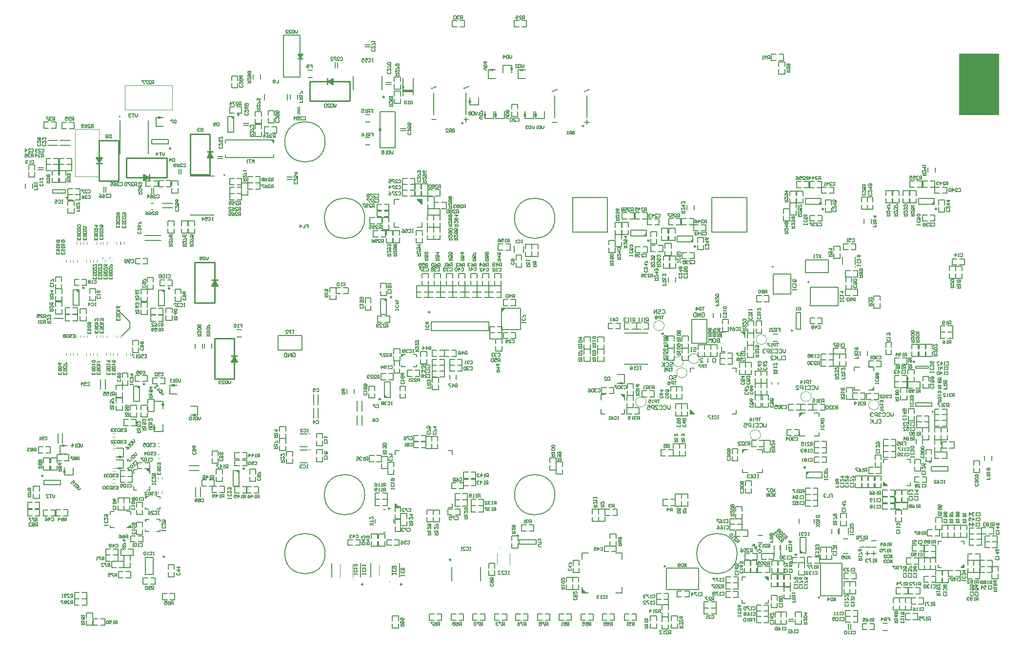
<source format=gbo>
G04*
G04 #@! TF.GenerationSoftware,Altium Limited,Altium Designer,19.1.6 (110)*
G04*
G04 Layer_Color=32896*
%FSLAX44Y44*%
%MOMM*%
G71*
G01*
G75*
%ADD10C,0.3000*%
%ADD11C,0.1000*%
%ADD12C,0.2500*%
%ADD13C,0.2000*%
%ADD17C,0.2540*%
%ADD18C,0.1270*%
%ADD19C,0.1500*%
%ADD461C,0.1524*%
G36*
X185229Y187250D02*
X190229D01*
Y192250D01*
X185229Y187250D01*
D02*
G37*
G36*
X215500Y199000D02*
Y202250D01*
X218250D01*
X218500Y202000D01*
X215500Y199000D01*
D02*
G37*
G36*
Y238250D02*
Y241500D01*
X218250D01*
X218500Y241250D01*
X215500Y238250D01*
D02*
G37*
G36*
X223000Y283750D02*
Y288750D01*
X218000D01*
X223000Y283750D01*
D02*
G37*
G36*
X369080Y895670D02*
X363470Y901280D01*
X369080D01*
Y895670D01*
D02*
G37*
G36*
X100080Y595170D02*
X94470Y600780D01*
X100080D01*
Y595170D01*
D02*
G37*
G36*
X248830Y599780D02*
Y594170D01*
X243220Y599780D01*
X248830Y599780D01*
D02*
G37*
G36*
X205210Y427920D02*
X199600Y433530D01*
X205210D01*
X205210Y427920D01*
D02*
G37*
G36*
X663478Y488000D02*
X660478Y485000D01*
Y488250D01*
X663228D01*
X663478Y488000D01*
D02*
G37*
G36*
X635780Y413970D02*
X630170D01*
X630170Y419580D01*
X635780Y413970D01*
D02*
G37*
G36*
X378330Y281290D02*
X372720Y286900D01*
X378330D01*
Y281290D01*
D02*
G37*
G36*
X655750Y222500D02*
X649250D01*
Y229000D01*
X655750Y222500D01*
D02*
G37*
G36*
X634080Y584780D02*
X628470D01*
X634080Y579170D01*
Y584780D01*
D02*
G37*
G36*
X438000Y855500D02*
X432500Y861000D01*
X438000Y861000D01*
X438000Y855500D01*
D02*
G37*
G36*
X839250Y569000D02*
X834000Y569000D01*
X834000Y563750D01*
X839250Y569000D01*
D02*
G37*
G36*
X695500Y749250D02*
X687500Y757250D01*
X695500D01*
Y749250D01*
D02*
G37*
G36*
X1168251Y384499D02*
X1161250Y384500D01*
X1161251Y391499D01*
X1168251Y384499D01*
D02*
G37*
G36*
X1351000Y380750D02*
X1351000Y386500D01*
X1356750Y386500D01*
X1351000Y380750D01*
D02*
G37*
G36*
X1252250Y317750D02*
X1252250Y323500D01*
X1258000Y323500D01*
X1252250Y317750D01*
D02*
G37*
G36*
X1362970Y278720D02*
Y284330D01*
X1368580Y284330D01*
X1362970Y278720D01*
D02*
G37*
G36*
X1503000Y260500D02*
X1497000D01*
Y266500D01*
X1503000Y260500D01*
D02*
G37*
G36*
X1357780Y143970D02*
X1352170Y143970D01*
X1352170Y149580D01*
X1357780Y143970D01*
D02*
G37*
G36*
X1636250Y118000D02*
X1631250D01*
X1636250Y123000D01*
Y118000D01*
D02*
G37*
G36*
X1297143Y96243D02*
X1291143Y102243D01*
X1297143D01*
Y96243D01*
D02*
G37*
G36*
X982000Y73750D02*
X973000Y73750D01*
Y82750D01*
X982000Y73750D01*
D02*
G37*
G36*
X1041000Y418500D02*
X1046750Y412750D01*
X1046750Y418500D01*
X1041000Y418500D01*
D02*
G37*
G36*
X1250000Y527000D02*
X1255750Y521250D01*
X1255750Y527000D01*
X1250000Y527000D01*
D02*
G37*
G36*
X1085030Y693920D02*
X1085030Y699530D01*
X1079420Y693920D01*
X1085030Y693920D01*
D02*
G37*
G36*
X1165800Y683520D02*
X1165800Y689130D01*
X1160190Y683520D01*
X1165800D01*
D02*
G37*
G36*
X1480000Y431750D02*
X1474250Y426000D01*
X1480000Y426000D01*
X1480000Y431750D01*
D02*
G37*
G36*
X1387900Y748645D02*
X1387900Y754255D01*
X1382290Y748645D01*
X1387900D01*
D02*
G37*
G36*
X1584280Y748920D02*
X1584280Y754530D01*
X1578670Y748920D01*
X1584280D01*
D02*
G37*
G36*
X1627928Y903745D02*
X1697500Y903745D01*
X1697500Y1010255D01*
X1627928D01*
Y903745D01*
D02*
G37*
D10*
X1581841Y388994D02*
G03*
X1581841Y388994I-354J0D01*
G01*
D11*
X1149264Y475750D02*
G03*
X1149264Y475750I-9014J0D01*
G01*
X1116014Y538250D02*
G03*
X1116014Y538250I-9014J0D01*
G01*
X1176264Y481000D02*
G03*
X1176264Y481000I-9014J0D01*
G01*
X1155514Y456500D02*
G03*
X1155514Y456500I-9014J0D01*
G01*
X1084514Y405750D02*
G03*
X1084514Y405750I-9014J0D01*
G01*
X1293514Y514250D02*
G03*
X1293514Y514250I-9014J0D01*
G01*
X1371053Y415250D02*
G03*
X1371053Y415250I-9014J0D01*
G01*
X1488764Y400750D02*
G03*
X1488764Y400750I-9014J0D01*
G01*
X1283014Y348750D02*
G03*
X1283014Y348750I-9014J0D01*
G01*
X144831Y649857D02*
X147660Y652685D01*
X140235Y654453D02*
X143063Y657282D01*
X119931Y648499D02*
Y652498D01*
X113431Y648499D02*
Y652498D01*
X131491Y648499D02*
Y652498D01*
X124991Y648499D02*
Y652498D01*
X156391Y649857D02*
X159220Y652685D01*
X151795Y654453D02*
X154623Y657282D01*
X96811Y648499D02*
Y652498D01*
X90311Y648499D02*
Y652498D01*
X85251Y648499D02*
Y652498D01*
X78751Y648499D02*
Y652498D01*
X96091Y679468D02*
Y683468D01*
X102591Y679468D02*
Y683468D01*
X107651Y679468D02*
Y683468D01*
X114151Y679468D02*
Y683468D01*
X142331Y679468D02*
Y683468D01*
X148831Y679468D02*
Y683468D01*
X130771Y679468D02*
Y683468D01*
X137271Y679468D02*
Y683468D01*
X165451Y679468D02*
Y683468D01*
X171951Y679468D02*
Y683468D01*
X172000Y679500D02*
Y683500D01*
X178500Y679500D02*
Y683500D01*
X165451Y517468D02*
Y521468D01*
X171951Y517468D02*
Y521468D01*
X142331Y517468D02*
Y521468D01*
X148831Y517468D02*
Y521468D01*
X130771Y517468D02*
Y521468D01*
X137271Y517468D02*
Y521468D01*
X96091Y517468D02*
Y521468D01*
X102591Y517468D02*
Y521468D01*
X107651Y517468D02*
Y521468D01*
X114151Y517468D02*
Y521468D01*
X85251Y486499D02*
Y490499D01*
X78751Y486499D02*
Y490499D01*
X96811Y486499D02*
Y490499D01*
X90311Y486499D02*
Y490499D01*
X119931Y486499D02*
Y490499D01*
X113431Y486499D02*
Y490499D01*
X131491Y486499D02*
Y490499D01*
X124991Y486499D02*
Y490499D01*
X154611Y486499D02*
Y490499D01*
X148111Y486499D02*
Y490499D01*
X166171Y486499D02*
Y490499D01*
X159671Y486499D02*
Y490499D01*
X189291Y486499D02*
Y490499D01*
X182791Y486499D02*
Y490499D01*
X237500Y271250D02*
Y275250D01*
X244000Y271250D02*
Y275250D01*
X159000Y351250D02*
X163000D01*
X159000Y344750D02*
X163000D01*
X159000Y331250D02*
X163000D01*
X159000Y324750D02*
X163000D01*
X159000Y291250D02*
X163000D01*
X159000Y284750D02*
X163000D01*
X159000Y271250D02*
X163000D01*
X159000Y264750D02*
X163000D01*
X236500Y334250D02*
X240500D01*
X236500Y327750D02*
X240500D01*
X236500Y314250D02*
X240500D01*
X236500Y307750D02*
X240500D01*
X237500Y246750D02*
Y250750D01*
X244000Y246750D02*
Y250750D01*
X826000Y124500D02*
Y142500D01*
X848000Y124500D02*
Y142500D01*
X575250Y125250D02*
X575250Y101250D01*
X553250D02*
Y125250D01*
X642750Y104750D02*
Y122750D01*
X620750Y104750D02*
Y122750D01*
X93500Y797000D02*
X135500D01*
X93500D02*
Y879000D01*
X135500D01*
Y797000D02*
Y879000D01*
X262000Y913250D02*
Y955250D01*
X180000Y913250D02*
X262000D01*
X180000D02*
Y955250D01*
X262000D01*
D12*
X1114500Y524250D02*
G03*
X1114500Y524250I-1250J0D01*
G01*
X1117750Y120250D02*
G03*
X1117750Y120250I-1000J0D01*
G01*
X248267Y137250D02*
G03*
X248267Y137250I-767J0D01*
G01*
X745700Y131750D02*
G03*
X745700Y131750I-1250J0D01*
G01*
X593050Y89250D02*
G03*
X593050Y89250I-1250J0D01*
G01*
X660550D02*
G03*
X660550Y89250I-1250J0D01*
G01*
X1550737Y475494D02*
G03*
X1550737Y475494I-1250J0D01*
G01*
X1385500Y66500D02*
G03*
X1385500Y66500I-1000J0D01*
G01*
X709379Y561771D02*
G03*
X709379Y561771I-1250J0D01*
G01*
X630300Y935250D02*
G03*
X630300Y935250I-1250J0D01*
G01*
D13*
X830059Y153500D02*
G03*
X830059Y153500I-559J0D01*
G01*
X527500Y857500D02*
G03*
X527500Y857500I-35000J0D01*
G01*
Y142500D02*
G03*
X527500Y142500I-35000J0D01*
G01*
X1242500D02*
G03*
X1242500Y142500I-35000J0D01*
G01*
X576604Y97250D02*
G03*
X576604Y97250I-353J0D01*
G01*
X639809Y93750D02*
G03*
X639809Y93750I-559J0D01*
G01*
X930521Y947720D02*
G03*
X925750Y946500I-1357J-4634D01*
G01*
X920979Y945281D02*
G03*
X925750Y946500I1357J4634D01*
G01*
X977100Y945573D02*
G03*
X981871Y946793I1357J4634D01*
G01*
X986643Y948012D02*
G03*
X981871Y946793I-1357J-4634D01*
G01*
X353500Y799500D02*
G03*
X353500Y799500I-1000J0D01*
G01*
X1448707Y640152D02*
G03*
X1448707Y640152I-707J0D01*
G01*
X172000Y901500D02*
G03*
X172000Y901500I-1000J0D01*
G01*
X777143Y953012D02*
G03*
X772371Y951793I-1357J-4634D01*
G01*
X767600Y950573D02*
G03*
X772371Y951793I1357J4634D01*
G01*
X711479Y950280D02*
G03*
X716250Y951500I1357J4634D01*
G01*
X721021Y952720D02*
G03*
X716250Y951500I-1357J-4634D01*
G01*
X501955Y322750D02*
G03*
X501955Y322750I-707J0D01*
G01*
X501955Y350653D02*
G03*
X501955Y350653I-707J0D01*
G01*
X926250Y724750D02*
G03*
X926250Y724750I-35000J0D01*
G01*
X926250Y244750D02*
G03*
X926250Y244750I-35000J0D01*
G01*
X596250Y244750D02*
G03*
X596250Y244750I-35000J0D01*
G01*
X596250Y724750D02*
G03*
X596250Y724750I-35000J0D01*
G01*
X1047250Y471250D02*
X1087250D01*
X1047250Y525250D02*
X1087250D01*
X1234250Y384500D02*
X1241250D01*
Y391500D01*
X1161251Y391499D02*
X1168250Y384500D01*
X1234250Y464500D02*
X1241250D01*
Y457500D02*
Y464500D01*
X1161250Y457500D02*
Y464500D01*
X1168250D01*
X1161250Y384500D02*
X1168250D01*
X1161250D02*
Y391500D01*
X973000Y73750D02*
X973000Y84750D01*
X973000Y73750D02*
X984000D01*
X1032000D02*
X1043000D01*
X1043000Y84750D02*
X1043000Y73750D01*
X973000Y143750D02*
X984000D01*
X973000D02*
X973000Y132750D01*
X1032000Y143750D02*
X1043000D01*
X1043000Y132750D02*
X1043000Y143750D01*
X1297143Y56244D02*
Y62243D01*
X1291143Y56244D02*
X1297143D01*
X1251143D02*
Y62243D01*
Y56244D02*
X1257143D01*
X1251143Y96243D02*
Y102243D01*
X1257143D01*
X1291143D02*
X1297143Y96243D01*
X1291143Y102243D02*
X1297143D01*
Y96243D02*
Y102243D01*
X229233Y106250D02*
Y136250D01*
X215767Y106250D02*
X229233D01*
X215767D02*
Y136250D01*
X229233D01*
X1305500Y593000D02*
Y628000D01*
Y593000D02*
X1335500D01*
Y628000D01*
X1305500D02*
X1335500D01*
X747000Y95250D02*
Y119250D01*
X797000Y95250D02*
Y119250D01*
X649250Y229000D02*
X655750Y222500D01*
X649250D02*
Y229000D01*
Y222500D02*
X655750D01*
X741750Y222500D02*
X748250D01*
Y229000D01*
Y315000D02*
Y321500D01*
X741750D02*
X748250D01*
X649250Y315000D02*
Y321500D01*
X655750D01*
X539250Y101750D02*
Y125750D01*
X589250Y101750D02*
Y125750D01*
X606750Y101750D02*
Y125750D01*
X656750Y101750D02*
Y125750D01*
X1497000Y300500D02*
Y306500D01*
X1503000D01*
X1543000Y300500D02*
Y306500D01*
X1537000D02*
X1543000D01*
Y260500D02*
Y266500D01*
X1537000Y260500D02*
X1543000D01*
X1497000Y266500D02*
X1503000Y260500D01*
X1497000D02*
X1503000D01*
X1497000D02*
Y266500D01*
X1580737Y404494D02*
X1580737Y398494D01*
X1552737Y398494D02*
Y404494D01*
Y398494D02*
X1580737Y398494D01*
X1552737Y404494D02*
X1580737D01*
X1631000Y118000D02*
X1636250D01*
Y123250D01*
X1631000Y164000D02*
X1636250D01*
Y158750D02*
Y164000D01*
X1591750D02*
X1597000D01*
X1591750Y158750D02*
Y164000D01*
Y118000D02*
X1597000D01*
X1591750D02*
Y123250D01*
X1631125Y118125D02*
X1636250Y123250D01*
X1552487Y467494D02*
X1552487Y464494D01*
X1574487D02*
Y467494D01*
X1552487Y467494D02*
X1574487Y467494D01*
X1552487Y464494D02*
X1574487D01*
X455250Y969750D02*
X484250Y969750D01*
X455250Y969750D02*
Y1042750D01*
X484250Y969750D02*
Y1042750D01*
X455250Y1042750D02*
X484250Y1042750D01*
X921750Y891500D02*
X929828D01*
X981750Y895500D02*
X981750Y887422D01*
X981750Y937500D02*
X981750Y918500D01*
X977750Y891500D02*
X985828D01*
X981750Y899500D02*
X981750Y918500D01*
X925750D02*
X925750Y899500D01*
X925750Y918500D02*
X925750Y937500D01*
X811579Y529271D02*
Y545271D01*
X711579Y529271D02*
Y545271D01*
Y529271D02*
X811579D01*
X711579Y545271D02*
X811579D01*
X1369250Y605000D02*
X1418250D01*
Y573000D02*
Y605000D01*
X1369250Y573000D02*
X1418250D01*
X1369250D02*
Y605000D01*
X1164250Y507250D02*
Y548750D01*
X1189750D01*
Y507250D02*
Y548750D01*
X1164250Y507250D02*
X1189750D01*
X220501Y894249D02*
X220501Y836749D01*
X171501Y836749D02*
Y894249D01*
X576500Y971750D02*
X576500Y947750D01*
X626500D02*
Y971750D01*
X487000Y495500D02*
Y521000D01*
X445500D02*
X487000D01*
X445500Y495500D02*
Y521000D01*
Y495500D02*
X487000D01*
X716250Y923500D02*
X716250Y942500D01*
X716250Y923500D02*
X716250Y904500D01*
X772250D02*
X772250Y923500D01*
X768250Y896500D02*
X776329D01*
X772250Y942500D02*
X772250Y923500D01*
X772250Y900500D02*
X772250Y892421D01*
X712250Y896500D02*
X720329D01*
X1178585Y474500D02*
X1183250D01*
X1178585Y479165D01*
Y480331D01*
X1179751Y481498D01*
X1182084D01*
X1183250Y480331D01*
X1193000Y474500D02*
X1190667D01*
X1191834D01*
Y481498D01*
X1193000Y480331D01*
X1205250D02*
X1204084Y481498D01*
X1201751D01*
X1200585Y480331D01*
Y475666D01*
X1201751Y474500D01*
X1204084D01*
X1205250Y475666D01*
Y480331D01*
X1212250Y515998D02*
Y509000D01*
X1208751D01*
X1207585Y510166D01*
Y511333D01*
X1208751Y512499D01*
X1212250D01*
X1208751D01*
X1207585Y513665D01*
Y514832D01*
X1208751Y515998D01*
X1212250D01*
X1201753D02*
X1204086D01*
X1205252Y514832D01*
Y510166D01*
X1204086Y509000D01*
X1201753D01*
X1200587Y510166D01*
Y514832D01*
X1201753Y515998D01*
X1198254Y509000D02*
Y515998D01*
X1195922Y513665D01*
X1193589Y515998D01*
Y509000D01*
X1125835Y473082D02*
X1127001Y474248D01*
X1129334D01*
X1130500Y473082D01*
Y471915D01*
X1129334Y470749D01*
X1127001D01*
X1125835Y469583D01*
Y468416D01*
X1127001Y467250D01*
X1129334D01*
X1130500Y468416D01*
X1118837Y473082D02*
X1120003Y474248D01*
X1122336D01*
X1123502Y473082D01*
Y468416D01*
X1122336Y467250D01*
X1120003D01*
X1118837Y468416D01*
X1116505Y474248D02*
Y467250D01*
Y469583D01*
X1111839Y474248D01*
X1115338Y470749D01*
X1111839Y467250D01*
X1112335Y564832D02*
X1113501Y565998D01*
X1115834D01*
X1117000Y564832D01*
Y560166D01*
X1115834Y559000D01*
X1113501D01*
X1112335Y560166D01*
X1105337Y564832D02*
X1106503Y565998D01*
X1108836D01*
X1110002Y564832D01*
Y563665D01*
X1108836Y562499D01*
X1106503D01*
X1105337Y561333D01*
Y560166D01*
X1106503Y559000D01*
X1108836D01*
X1110002Y560166D01*
X1103005Y559000D02*
Y565998D01*
X1098339Y559000D01*
Y565998D01*
X1132085Y450582D02*
X1133251Y451748D01*
X1135584D01*
X1136750Y450582D01*
Y449415D01*
X1135584Y448249D01*
X1133251D01*
X1132085Y447083D01*
Y445916D01*
X1133251Y444750D01*
X1135584D01*
X1136750Y445916D01*
X1126253Y451748D02*
X1128586D01*
X1129752Y450582D01*
Y445916D01*
X1128586Y444750D01*
X1126253D01*
X1125087Y445916D01*
Y450582D01*
X1126253Y451748D01*
X1166835Y499081D02*
X1168001Y500248D01*
X1170334D01*
X1171500Y499081D01*
Y497915D01*
X1170334Y496749D01*
X1168001D01*
X1166835Y495583D01*
Y494416D01*
X1168001Y493250D01*
X1170334D01*
X1171500Y494416D01*
X1164502Y500248D02*
X1162170D01*
X1163336D01*
Y493250D01*
X1164502D01*
X1162170D01*
X1383500Y434248D02*
Y429582D01*
X1381167Y427250D01*
X1378835Y429582D01*
Y434248D01*
X1371837Y433081D02*
X1373003Y434248D01*
X1375336D01*
X1376502Y433081D01*
Y428416D01*
X1375336Y427250D01*
X1373003D01*
X1371837Y428416D01*
X1364839Y433081D02*
X1366006Y434248D01*
X1368338D01*
X1369504Y433081D01*
Y428416D01*
X1368338Y427250D01*
X1366006D01*
X1364839Y428416D01*
X1362507Y427250D02*
X1360174D01*
X1361340D01*
Y434248D01*
X1362507Y433081D01*
X1356675Y427250D02*
Y434248D01*
X1353176D01*
X1352010Y433081D01*
Y430749D01*
X1353176Y429582D01*
X1356675D01*
X1345012Y427250D02*
X1349677D01*
X1345012Y431915D01*
Y433081D01*
X1346179Y434248D01*
X1348511D01*
X1349677Y433081D01*
X1321835Y484581D02*
X1323001Y485748D01*
X1325334D01*
X1326500Y484581D01*
Y479916D01*
X1325334Y478750D01*
X1323001D01*
X1321835Y479916D01*
X1319502Y485748D02*
Y478750D01*
X1314837D01*
X1312504Y485748D02*
Y478750D01*
Y481083D01*
X1307839Y485748D01*
X1311338Y482249D01*
X1307839Y478750D01*
X1300842D02*
X1305507D01*
X1300842Y483415D01*
Y484581D01*
X1302008Y485748D01*
X1304340D01*
X1305507Y484581D01*
X1326750Y497498D02*
Y492832D01*
X1324417Y490500D01*
X1322085Y492832D01*
Y497498D01*
X1315087Y496331D02*
X1316253Y497498D01*
X1318586D01*
X1319752Y496331D01*
Y491666D01*
X1318586Y490500D01*
X1316253D01*
X1315087Y491666D01*
X1308089Y496331D02*
X1309256Y497498D01*
X1311588D01*
X1312755Y496331D01*
Y491666D01*
X1311588Y490500D01*
X1309256D01*
X1308089Y491666D01*
X1305757Y496331D02*
X1304590Y497498D01*
X1302258D01*
X1301092Y496331D01*
Y495165D01*
X1302258Y493999D01*
X1303424D01*
X1302258D01*
X1301092Y492832D01*
Y491666D01*
X1302258Y490500D01*
X1304590D01*
X1305757Y491666D01*
X1298759Y490500D02*
Y497498D01*
X1295260D01*
X1294094Y496331D01*
Y493999D01*
X1295260Y492832D01*
X1298759D01*
X1291761Y496331D02*
X1290595Y497498D01*
X1288262D01*
X1287096Y496331D01*
Y495165D01*
X1288262Y493999D01*
X1289429D01*
X1288262D01*
X1287096Y492832D01*
Y491666D01*
X1288262Y490500D01*
X1290595D01*
X1291761Y491666D01*
X1126250Y399748D02*
Y395083D01*
X1123917Y392750D01*
X1121585Y395083D01*
Y399748D01*
X1114587Y398581D02*
X1115753Y399748D01*
X1118086D01*
X1119252Y398581D01*
Y393916D01*
X1118086Y392750D01*
X1115753D01*
X1114587Y393916D01*
X1107589Y398581D02*
X1108756Y399748D01*
X1111088D01*
X1112254Y398581D01*
Y393916D01*
X1111088Y392750D01*
X1108756D01*
X1107589Y393916D01*
X1100592Y392750D02*
X1105257D01*
X1100592Y397415D01*
Y398581D01*
X1101758Y399748D01*
X1104090D01*
X1105257Y398581D01*
X1098259Y392750D02*
Y399748D01*
X1094760D01*
X1093594Y398581D01*
Y396249D01*
X1094760Y395083D01*
X1098259D01*
X1086596Y399748D02*
X1091261D01*
Y396249D01*
X1088929Y397415D01*
X1087762D01*
X1086596Y396249D01*
Y393916D01*
X1087762Y392750D01*
X1090095D01*
X1091261Y393916D01*
X470835Y489832D02*
X472001Y490998D01*
X474334D01*
X475500Y489832D01*
Y485166D01*
X474334Y484000D01*
X472001D01*
X470835Y485166D01*
Y487499D01*
X473167D01*
X468502Y484000D02*
Y490998D01*
X463837Y484000D01*
Y490998D01*
X461505D02*
Y484000D01*
X458006D01*
X456839Y485166D01*
Y489832D01*
X458006Y490998D01*
X461505D01*
X1180835Y559581D02*
X1182001Y560748D01*
X1184334D01*
X1185500Y559581D01*
Y554916D01*
X1184334Y553750D01*
X1182001D01*
X1180835Y554916D01*
Y557249D01*
X1183167D01*
X1178502Y553750D02*
Y560748D01*
X1173837Y553750D01*
Y560748D01*
X1171505D02*
Y553750D01*
X1168006D01*
X1166839Y554916D01*
Y559581D01*
X1168006Y560748D01*
X1171505D01*
X1293250Y368748D02*
Y364082D01*
X1290917Y361750D01*
X1288585Y364082D01*
Y368748D01*
X1281587Y367581D02*
X1282753Y368748D01*
X1285086D01*
X1286252Y367581D01*
Y362916D01*
X1285086Y361750D01*
X1282753D01*
X1281587Y362916D01*
X1274589Y367581D02*
X1275756Y368748D01*
X1278088D01*
X1279255Y367581D01*
Y362916D01*
X1278088Y361750D01*
X1275756D01*
X1274589Y362916D01*
X1272257Y361750D02*
X1269924D01*
X1271090D01*
Y368748D01*
X1272257Y367581D01*
X1266425Y361750D02*
Y368748D01*
X1262926D01*
X1261760Y367581D01*
Y365249D01*
X1262926Y364082D01*
X1266425D01*
X1254762Y368748D02*
X1259427D01*
Y365249D01*
X1257095Y366415D01*
X1255929D01*
X1254762Y365249D01*
Y362916D01*
X1255929Y361750D01*
X1258261D01*
X1259427Y362916D01*
X1513750Y387248D02*
Y382583D01*
X1511417Y380250D01*
X1509085Y382583D01*
Y387248D01*
X1502087Y386081D02*
X1503253Y387248D01*
X1505586D01*
X1506752Y386081D01*
Y381416D01*
X1505586Y380250D01*
X1503253D01*
X1502087Y381416D01*
X1495089Y386081D02*
X1496256Y387248D01*
X1498588D01*
X1499754Y386081D01*
Y381416D01*
X1498588Y380250D01*
X1496256D01*
X1495089Y381416D01*
X1492757Y386081D02*
X1491591Y387248D01*
X1489258D01*
X1488092Y386081D01*
Y384915D01*
X1489258Y383749D01*
X1490424D01*
X1489258D01*
X1488092Y382583D01*
Y381416D01*
X1489258Y380250D01*
X1491591D01*
X1492757Y381416D01*
X1485759Y380250D02*
Y387248D01*
X1482260D01*
X1481094Y386081D01*
Y383749D01*
X1482260Y382583D01*
X1485759D01*
X1478761Y386081D02*
X1477595Y387248D01*
X1475262D01*
X1474096Y386081D01*
Y384915D01*
X1475262Y383749D01*
X1476429D01*
X1475262D01*
X1474096Y382583D01*
Y381416D01*
X1475262Y380250D01*
X1477595D01*
X1478761Y381416D01*
X1488085Y374831D02*
X1489251Y375998D01*
X1491584D01*
X1492750Y374831D01*
Y370166D01*
X1491584Y369000D01*
X1489251D01*
X1488085Y370166D01*
X1485752Y375998D02*
Y369000D01*
X1481087D01*
X1478754Y375998D02*
Y369000D01*
Y371333D01*
X1474089Y375998D01*
X1477588Y372499D01*
X1474089Y369000D01*
D17*
X1360970Y292200D02*
G03*
X1360970Y292200I-1270J0D01*
G01*
X1305291Y640500D02*
G03*
X1305291Y640500I-790J0D01*
G01*
X1578146Y301250D02*
G03*
X1578146Y301250I-1016J0D01*
G01*
X387470Y290170D02*
G03*
X387470Y290170I-1270J0D01*
G01*
X639500Y220865D02*
G03*
X639500Y220865I-1000J0D01*
G01*
X862896Y174200D02*
G03*
X862896Y174200I-1016J0D01*
G01*
X80516Y760750D02*
G03*
X80516Y760750I-1016J0D01*
G01*
X1345570Y140700D02*
G03*
X1345570Y140700I-1270J0D01*
G01*
X37646Y277500D02*
G03*
X37646Y277500I-1016J0D01*
G01*
X976164Y884972D02*
G03*
X976164Y884972I-1079J0D01*
G01*
X1338600Y529760D02*
G03*
X1338600Y529760I-1016J0D01*
G01*
X1367041Y614000D02*
G03*
X1367041Y614000I-790J0D01*
G01*
X259386Y846000D02*
G03*
X259386Y846000I-1016J0D01*
G01*
X623570Y410700D02*
G03*
X623570Y410700I-1270J0D01*
G01*
X109220Y604050D02*
G03*
X109220Y604050I-1270J0D01*
G01*
X766665Y889972D02*
G03*
X766665Y889972I-1079J0D01*
G01*
X643220Y588050D02*
G03*
X643220Y588050I-1270J0D01*
G01*
X378220Y904550D02*
G03*
X378220Y904550I-1270J0D01*
G01*
X257970Y603050D02*
G03*
X257970Y603050I-1270J0D01*
G01*
X214350Y436800D02*
G03*
X214350Y436800I-1270J0D01*
G01*
X1588820Y741050D02*
G03*
X1588820Y741050I-1270J0D01*
G01*
X1392440Y740775D02*
G03*
X1392440Y740775I-1270J0D01*
G01*
X1170340Y675650D02*
G03*
X1170340Y675650I-1270J0D01*
G01*
X1089570Y686050D02*
G03*
X1089570Y686050I-1270J0D01*
G01*
X301500Y578250D02*
Y648250D01*
Y578250D02*
X335500D01*
Y648250D01*
X301500D02*
X335500D01*
X333500Y611750D02*
X333500Y607750D01*
X337500Y607750D02*
Y612750D01*
X335500Y607750D02*
X335500Y609750D01*
Y616750D01*
X330500Y617750D02*
X340500D01*
X330500Y607750D02*
X335500Y616750D01*
X340500Y607750D01*
X330500D02*
X340500D01*
X365000Y475750D02*
X375000D01*
X370000Y484750D02*
X375000Y475750D01*
X365000D02*
X370000Y484750D01*
X365000Y485750D02*
X375000D01*
X370000Y477750D02*
Y484750D01*
X370000Y475750D02*
X370000Y477750D01*
X372000Y475750D02*
Y480750D01*
X368000Y479750D02*
X368000Y475750D01*
X336000Y516250D02*
X370000D01*
Y446250D02*
Y516250D01*
X336000Y446250D02*
X370000D01*
X336000D02*
Y516250D01*
X322750Y830250D02*
X332750D01*
X327750Y839250D02*
X332750Y830250D01*
X322750D02*
X327750Y839250D01*
X322750Y840250D02*
X332750D01*
X327750Y832250D02*
Y839250D01*
X327750Y830250D02*
X327750Y832250D01*
X329750Y830250D02*
Y835250D01*
X325750Y830250D02*
Y834250D01*
X293750Y870750D02*
X327750D01*
Y800750D02*
Y870750D01*
X293750Y800750D02*
X327750D01*
X293750D02*
Y870750D01*
X130250Y830500D02*
X140250D01*
X130250D02*
X135250Y821500D01*
X140250Y830500D01*
X130250Y820500D02*
X140250D01*
X135250Y821500D02*
Y828500D01*
X135250Y830500D01*
X133250Y825500D02*
Y830500D01*
X137250Y830500D02*
X137250Y826500D01*
X135250Y790000D02*
X169250D01*
X135250D02*
Y860000D01*
X169250D01*
Y790000D02*
Y860000D01*
X480639Y1010000D02*
X484250Y1003500D01*
X487861Y1010000D01*
X480750Y1002500D02*
X488000Y1002500D01*
X484250Y1003500D02*
Y1010500D01*
X483250Y1008500D02*
X485250Y1008500D01*
X480639Y1010000D02*
X487861D01*
X500500Y928250D02*
X570500D01*
Y962250D01*
X500500D02*
X570500D01*
X500500Y928250D02*
Y962250D01*
X537000Y960250D02*
X541000D01*
X536000Y964250D02*
X541000D01*
X539000Y962250D02*
X541000Y962250D01*
X532000Y962250D02*
X539000D01*
X531000Y957250D02*
Y967250D01*
X532000Y962250D02*
X541000Y957250D01*
X532000Y962250D02*
X541000Y967250D01*
Y957250D02*
Y967250D01*
X182750Y829250D02*
X252750D01*
X182750Y795250D02*
Y829250D01*
Y795250D02*
X252750D01*
Y829250D01*
X212250Y797250D02*
X216250D01*
X212250Y793250D02*
X217250D01*
X212250Y795250D02*
X214250Y795250D01*
X221250D01*
X222250Y790250D02*
Y800250D01*
X212250D02*
X221250Y795250D01*
X212250Y790250D02*
X221250Y795250D01*
X212250Y790250D02*
Y800250D01*
D18*
X1128000Y34000D02*
X1139000D01*
X1128000Y26000D02*
Y34000D01*
Y13000D02*
Y21000D01*
Y13000D02*
X1139000D01*
Y21000D01*
Y26000D02*
Y34000D01*
X1397500Y326750D02*
Y337750D01*
X1389500D02*
X1397500D01*
X1376500D02*
X1384500D01*
X1376500Y326750D02*
Y337750D01*
Y326750D02*
X1384500D01*
X1389500D02*
X1397500D01*
Y316750D02*
Y326750D01*
X1389500D02*
X1397500D01*
X1376500D02*
X1384500D01*
X1376500Y316750D02*
Y326750D01*
Y316750D02*
X1384500D01*
X1389500D02*
X1397500D01*
Y300750D02*
Y310750D01*
X1389500D02*
X1397500D01*
X1376500D02*
X1384500D01*
X1376500Y300750D02*
Y310750D01*
Y300750D02*
X1384500D01*
X1389500D02*
X1397500D01*
X1361250Y235250D02*
Y245250D01*
Y235250D02*
X1369250D01*
X1374250D02*
X1382250D01*
Y245250D01*
X1374250D02*
X1382250D01*
X1361250D02*
X1369250D01*
X1361250Y225250D02*
Y235250D01*
Y225250D02*
X1369250D01*
X1374250D02*
X1382250D01*
Y235250D01*
X1374250D02*
X1382250D01*
X1361250D02*
X1369250D01*
X1243893Y66743D02*
Y76743D01*
X1235893D02*
X1243893D01*
X1222893D02*
X1230893D01*
X1222893Y66743D02*
Y76743D01*
Y66743D02*
X1230893D01*
X1235893D02*
X1243893D01*
X1276143Y43243D02*
Y53243D01*
Y43243D02*
X1284143D01*
X1289143D02*
X1297143D01*
Y53243D01*
X1289143D02*
X1297143D01*
X1276143D02*
X1284143D01*
X1276143Y33244D02*
Y43243D01*
Y33244D02*
X1284143D01*
X1289143D02*
X1297143D01*
Y43243D01*
X1289143D02*
X1297143D01*
X1276143D02*
X1284143D01*
X1123500Y63500D02*
Y73500D01*
X1115500D02*
X1123500D01*
X1102500D02*
X1110500D01*
X1102500Y63500D02*
Y73500D01*
Y63500D02*
X1110500D01*
X1115500D02*
X1123500D01*
Y53500D02*
Y63500D01*
X1115500D02*
X1123500D01*
X1102500D02*
X1110500D01*
X1102500Y53500D02*
Y63500D01*
Y53500D02*
X1110500D01*
X1115500D02*
X1123500D01*
X1382250Y245250D02*
Y256250D01*
X1374250D02*
X1382250D01*
X1361250D02*
X1369250D01*
X1361250Y245250D02*
Y256250D01*
Y245250D02*
X1369250D01*
X1374250D02*
X1382250D01*
X1276143Y22243D02*
Y33244D01*
Y22243D02*
X1284143D01*
X1289143D02*
X1297143D01*
Y33244D01*
X1289143D02*
X1297143D01*
X1276143D02*
X1284143D01*
X1040000Y438500D02*
X1043000D01*
X1040000Y440000D02*
X1043000Y438500D01*
X1040000Y437000D02*
X1043000Y438500D01*
X1040000Y437000D02*
Y440000D01*
X1043000Y437000D02*
Y440000D01*
X1034650Y438500D02*
X1047250D01*
X1034650Y453500D02*
X1047250D01*
Y438500D02*
Y453500D01*
X1410250Y655250D02*
X1421250D01*
Y663250D01*
Y668250D02*
Y676250D01*
X1410250D02*
X1421250D01*
X1410250Y668250D02*
Y676250D01*
Y655250D02*
Y663250D01*
X1091500Y34000D02*
X1102500D01*
X1091500Y26000D02*
Y34000D01*
Y13000D02*
Y21000D01*
Y13000D02*
X1102500D01*
Y21000D01*
Y26000D02*
Y34000D01*
X704250Y218500D02*
X715250D01*
X704250Y210500D02*
Y218500D01*
Y197500D02*
Y205500D01*
Y197500D02*
X715250D01*
Y205500D01*
Y210500D02*
Y218500D01*
X715250D02*
X726250D01*
X715250Y210500D02*
Y218500D01*
Y197500D02*
Y205500D01*
Y197500D02*
X726250D01*
Y205500D01*
Y210500D02*
Y218500D01*
X946000Y101250D02*
X957000D01*
X946000Y93250D02*
Y101250D01*
Y80250D02*
Y88250D01*
Y80250D02*
X957000D01*
Y88250D01*
Y93250D02*
Y101250D01*
X957250Y80250D02*
X967250D01*
Y88250D01*
Y93250D02*
Y101250D01*
X957250D02*
X967250D01*
X957250Y93250D02*
Y101250D01*
Y80250D02*
Y88250D01*
X1362970Y284330D02*
X1389970Y284330D01*
Y274170D02*
Y284330D01*
X1362970Y274170D02*
X1389970Y274170D01*
X1362970Y274170D02*
Y284330D01*
X1430750Y489250D02*
Y499250D01*
X1422750D02*
X1430750D01*
X1409750D02*
X1417750D01*
X1409750Y489250D02*
Y499250D01*
Y489250D02*
X1417750D01*
X1422750D02*
X1430750D01*
X1409750D02*
X1420750D01*
X1409750Y481250D02*
Y489250D01*
Y468250D02*
Y476250D01*
Y468250D02*
X1420750D01*
Y476250D01*
Y481250D02*
Y489250D01*
X1388500Y479250D02*
Y489250D01*
Y479250D02*
X1396500D01*
X1401500D02*
X1409500D01*
Y489250D01*
X1401500D02*
X1409500D01*
X1388500D02*
X1396500D01*
X1388500Y468250D02*
Y479250D01*
Y468250D02*
X1396500D01*
X1401500D02*
X1409500D01*
Y479250D01*
X1401500D02*
X1409500D01*
X1388500D02*
X1396500D01*
X1197250Y497500D02*
Y505500D01*
Y484500D02*
Y492500D01*
X1186250Y484500D02*
X1197250D01*
X1186250D02*
Y492500D01*
Y497500D02*
Y505500D01*
X1197250D01*
X1208250Y497500D02*
Y505500D01*
Y484500D02*
Y492500D01*
X1197250Y484500D02*
X1208250D01*
X1197250D02*
Y492500D01*
Y497500D02*
Y505500D01*
X1208250D01*
X1213250Y481000D02*
Y491000D01*
Y481000D02*
X1221250D01*
X1226250D02*
X1234250D01*
Y491000D01*
X1226250D02*
X1234250D01*
X1213250D02*
X1221250D01*
X1234250Y471000D02*
Y481000D01*
X1226250D02*
X1234250D01*
X1213250D02*
X1221250D01*
X1213250Y471000D02*
Y481000D01*
Y471000D02*
X1221250D01*
X1226250D02*
X1234250D01*
X1247000Y474500D02*
X1257000Y474500D01*
X1247000Y466500D02*
Y474500D01*
Y453500D02*
X1247000Y461500D01*
X1247000Y453500D02*
X1257000D01*
X1257000Y461500D02*
X1257000Y453500D01*
X1257000Y466500D02*
Y474500D01*
X1257000Y453500D02*
X1267000D01*
Y461500D01*
Y466500D02*
Y474500D01*
X1257000D02*
X1267000D01*
X1257000Y466500D02*
Y474500D01*
Y453500D02*
Y461500D01*
X1274000Y417500D02*
X1284000D01*
Y425500D01*
Y430500D02*
Y438500D01*
X1274000D02*
X1284000D01*
X1274000Y430500D02*
Y438500D01*
Y417500D02*
Y425500D01*
X1284000Y438500D02*
X1294000D01*
X1284000Y430500D02*
Y438500D01*
Y417500D02*
Y425500D01*
Y417500D02*
X1294000D01*
Y425500D01*
Y430500D02*
Y438500D01*
X1274000Y396500D02*
X1284000D01*
Y404500D01*
Y409500D02*
Y417500D01*
X1274000D02*
X1284000D01*
X1274000Y409500D02*
Y417500D01*
Y396500D02*
Y404500D01*
X1286500Y417500D02*
X1296500D01*
X1286500Y409500D02*
Y417500D01*
Y396500D02*
Y404500D01*
Y396500D02*
X1296500D01*
Y404500D01*
Y409500D02*
Y417500D01*
X1284000Y451500D02*
Y459500D01*
Y438500D02*
Y446500D01*
X1274000Y438500D02*
X1284000D01*
X1274000D02*
Y446500D01*
Y451500D02*
Y459500D01*
X1284000D01*
Y438500D02*
Y446500D01*
Y451500D02*
Y459500D01*
X1294000D01*
Y451500D02*
Y459500D01*
Y438500D02*
Y446500D01*
X1284000Y438500D02*
X1294000D01*
X1302686Y436726D02*
Y439774D01*
X1313814Y436726D02*
Y439774D01*
X1186250Y497500D02*
Y505500D01*
Y484500D02*
Y492500D01*
X1175250Y484500D02*
X1186250D01*
X1175250D02*
Y492500D01*
Y497500D02*
Y505500D01*
X1186250D01*
X1127250Y411500D02*
X1137250D01*
Y419500D01*
Y424500D02*
Y432500D01*
X1127250D02*
X1137250D01*
X1127250Y424500D02*
Y432500D01*
Y411500D02*
Y419500D01*
X1137250Y432500D02*
X1147250D01*
X1137250Y424500D02*
Y432500D01*
Y411500D02*
Y419500D01*
Y411500D02*
X1147250D01*
Y419500D01*
Y424500D02*
Y432500D01*
X1146250Y381500D02*
X1156250D01*
Y389500D01*
Y394500D02*
Y402500D01*
X1146250D02*
X1156250D01*
X1146250Y394500D02*
Y402500D01*
Y381500D02*
Y389500D01*
X1136000Y402500D02*
X1146000D01*
X1136000Y394500D02*
Y402500D01*
Y381500D02*
Y389500D01*
Y381500D02*
X1146000Y381500D01*
X1146000Y389500D01*
Y394500D02*
Y402500D01*
X1431750Y481250D02*
Y489250D01*
Y468250D02*
Y476250D01*
X1420750Y468250D02*
X1431750D01*
X1420750D02*
Y476250D01*
Y481250D02*
Y489250D01*
X1431750D01*
X1007500Y430250D02*
X1015500D01*
X1020500D02*
X1028500D01*
Y420250D02*
Y430250D01*
X1020500Y420250D02*
X1028500D01*
X1007500D02*
X1015500D01*
X1007500D02*
Y430250D01*
X1052000Y416750D02*
Y424750D01*
Y429750D02*
X1052000Y437750D01*
X1062000Y437750D01*
Y429750D02*
Y437750D01*
Y416750D02*
Y424750D01*
X1052000Y416750D02*
X1062000D01*
X1062500D02*
X1062500Y408750D01*
X1062500Y403750D02*
X1062500Y395750D01*
X1051500Y395750D02*
X1062500Y395750D01*
X1051500Y395750D02*
Y403750D01*
Y408750D02*
Y416750D01*
X1062500D01*
X1064500Y384750D02*
X1072500D01*
X1051500D02*
X1059500D01*
X1051500Y395750D02*
X1051500Y384750D01*
X1051500Y395750D02*
X1059500D01*
X1064500D02*
X1072500D01*
Y384750D02*
Y395750D01*
X1077750Y425500D02*
X1085750D01*
X1090750D02*
X1098750D01*
X1098750Y414500D02*
X1098750Y425500D01*
X1090750Y414500D02*
X1098750D01*
X1077750D02*
X1085750D01*
X1077750D02*
Y425500D01*
X1217000Y528250D02*
Y536250D01*
Y541250D02*
Y549250D01*
X1227000D01*
Y541250D02*
Y549250D01*
Y528250D02*
Y536250D01*
X1217000Y528250D02*
X1227000D01*
X1261000Y525250D02*
Y533250D01*
Y538250D02*
Y546250D01*
X1271000D01*
Y538250D02*
Y546250D01*
Y525250D02*
Y533250D01*
X1261000Y525250D02*
X1271000D01*
X1275250Y525250D02*
Y533250D01*
Y538250D02*
Y546250D01*
X1285250D01*
X1285250Y538250D01*
Y525250D02*
Y533250D01*
X1275250Y525250D02*
X1285250Y525250D01*
X1201150Y552440D02*
Y560060D01*
X1213850Y552440D02*
Y560060D01*
X1304940Y523600D02*
X1312560D01*
X1304940Y510900D02*
X1312560Y510900D01*
X1271500Y517250D02*
Y525250D01*
Y504250D02*
Y512250D01*
X1260500Y504250D02*
X1271500Y504250D01*
X1260500Y504250D02*
Y512250D01*
Y517250D02*
Y525250D01*
X1271500D01*
X1260500Y483250D02*
Y491250D01*
Y496250D02*
Y504250D01*
X1271500Y504250D01*
Y496250D02*
Y504250D01*
X1271500Y491250D02*
X1271500Y483250D01*
X1260500D02*
X1271500D01*
X1341750Y347750D02*
X1349750D01*
X1328750D02*
X1336750D01*
X1328750D02*
Y357750D01*
X1336750D01*
X1341750D02*
X1349750D01*
Y347750D02*
Y357750D01*
X1344750Y391750D02*
X1352750D01*
X1331750D02*
X1339750D01*
X1331750D02*
Y401750D01*
X1339750D01*
X1344750D02*
X1352750D01*
Y391750D02*
Y401750D01*
X1365750Y391250D02*
X1373750D01*
X1352750D02*
X1360750D01*
X1352750D02*
Y402250D01*
X1360750D01*
X1365750D02*
X1373750D01*
Y391250D02*
Y402250D01*
X1381750D01*
X1386750D02*
X1394750D01*
Y391250D02*
Y402250D01*
X1386750Y391250D02*
X1394750D01*
X1373750D02*
X1381750D01*
X1373750D02*
Y402250D01*
X939500Y293750D02*
Y301750D01*
Y280750D02*
Y288750D01*
X928500Y280750D02*
X939500D01*
X928500D02*
Y288750D01*
Y293750D02*
Y301750D01*
X939500D01*
X928500Y300750D02*
Y308750D01*
Y287750D02*
Y295750D01*
X917500Y287750D02*
X928500D01*
X917500D02*
Y295750D01*
Y300750D02*
Y308750D01*
X928500D01*
X1018750Y542750D02*
X1026750D01*
X1031750D02*
X1039750D01*
Y532750D02*
Y542750D01*
X1031750Y532750D02*
X1039750D01*
X1018750D02*
X1026750D01*
X1018750D02*
Y542750D01*
X1011850Y510400D02*
Y518400D01*
Y497400D02*
Y505400D01*
X1000850Y497400D02*
X1011850D01*
X1000850D02*
Y505400D01*
Y510400D02*
Y518400D01*
X1011850D01*
X1046750Y543250D02*
X1054750D01*
X1059750D02*
X1067750D01*
Y532250D02*
Y543250D01*
X1059750Y532250D02*
X1067750D01*
X1046750D02*
X1054750D01*
X1046750D02*
Y543250D01*
X1011850Y489400D02*
Y497400D01*
Y476400D02*
Y484400D01*
X1000850Y476400D02*
X1011850D01*
X1000850D02*
Y484400D01*
Y489400D02*
Y497400D01*
X1011850D01*
X987600Y510400D02*
Y518400D01*
Y497400D02*
Y505400D01*
X976600Y497400D02*
X987600D01*
X976600D02*
Y505400D01*
Y510400D02*
Y518400D01*
X987600D01*
X1122651Y478100D02*
Y486100D01*
Y491100D02*
Y499100D01*
X1133650Y499100D01*
X1133650Y491100D01*
X1133650Y486100D02*
X1133650Y478100D01*
X1122651D02*
X1133650D01*
X987600Y489400D02*
Y497400D01*
Y476400D02*
Y484400D01*
X976600Y476400D02*
X987600D01*
X976600D02*
Y484400D01*
Y489400D02*
Y497400D01*
X987600D01*
X1122650Y499100D02*
Y507100D01*
Y512100D02*
Y520100D01*
X1133650D01*
Y512100D02*
Y520100D01*
X1133650Y507100D02*
X1133650Y499100D01*
X1122650D02*
X1133650D01*
X1157900Y512100D02*
Y520100D01*
Y499100D02*
Y507100D01*
X1146900Y499100D02*
X1157900D01*
X1146900D02*
Y507100D01*
Y512100D02*
Y520100D01*
X1157900Y520100D01*
Y491100D02*
Y499100D01*
X1157900Y478100D02*
X1157900Y486100D01*
X1146900Y478100D02*
X1157900Y478100D01*
X1146900Y478100D02*
Y486100D01*
Y491100D02*
Y499100D01*
X1157900D01*
X1080750Y532250D02*
X1088750D01*
X1067750D02*
X1075750D01*
X1067750D02*
Y543250D01*
X1075750D01*
X1080750D02*
X1088750D01*
Y532250D02*
Y543250D01*
X874750Y658750D02*
Y666750D01*
Y671750D02*
Y679750D01*
X885750D01*
Y671750D02*
Y679750D01*
Y658750D02*
Y666750D01*
X874750Y658750D02*
X885750D01*
X885750D02*
Y666750D01*
Y671750D02*
Y679750D01*
X896750D01*
Y671750D02*
Y679750D01*
Y658750D02*
Y666750D01*
X885750Y658750D02*
X896750D01*
X258250Y62500D02*
X266250D01*
X245250D02*
X253250D01*
X245250D02*
Y73500D01*
X253250D01*
X258250D02*
X266250D01*
Y62500D02*
Y73500D01*
X186250Y139500D02*
X194250D01*
X173250D02*
X181250D01*
X173250D02*
Y150500D01*
X181250D01*
X186250D02*
X194250D01*
Y139500D02*
Y150500D01*
X968250Y122750D02*
Y130750D01*
Y109750D02*
Y117750D01*
X958250Y109750D02*
X968250D01*
X958250D02*
Y117750D01*
Y122750D02*
Y130750D01*
X968250D01*
X1033000Y168750D02*
Y176750D01*
Y155750D02*
Y163750D01*
X1022000Y155750D02*
X1033000D01*
X1022000D02*
Y163750D01*
Y168750D02*
Y176750D01*
X1033000D01*
X1012000Y155750D02*
X1020000D01*
X1025000D02*
X1033000D01*
Y145750D02*
Y155750D01*
X1025000Y145750D02*
X1033000D01*
X1012000D02*
X1020000D01*
X1012000D02*
Y155750D01*
X1123500Y24500D02*
Y32500D01*
Y11500D02*
Y19500D01*
X1112500Y11500D02*
X1123500D01*
X1112500D02*
Y19500D01*
Y24500D02*
Y32500D01*
X1123500D01*
X1123500Y45500D02*
Y53500D01*
Y32500D02*
Y40500D01*
X1112500Y32500D02*
X1123500D01*
X1112500D02*
Y40500D01*
Y45500D02*
Y53500D01*
X1123500D01*
X1151250Y67750D02*
X1159250D01*
X1138250D02*
X1146250D01*
X1138250D02*
Y77750D01*
X1146250D01*
X1151250D02*
X1159250D01*
Y67750D02*
Y77750D01*
X1298000Y132500D02*
X1306000D01*
X1285000D02*
X1293000D01*
X1285000D02*
Y142500D01*
X1293000D01*
X1298000D02*
X1306000D01*
Y132500D02*
Y142500D01*
X1269143Y131994D02*
X1277143D01*
X1256143D02*
X1264143D01*
X1256143D02*
Y142993D01*
X1264143D01*
X1269143D02*
X1277143D01*
Y131994D02*
Y142993D01*
X1255643Y109743D02*
Y117744D01*
Y122744D02*
Y130744D01*
X1265643D01*
Y122744D02*
Y130744D01*
Y109743D02*
Y117744D01*
X1255643Y109743D02*
X1265643D01*
X1276643Y122744D02*
Y130744D01*
Y109743D02*
Y117744D01*
X1266643Y109743D02*
X1276643D01*
X1266643D02*
Y117744D01*
Y122744D02*
Y130744D01*
X1276643D01*
X1328500Y33000D02*
Y41000D01*
Y20000D02*
Y28000D01*
X1318500Y20000D02*
X1328500D01*
X1318500D02*
Y28000D01*
Y33000D02*
Y41000D01*
X1328500D01*
X1308500Y20000D02*
Y28000D01*
Y33000D02*
Y41000D01*
X1318500D01*
Y33000D02*
Y41000D01*
Y20000D02*
Y28000D01*
X1308500Y20000D02*
X1318500D01*
X1331238Y28750D02*
X1340762D01*
X1331238Y25194D02*
X1340762D01*
X1354500Y32972D02*
Y40972D01*
Y19972D02*
Y27972D01*
X1343500Y19972D02*
X1354500D01*
X1343500D02*
Y27972D01*
Y32972D02*
Y40972D01*
X1354500D01*
X1236393Y91743D02*
X1244393D01*
X1223393D02*
X1231393D01*
X1223393D02*
Y101743D01*
X1231393D01*
X1236393D02*
X1244393D01*
Y91743D02*
Y101743D01*
X1236143Y80744D02*
X1244143D01*
X1223143D02*
X1231143D01*
X1223143D02*
Y91743D01*
X1231143D01*
X1236143D02*
X1244143D01*
Y80744D02*
Y91743D01*
X1277893Y120744D02*
X1285893D01*
X1290893D02*
X1298893D01*
Y109744D02*
Y120744D01*
X1290893Y109744D02*
X1298893D01*
X1277893D02*
X1285893D01*
X1277893D02*
Y120744D01*
X1312500Y122250D02*
Y130250D01*
Y109250D02*
Y117250D01*
X1302500Y109250D02*
X1312500D01*
X1302500D02*
Y117250D01*
Y122250D02*
Y130250D01*
X1312500D01*
X1323750D02*
X1323750Y122250D01*
X1323750Y117250D02*
X1323750Y109250D01*
X1313750D02*
X1323750D01*
X1313750D02*
X1313750Y117250D01*
X1313750Y122250D02*
X1313750Y130250D01*
X1323750D01*
X1302143Y84993D02*
Y92993D01*
Y97993D02*
Y105993D01*
X1312143D01*
Y97993D02*
Y105993D01*
Y84993D02*
Y92993D01*
X1302143Y84993D02*
X1312143D01*
Y61743D02*
Y69743D01*
Y48744D02*
Y56743D01*
X1302143Y48744D02*
X1312143D01*
X1302143D02*
Y56743D01*
Y61743D02*
Y69743D01*
X1312143D01*
X1313393Y84993D02*
Y92993D01*
Y97993D02*
Y105993D01*
X1323393D01*
Y97993D02*
Y105993D01*
Y84993D02*
Y92993D01*
X1313393Y84993D02*
X1323393D01*
X1335250Y76750D02*
Y84750D01*
Y63750D02*
Y71750D01*
X1324250Y63750D02*
X1335250D01*
X1324250D02*
Y71750D01*
Y76750D02*
Y84750D01*
X1335250D01*
X1324643Y84993D02*
Y92993D01*
Y97993D02*
Y105993D01*
X1334643D01*
Y97993D02*
Y105993D01*
Y84993D02*
Y92993D01*
X1324643Y84993D02*
X1334643D01*
X1240000Y203250D02*
Y211250D01*
Y216250D02*
Y224250D01*
X1251000Y224250D01*
X1251000Y216250D02*
X1251000Y224250D01*
X1251000Y203250D02*
Y211250D01*
X1240000Y203250D02*
X1251000D01*
X1278940Y174350D02*
X1286560D01*
X1278940Y161650D02*
X1286560D01*
X1253000Y172250D02*
X1261000D01*
X1240000D02*
X1248000D01*
X1240000D02*
X1240000Y183250D01*
X1248000D01*
X1253000D02*
X1261000D01*
Y172250D02*
Y183250D01*
X1243000Y183250D02*
X1251000D01*
X1230000D02*
X1238000D01*
X1230000D02*
Y193250D01*
X1238000D01*
X1243000D02*
X1251000D01*
Y183250D02*
Y193250D01*
X1243000Y193250D02*
X1251000D01*
X1230000D02*
X1238000D01*
X1230000D02*
Y203250D01*
X1238000Y203250D01*
X1243000D02*
X1251000D01*
Y193250D02*
Y203250D01*
X1291500Y153500D02*
X1299500Y153500D01*
X1291500Y142500D02*
X1299500Y142500D01*
X1307250Y149000D02*
Y157000D01*
X1318250Y149000D02*
Y157000D01*
X1318250Y139000D02*
X1318250Y147000D01*
X1307250D02*
X1307250Y139000D01*
X1317500Y149000D02*
Y157000D01*
X1328500Y157000D02*
X1328500Y149000D01*
X1422360Y191250D02*
Y199250D01*
X1422360Y212250D02*
X1422360Y204250D01*
X1422360Y212250D02*
X1432360D01*
X1432360Y204250D02*
X1432360Y212250D01*
Y191250D02*
Y199250D01*
X1422360Y191250D02*
X1432360Y191250D01*
X1406750Y177500D02*
X1406750Y185500D01*
X1417750D02*
X1417750Y177500D01*
X1585481Y363644D02*
Y373644D01*
Y363644D02*
X1593481D01*
X1598481D02*
X1606481D01*
Y373644D01*
X1598481D02*
X1606481D01*
X1585481D02*
X1593481D01*
X1606481Y373644D02*
Y383644D01*
X1598481D02*
X1606481D01*
X1585481D02*
X1593481D01*
X1585481Y373644D02*
Y383644D01*
Y373644D02*
X1593481D01*
X1598481D02*
X1606481D01*
X137622Y18236D02*
X145622D01*
X124622D02*
X132622D01*
X124622D02*
Y29236D01*
X132622D01*
X137622D02*
X145622D01*
Y18236D02*
Y29236D01*
X124250Y31250D02*
Y39250D01*
Y18250D02*
Y26250D01*
X113250Y18250D02*
X124250D01*
X113250D02*
Y26250D01*
Y31250D02*
Y39250D01*
X124250D01*
X683500Y450000D02*
X691500D01*
X670500D02*
X678500D01*
X670500D02*
Y461000D01*
X678500D01*
X683500D02*
X691500D01*
Y450000D02*
Y461000D01*
X841000Y669000D02*
X849000D01*
X828000D02*
X836000D01*
X828000D02*
Y680000D01*
X836000D01*
X841000D02*
X849000D01*
Y669000D02*
Y680000D01*
X1297500Y579500D02*
Y590500D01*
X1289500D02*
X1297500D01*
X1276500D02*
X1284500D01*
X1276500Y579500D02*
Y590500D01*
Y579500D02*
X1284500D01*
X1289500D02*
X1297500D01*
X646500Y498000D02*
X657500D01*
X646500Y490000D02*
Y498000D01*
Y477000D02*
Y485000D01*
Y477000D02*
X657500D01*
Y485000D01*
Y490000D02*
Y498000D01*
X647000Y456000D02*
X657000D01*
X657000Y464000D02*
X657000Y456000D01*
X657000Y469000D02*
Y477000D01*
X647000D02*
X657000D01*
X647000D02*
X647000Y469000D01*
Y456000D02*
Y464000D01*
X693129Y493000D02*
X704128D01*
X693129Y485000D02*
Y493000D01*
Y472000D02*
Y480000D01*
Y472000D02*
X704128Y472000D01*
X704128Y480000D01*
Y485000D02*
Y493000D01*
X858750Y639500D02*
Y647500D01*
Y652500D02*
Y660500D01*
X868750D01*
Y652500D02*
Y660500D01*
Y639500D02*
Y647500D01*
X858750Y639500D02*
X868750D01*
X177500Y310500D02*
Y325500D01*
X164900D02*
X177500D01*
X164900Y310500D02*
X177500D01*
X173250Y309000D02*
Y312000D01*
X170250Y309000D02*
Y312000D01*
Y309000D02*
X173250Y310500D01*
X170250Y312000D02*
X173250Y310500D01*
X170250D02*
X173250D01*
X177500Y290500D02*
Y305500D01*
X164900D02*
X177500D01*
X164900Y290500D02*
X177500D01*
X173250Y289000D02*
Y292000D01*
X170250Y289000D02*
Y292000D01*
Y289000D02*
X173250Y290500D01*
X170250Y292000D02*
X173250Y290500D01*
X170250D02*
X173250D01*
X223000Y290000D02*
Y300000D01*
X215000D02*
X223000D01*
X202000D02*
X210000D01*
X202000Y290000D02*
Y300000D01*
Y290000D02*
X210000D01*
X215000D02*
X223000D01*
X172000Y276750D02*
Y286750D01*
Y276750D02*
X180000D01*
X185000D02*
X193000D01*
Y286750D01*
X185000D02*
X193000D01*
X172000D02*
X180000D01*
X172000Y266750D02*
Y276750D01*
Y266750D02*
X180000D01*
X185000D02*
X193000D01*
Y276750D01*
X185000D02*
X193000D01*
X172000D02*
X180000D01*
X200750Y210250D02*
X210750D01*
Y218250D01*
Y223250D02*
Y231250D01*
X200750D02*
X210750D01*
X200750Y223250D02*
Y231250D01*
Y210250D02*
Y218250D01*
X178250Y239000D02*
X188250D01*
X178250Y231000D02*
Y239000D01*
Y218000D02*
Y226000D01*
Y218000D02*
X188250D01*
Y226000D01*
Y231000D02*
Y239000D01*
X168228Y239000D02*
X178228D01*
X168228Y231000D02*
Y239000D01*
Y218000D02*
Y226000D01*
Y218000D02*
X178228D01*
Y226000D01*
Y231000D02*
Y239000D01*
X255500Y102500D02*
Y110500D01*
Y115500D02*
Y123500D01*
X265500D01*
Y115500D02*
Y123500D01*
Y102500D02*
Y110500D01*
X255500Y102500D02*
X265500D01*
X160000Y140250D02*
X168000D01*
X147000D02*
X155000D01*
X147000D02*
Y150250D01*
X155000D01*
X160000D02*
X168000D01*
Y140250D02*
Y150250D01*
X160000Y129250D02*
X168000D01*
X147000D02*
X155000D01*
X147000D02*
Y140250D01*
X155000D01*
X160000D02*
X168000D01*
Y129250D02*
Y140250D01*
X189000Y131250D02*
Y139250D01*
Y118250D02*
Y126250D01*
X178000Y118250D02*
X189000D01*
X178000D02*
Y126250D01*
Y131250D02*
Y139250D01*
X189000D01*
X170000Y118250D02*
X178000D01*
X157000D02*
X165000D01*
X157000D02*
Y129250D01*
X165000D01*
X170000D02*
X178000D01*
Y118250D02*
Y129250D01*
X182000Y100500D02*
X190000D01*
X169000D02*
X177000D01*
X169000D02*
Y111500D01*
X177000D01*
X182000D02*
X190000D01*
Y100500D02*
Y111500D01*
X224500Y89500D02*
X232500D01*
X211500D02*
X219500D01*
X211500D02*
Y100500D01*
X219500D01*
X224500D02*
X232500D01*
Y89500D02*
Y100500D01*
X200750Y176000D02*
X210750D01*
Y184000D01*
Y189000D02*
Y197000D01*
X200750D02*
X210750D01*
X200750Y189000D02*
Y197000D01*
Y176000D02*
Y184000D01*
X211000Y163250D02*
Y173250D01*
X203000D02*
X211000D01*
X190000D02*
X198000D01*
X190000Y163250D02*
Y173250D01*
Y163250D02*
X198000D01*
X203000D02*
X211000D01*
X740250Y219750D02*
X748250D01*
X753250D02*
X761250D01*
Y209750D02*
Y219750D01*
X753250Y209750D02*
X761250D01*
X740250D02*
X748250D01*
X740250D02*
Y219750D01*
X72000Y333738D02*
Y351262D01*
X64000Y333738D02*
Y351262D01*
X231000Y358750D02*
Y361750D01*
Y358750D02*
X232500Y361750D01*
X229500D02*
X231000Y358750D01*
X229500Y361750D02*
X232500D01*
X229500Y358750D02*
X232500D01*
X231000Y354500D02*
Y367100D01*
X246000Y354500D02*
Y367100D01*
X231000Y354500D02*
X246000D01*
Y399750D02*
Y402750D01*
X244500Y399750D02*
X246000Y402750D01*
X247500Y399750D01*
X244500D02*
X247500D01*
X244500Y402750D02*
X247500D01*
X246000Y394400D02*
Y407000D01*
X231000Y394400D02*
Y407000D01*
X246000D01*
X625250Y290250D02*
X636250D01*
Y298250D01*
Y303250D02*
Y311250D01*
X625250D02*
X636250D01*
X625250Y303250D02*
Y311250D01*
Y290250D02*
Y298250D01*
X617250Y301750D02*
X625250D01*
X604250D02*
X612250D01*
X604250D02*
Y312750D01*
X612250D01*
X617250D02*
X625250D01*
Y301750D02*
Y312750D01*
X781000Y225500D02*
Y236500D01*
Y225500D02*
X789000D01*
X794000D02*
X802000D01*
Y236500D01*
X794000D02*
X802000D01*
X781000D02*
X789000D01*
X794000Y215000D02*
X802000D01*
X781000D02*
X789000D01*
X781000D02*
Y226000D01*
X789000D01*
X794000D02*
X802000D01*
Y215000D02*
Y226000D01*
X747000Y265500D02*
X755000D01*
X760000D02*
X768000D01*
Y255500D02*
Y265500D01*
X760000Y255500D02*
X768000D01*
X747000D02*
X755000D01*
X747000D02*
Y265500D01*
X646250Y293250D02*
Y301250D01*
Y280250D02*
Y288250D01*
X636250Y280250D02*
X646250D01*
X636250D02*
Y288250D01*
Y293250D02*
Y301250D01*
X646250D01*
X694500Y326750D02*
X702500D01*
X681500D02*
X689500D01*
X681500D02*
Y336750D01*
X689500D01*
X694500D02*
X702500D01*
Y326750D02*
Y336750D01*
X681250Y347500D02*
X689250D01*
X694250D02*
X702250D01*
Y337500D02*
Y347500D01*
X694250Y337500D02*
X702250D01*
X681250D02*
X689250D01*
X681250D02*
Y347500D01*
X658750Y962000D02*
Y970000D01*
Y949000D02*
Y957000D01*
X647750Y949000D02*
X658750D01*
X647750D02*
Y957000D01*
Y962000D02*
Y970000D01*
X658750D01*
X92750Y64250D02*
Y75250D01*
Y64250D02*
X100750D01*
X105750D02*
X113750D01*
Y75250D01*
X105750D02*
X113750D01*
X92750D02*
X100750D01*
X1536897Y471250D02*
Y482250D01*
X1528897D02*
X1536897D01*
X1515897D02*
X1523897D01*
X1515897Y471250D02*
Y482250D01*
Y471250D02*
X1523897D01*
X1528897D02*
X1536897D01*
X226222Y767988D02*
X226222Y777512D01*
X229778Y767988D02*
X229778Y777512D01*
X193500Y491750D02*
X203500D01*
Y499750D01*
Y504750D02*
Y512750D01*
X193500D02*
X203500D01*
X193500Y504750D02*
Y512750D01*
Y491750D02*
Y499750D01*
X219250Y645250D02*
Y655250D01*
X211250D02*
X219250D01*
X198250D02*
X206250D01*
X198250Y645250D02*
Y655250D01*
Y645250D02*
X206250D01*
X211250D02*
X219250D01*
X258250Y419750D02*
Y434750D01*
Y419750D02*
X270850D01*
X258250Y434750D02*
X270850D01*
X262500Y433250D02*
Y436250D01*
X265500Y433250D02*
Y436250D01*
X262500Y434750D02*
X265500Y436250D01*
X262500Y434750D02*
X265500Y433250D01*
X262500Y434750D02*
X265500D01*
X75000Y279000D02*
X90000D01*
Y291600D01*
X75000Y279000D02*
Y291600D01*
X73500Y283250D02*
X76500D01*
X73500Y286250D02*
X76500D01*
X73500D02*
X75000Y283250D01*
X76500Y286250D01*
X75000Y283250D02*
Y286250D01*
X370750Y247785D02*
Y258785D01*
Y247785D02*
X378750D01*
X383750D02*
X391750D01*
Y258785D01*
X383750D02*
X391750D01*
X370750D02*
X378750D01*
X391750Y307250D02*
Y318250D01*
X383750D02*
X391750D01*
X370750D02*
X378750D01*
X370750Y307250D02*
Y318250D01*
Y307250D02*
X378750D01*
X383750D02*
X391750D01*
X1500750Y772500D02*
X1511750D01*
X1500750Y764500D02*
Y772500D01*
Y751500D02*
Y759500D01*
Y751500D02*
X1511750D01*
Y759500D01*
Y764500D02*
Y772500D01*
X1513000Y751500D02*
X1524000D01*
Y759500D01*
Y764500D02*
Y772500D01*
X1513000D02*
X1524000D01*
X1513000Y764500D02*
Y772500D01*
Y751500D02*
Y759500D01*
X1267750Y328500D02*
Y339500D01*
Y328500D02*
X1275750D01*
X1280750D02*
X1288750D01*
Y339500D01*
X1280750D02*
X1288750D01*
X1267750D02*
X1275750D01*
X1288750Y318500D02*
X1299750D01*
Y326500D01*
Y331500D02*
Y339500D01*
X1288750D02*
X1299750D01*
X1288750Y331500D02*
Y339500D01*
Y318500D02*
Y326500D01*
X713260Y484600D02*
Y495600D01*
Y484600D02*
X721260D01*
X726260D02*
X734260D01*
Y495600D01*
X726260D02*
X734260D01*
X713260D02*
X721260D01*
X694661Y784451D02*
X705661D01*
X694661Y776451D02*
Y784451D01*
Y763451D02*
Y771451D01*
Y763451D02*
X705661D01*
Y771451D01*
Y776451D02*
Y784451D01*
Y763451D02*
Y774451D01*
Y763451D02*
X713661D01*
X718661D02*
X726661D01*
Y774451D01*
X718661D02*
X726661D01*
X705661D02*
X713661D01*
X83000Y303250D02*
Y314250D01*
X75000D02*
X83000D01*
X62000D02*
X70000D01*
X62000Y303250D02*
Y314250D01*
Y303250D02*
X70000D01*
X75000D02*
X83000D01*
X1113750Y666500D02*
Y677500D01*
X1105750D02*
X1113750D01*
X1092750D02*
X1100750D01*
X1092750Y666500D02*
Y677500D01*
Y666500D02*
X1100750D01*
X1105750D02*
X1113750D01*
X1117000Y660000D02*
X1128000D01*
Y668000D01*
Y673000D02*
Y681000D01*
X1117000D02*
X1128000D01*
X1117000Y673000D02*
Y681000D01*
Y660000D02*
Y668000D01*
X1020000Y665500D02*
X1031000D01*
Y673500D01*
Y678500D02*
Y686500D01*
X1020000D02*
X1031000D01*
X1020000Y678500D02*
Y686500D01*
Y665500D02*
Y673500D01*
X1031000Y675500D02*
X1042000D01*
Y683500D01*
Y688500D02*
Y696500D01*
X1031000D02*
X1042000D01*
X1031000Y688500D02*
Y696500D01*
Y675500D02*
Y683500D01*
X1322750Y720250D02*
X1333750D01*
Y728250D01*
Y733250D02*
Y741250D01*
X1322750D02*
X1333750D01*
X1322750Y733250D02*
Y741250D01*
Y720250D02*
Y728250D01*
X1333750Y730250D02*
X1344750D01*
Y738250D01*
Y743250D02*
Y751250D01*
X1333750D02*
X1344750D01*
X1333750Y743250D02*
Y751250D01*
Y730250D02*
Y738250D01*
X1585500Y308000D02*
Y319000D01*
Y308000D02*
X1593500D01*
X1598500D02*
X1606500D01*
Y319000D01*
X1598500D02*
X1606500D01*
X1585500D02*
X1593500D01*
X1619250Y325750D02*
Y336750D01*
X1611250D02*
X1619250D01*
X1598250D02*
X1606250D01*
X1598250Y325750D02*
Y336750D01*
Y325750D02*
X1606250D01*
X1611250D02*
X1619250D01*
X1585500Y319000D02*
X1596500D01*
Y327000D01*
Y332000D02*
Y340000D01*
X1585500D02*
X1596500D01*
X1585500Y332000D02*
Y340000D01*
Y319000D02*
Y327000D01*
X1606481Y383644D02*
Y393644D01*
X1598481D02*
X1606481D01*
X1585481D02*
X1593481D01*
X1585481Y383644D02*
Y393644D01*
Y383644D02*
X1593481D01*
X1598481D02*
X1606481D01*
X1579750Y285940D02*
Y293560D01*
Y285940D02*
X1608750D01*
Y293560D01*
X1579750D02*
X1608750D01*
X755260Y444600D02*
Y452600D01*
X744260Y444600D02*
Y452600D01*
X460250Y320000D02*
X471250D01*
X460250Y312000D02*
Y320000D01*
Y299000D02*
Y307000D01*
Y299000D02*
X471250D01*
Y307000D01*
Y312000D02*
Y320000D01*
X448500Y342250D02*
X459500D01*
X448500Y334250D02*
Y342250D01*
Y321250D02*
Y329250D01*
Y321250D02*
X459500D01*
Y329250D01*
Y334250D02*
Y342250D01*
X448500Y342250D02*
X459500D01*
Y350250D01*
Y355250D02*
Y363250D01*
X448500D02*
X459500D01*
X448500Y355250D02*
Y363250D01*
Y342250D02*
Y350250D01*
X374940Y518400D02*
X382560D01*
X374940Y531100D02*
X382560D01*
X38750Y287500D02*
X49750D01*
Y295500D01*
Y300500D02*
Y308500D01*
X38750D02*
X49750D01*
X38750Y300500D02*
Y308500D01*
Y287500D02*
Y295500D01*
X51000Y287500D02*
X62000D01*
Y295500D01*
Y300500D02*
Y308500D01*
X51000D02*
X62000D01*
X51000Y300500D02*
Y308500D01*
Y287500D02*
Y295500D01*
X67000Y315250D02*
Y330250D01*
Y315250D02*
X79600D01*
X67000Y330250D02*
X79600D01*
X71250Y331750D02*
X71250Y328750D01*
X74250D02*
X74250Y331750D01*
X71250Y330250D02*
X74250Y331750D01*
X71250Y330250D02*
X74250Y328750D01*
X71250Y330250D02*
X74250D01*
X311000Y240738D02*
Y258262D01*
X303000Y240738D02*
Y258262D01*
X306500Y383250D02*
Y398250D01*
X293900D02*
X306500D01*
X293900Y383250D02*
X306500D01*
X302250Y384750D02*
X302250Y381750D01*
X299250D02*
X299250Y384750D01*
X299250Y381750D02*
X302250Y383250D01*
X299250Y384750D02*
X302250Y383250D01*
X299250D02*
X302250D01*
X291488Y294750D02*
X309012D01*
X291488Y286750D02*
X309012D01*
X331500Y320750D02*
X341500D01*
X331500Y312750D02*
Y320750D01*
Y299750D02*
Y307750D01*
Y299750D02*
X341500D01*
Y307750D01*
Y312750D02*
Y320750D01*
X368170Y286900D02*
X378330D01*
X368170Y259900D02*
X368170Y286900D01*
X368170Y259900D02*
X378330D01*
X378330Y286900D02*
X378330Y259900D01*
X391750Y294850D02*
Y304850D01*
X383750D02*
X391750D01*
X370750D02*
X378750D01*
X370750Y294850D02*
Y304850D01*
Y294850D02*
X378750D01*
X383750D02*
X391750D01*
X397100Y267870D02*
X407100D01*
Y275870D01*
Y280870D02*
Y288870D01*
X397100D02*
X407100D01*
X397100Y280870D02*
Y288870D01*
Y267870D02*
Y275870D01*
X338370Y288870D02*
X349370D01*
X338370Y280870D02*
Y288870D01*
Y267870D02*
Y275870D01*
Y267870D02*
X349370D01*
Y275870D01*
Y280870D02*
Y288870D01*
X334750Y259250D02*
Y270250D01*
X326750D02*
X334750D01*
X313750D02*
X321750D01*
X313750Y259250D02*
Y270250D01*
Y259250D02*
X321750D01*
X326750D02*
X334750D01*
X331500Y248250D02*
Y259250D01*
Y248250D02*
X339500D01*
X344500D02*
X352500D01*
Y259250D01*
X344500D02*
X352500D01*
X331500D02*
X339500D01*
X412165Y247785D02*
Y258785D01*
X404165D02*
X412165D01*
X391165D02*
X399165D01*
X391165Y247785D02*
Y258785D01*
Y247785D02*
X399165D01*
X404165D02*
X412165D01*
X648750Y202000D02*
X658750D01*
X648750Y194000D02*
Y202000D01*
Y181000D02*
Y189000D01*
Y181000D02*
X658750D01*
Y189000D01*
Y194000D02*
Y202000D01*
X753250Y236250D02*
Y247250D01*
Y236250D02*
X761250D01*
X766250D02*
X774250D01*
Y247250D01*
X766250D02*
X774250D01*
X753250D02*
X761250D01*
X811500Y104750D02*
X821500D01*
Y112750D01*
Y117750D02*
Y125750D01*
X811500D02*
X821500D01*
X811500Y117750D02*
Y125750D01*
Y104750D02*
Y112750D01*
X635250Y226000D02*
Y237000D01*
X627250D02*
X635250D01*
X614250D02*
X622250D01*
X614250Y226000D02*
Y237000D01*
Y226000D02*
X622250D01*
X627250D02*
X635250D01*
X635250Y248000D02*
X635250Y237000D01*
X627250Y248000D02*
X635250D01*
X614250D02*
X622250D01*
X614250D02*
X614250Y237000D01*
X622250D01*
X627250D02*
X635250D01*
X789000Y260750D02*
Y271750D01*
X781000D02*
X789000D01*
X768000D02*
X776000D01*
X768000Y260750D02*
Y271750D01*
Y260750D02*
X776000D01*
X781000D02*
X789000D01*
X774250Y236250D02*
X774250Y225250D01*
X766250Y236250D02*
X774250D01*
X753250D02*
X761250D01*
X753250Y225250D02*
X753250Y236250D01*
X753250Y225250D02*
X761250Y225250D01*
X766250D02*
X774250Y225250D01*
X658750Y191000D02*
X669750Y191000D01*
Y199000D01*
Y204000D02*
Y212000D01*
X658750D02*
X669750D01*
X658750Y204000D02*
Y212000D01*
Y191000D02*
Y199000D01*
X789000Y272750D02*
Y283750D01*
X781000D02*
X789000D01*
X768000D02*
X776000D01*
X768000Y272750D02*
Y283750D01*
Y272750D02*
X776000D01*
X781000D02*
X789000D01*
X702500Y346000D02*
X712500D01*
X702500Y338000D02*
Y346000D01*
Y325000D02*
Y333000D01*
Y325000D02*
X712500D01*
Y333000D01*
Y338000D02*
Y346000D01*
X712485Y324975D02*
X722485Y324975D01*
X722485Y332975D01*
X722485Y337975D02*
X722485Y345975D01*
X712485D02*
X722485D01*
X712485D02*
X712485Y337975D01*
Y324975D02*
Y332975D01*
X648750Y202750D02*
X658750D01*
Y210750D01*
Y215750D02*
Y223750D01*
X648750D02*
X658750D01*
X648750Y215750D02*
Y223750D01*
Y202750D02*
Y210750D01*
X851349Y152397D02*
Y160397D01*
Y165397D02*
Y173397D01*
X862349D01*
Y165397D02*
Y173397D01*
Y152397D02*
Y160397D01*
X851349Y152397D02*
X862349D01*
X630900Y168650D02*
Y176650D01*
Y155650D02*
Y163650D01*
X619900Y155650D02*
X630900D01*
X619900D02*
Y163650D01*
Y168650D02*
Y176650D01*
X630900D01*
X618200Y168650D02*
Y176650D01*
Y155650D02*
Y163650D01*
X607200Y155650D02*
X618200D01*
X607200D02*
Y163650D01*
Y168650D02*
Y176650D01*
X618200Y176650D01*
X567250Y166750D02*
X575250D01*
X580250D02*
X588250D01*
Y156750D02*
Y166750D01*
X580250Y156750D02*
X588250D01*
X567250D02*
X575250D01*
X567250D02*
Y166750D01*
X634750D02*
X642750D01*
X647750D02*
X655750D01*
Y156750D02*
Y166750D01*
X647750Y156750D02*
X655750D01*
X634750D02*
X642750D01*
X634750D02*
Y166750D01*
X864500Y166510D02*
X893500D01*
Y158890D02*
Y166510D01*
X864500Y158890D02*
X893500D01*
X864500D02*
Y166510D01*
X143222Y769738D02*
Y779262D01*
X146778Y769738D02*
Y779262D01*
X215000Y686500D02*
X243000D01*
X215000Y694500D02*
X243000D01*
X76500Y768250D02*
Y774250D01*
X54500D02*
X76500D01*
X54500Y768250D02*
Y774250D01*
Y768250D02*
X76500D01*
X1352170Y143970D02*
X1362330Y143970D01*
Y170970D01*
X1352170D02*
X1362330D01*
X1352170D02*
X1352170Y143970D01*
X622750Y877000D02*
Y880000D01*
X621250Y877000D02*
X622750Y880000D01*
X624250Y877000D01*
X621250D02*
X624250D01*
X621250Y880000D02*
X624250D01*
X39250Y262190D02*
X39250Y269810D01*
X39250Y262190D02*
X68250Y262190D01*
Y269810D01*
X39250Y269810D02*
X68250Y269810D01*
X548778Y986238D02*
Y995762D01*
X545222Y986238D02*
Y995762D01*
X661500Y951250D02*
X664500D01*
X661500Y954250D02*
X664500D01*
X661500D02*
X663000Y951250D01*
X664500Y954250D01*
X663000Y951250D02*
Y954250D01*
Y945750D02*
X680000D01*
X663000Y938000D02*
Y968228D01*
X680000Y939250D02*
Y968250D01*
X663000Y946750D02*
X680000D01*
X663000Y944750D02*
X680000D01*
X1345275Y532380D02*
Y561380D01*
X1352894Y561380D01*
X1352894Y532380D02*
X1352894Y561380D01*
X1345275Y532380D02*
X1352894D01*
X226750Y853690D02*
X255750Y853690D01*
X226750Y861310D02*
X226750Y853690D01*
X226750Y861310D02*
X255750Y861310D01*
Y853690D02*
Y861310D01*
X238250Y899750D02*
X241250D01*
X238250D02*
X241250Y898250D01*
X238250Y899750D02*
X241250Y901250D01*
Y898250D02*
Y901250D01*
X238250Y898250D02*
Y901250D01*
X234000Y899750D02*
X246600D01*
X234000Y884750D02*
X246600D01*
X234000D02*
Y899750D01*
X630170Y440970D02*
X630170Y413970D01*
X630170Y440970D02*
X640330D01*
X640330Y413970D02*
X640330Y440970D01*
X630170Y413970D02*
X640330D01*
X728010Y586850D02*
Y596850D01*
Y586850D02*
X736010D01*
X741010D02*
X749010D01*
Y596850D01*
X741010D02*
X749010D01*
X728010D02*
X736010D01*
X314600Y499440D02*
Y507060D01*
X301900Y499440D02*
Y507060D01*
X92750Y53250D02*
Y64250D01*
Y53250D02*
X100750D01*
X105750D02*
X113750D01*
Y64250D01*
X105750D02*
X113750D01*
X92750D02*
X100750D01*
X1323000Y999000D02*
Y1010000D01*
X1315000D02*
X1323000D01*
X1302000D02*
X1310000D01*
X1302000Y999000D02*
Y1010000D01*
Y999000D02*
X1310000D01*
X1315000D02*
X1323000D01*
X1314250Y975250D02*
X1325250D01*
Y983250D01*
Y988250D02*
Y996250D01*
X1314250D02*
X1325250D01*
X1314250Y988250D02*
Y996250D01*
Y975250D02*
Y983250D01*
X662161Y783451D02*
Y793451D01*
Y783451D02*
X670161D01*
X675161D02*
X683161D01*
Y793451D01*
X675161D02*
X683161D01*
X662161D02*
X670161D01*
X683161Y773451D02*
Y783451D01*
X675161D02*
X683161D01*
X662161D02*
X670161D01*
X662161Y773451D02*
Y783451D01*
Y773451D02*
X670161D01*
X675161D02*
X683161D01*
X662161Y763451D02*
Y773451D01*
Y763451D02*
X670161D01*
X675161D02*
X683161D01*
Y773451D01*
X675161D02*
X683161D01*
X662161D02*
X670161D01*
X1516250Y242000D02*
Y253000D01*
X1508250D02*
X1516250D01*
X1495250D02*
X1503250D01*
X1495250Y242000D02*
Y253000D01*
Y242000D02*
X1503250D01*
X1508250D02*
X1516250D01*
Y230750D02*
Y240750D01*
X1508250D02*
X1516250D01*
X1495250D02*
X1503250D01*
X1495250Y230750D02*
Y240750D01*
Y230750D02*
X1503250D01*
X1508250D02*
X1516250D01*
X1516250Y219500D02*
Y229500D01*
X1508250D02*
X1516250D01*
X1495250D02*
X1503250D01*
X1495250Y219500D02*
Y229500D01*
Y219500D02*
X1503250D01*
X1508250D02*
X1516250D01*
X1621500Y633500D02*
Y641500D01*
Y620500D02*
Y628500D01*
X1610500Y620500D02*
X1621500D01*
X1610500D02*
Y628500D01*
Y633500D02*
Y641500D01*
X1621500D01*
X1632500Y633500D02*
Y641500D01*
X1632500Y620500D02*
X1632500Y628500D01*
X1621500Y620500D02*
X1632500D01*
X1621500D02*
Y628500D01*
Y633500D02*
Y641500D01*
X1632500Y641500D01*
X480504Y905238D02*
Y918262D01*
X483496Y905238D02*
Y918262D01*
X385488Y889528D02*
X395012D01*
X385488Y885972D02*
X395012D01*
X1455500Y164500D02*
X1463500Y164500D01*
X1455500Y153500D02*
X1463500Y153500D01*
X699010Y596850D02*
X707010D01*
X686010D02*
X694010D01*
X686010D02*
Y607850D01*
X694010D01*
X699010D02*
X707010D01*
Y596850D02*
Y607850D01*
Y596850D02*
X715010D01*
X720010D02*
X728010D01*
Y586850D02*
Y596850D01*
X720010Y586850D02*
X728010D01*
X707010D02*
X715010D01*
X707010D02*
Y596850D01*
X720010Y596850D02*
X728010D01*
X707010D02*
X715010D01*
X707010D02*
Y607850D01*
X715010D01*
X720010D02*
X728010D01*
Y596850D02*
Y607850D01*
X741010Y596850D02*
X749010D01*
X728010D02*
X736010D01*
X728010D02*
Y607850D01*
X736010D01*
X741010D02*
X749010D01*
Y596850D02*
Y607850D01*
X696010D02*
Y615850D01*
Y620850D02*
Y628850D01*
X707010D01*
Y620850D02*
Y628850D01*
Y607850D02*
Y615850D01*
X696010Y607850D02*
X707010D01*
X717010Y607850D02*
Y615850D01*
Y620850D02*
Y628850D01*
X728010D01*
Y620850D02*
Y628850D01*
Y607850D02*
Y615850D01*
X717010Y607850D02*
X728010D01*
X738010D02*
Y615850D01*
Y620850D02*
Y628850D01*
X749010D01*
Y620850D02*
Y628850D01*
Y607850D02*
Y615850D01*
X738010Y607850D02*
X749010D01*
X834500Y507500D02*
Y515500D01*
Y494500D02*
Y502500D01*
X823500Y494500D02*
X834500D01*
X823500D02*
Y502500D01*
Y507500D02*
Y515500D01*
X834500D01*
X813500Y526500D02*
X821500D01*
X826500D02*
X834500D01*
Y515500D02*
Y526500D01*
X826500Y515500D02*
X834500D01*
X813500D02*
X821500D01*
X813500D02*
Y526500D01*
X1002500Y198500D02*
Y206500D01*
Y211500D02*
Y219500D01*
X1013500D01*
Y211500D02*
Y219500D01*
Y198500D02*
Y206500D01*
X1002500Y198500D02*
X1013500D01*
X1002500Y211500D02*
Y219500D01*
Y198500D02*
Y206500D01*
X991500Y198500D02*
X1002500D01*
X991500D02*
Y206500D01*
Y211500D02*
Y219500D01*
X1002500D01*
X1570237Y505994D02*
X1581237D01*
X1570237Y497994D02*
Y505994D01*
Y484994D02*
Y492994D01*
Y484994D02*
X1581237Y484994D01*
X1581237Y492994D01*
X1581237Y497994D02*
X1581237Y505994D01*
X1557987D02*
X1568987Y505994D01*
X1557987Y497994D02*
Y505994D01*
Y484994D02*
Y492994D01*
Y484994D02*
X1568987D01*
X1568987Y492994D01*
X1568987Y497994D02*
X1568987Y505994D01*
X813500Y536500D02*
X821500D01*
X826500D02*
X834500D01*
Y526500D02*
Y536500D01*
X826500Y526500D02*
X834500D01*
X813500D02*
X821500D01*
X813500D02*
Y536500D01*
X686010Y596850D02*
X694010D01*
X699010D02*
X707010D01*
Y586850D02*
Y596850D01*
X699010Y586850D02*
X707010D01*
X686010D02*
X694010D01*
X686010D02*
Y596850D01*
X596238Y1022222D02*
X605762D01*
X596238Y1025778D02*
X605762D01*
X535500Y604500D02*
X546500D01*
X535500Y596500D02*
Y604500D01*
Y583500D02*
Y591500D01*
Y583500D02*
X546500D01*
Y591500D01*
Y596500D02*
Y604500D01*
X567500Y594000D02*
Y604000D01*
X559500D02*
X567500D01*
X546500D02*
X554500D01*
X546500Y594000D02*
Y604000D01*
Y594000D02*
X554500D01*
X559500D02*
X567500D01*
X428750Y890500D02*
X438750D01*
Y898500D01*
Y903500D02*
Y911500D01*
X428750D02*
X438750D01*
X428750Y903500D02*
Y911500D01*
Y890500D02*
Y898500D01*
X330550Y499330D02*
Y506950D01*
X317850Y499330D02*
Y506950D01*
X565400Y420190D02*
Y427810D01*
X578100Y420190D02*
Y427810D01*
X507500Y401288D02*
Y418812D01*
X515500Y401288D02*
Y418812D01*
X507250Y377738D02*
Y395262D01*
X515250Y377738D02*
Y395262D01*
X591250Y365238D02*
Y382762D01*
X583250Y365238D02*
Y382762D01*
X591250Y390215D02*
Y407739D01*
X583250Y390215D02*
Y407739D01*
X889599Y181397D02*
Y192397D01*
X881599D02*
X889599D01*
X868599D02*
X876599D01*
X868599Y181397D02*
Y192397D01*
Y181397D02*
X876599D01*
X881599D02*
X889599D01*
X1110250Y323250D02*
X1118250D01*
X1123250D02*
X1131250D01*
Y312250D02*
Y323250D01*
X1123250Y312250D02*
X1131250D01*
X1110250D02*
X1118250D01*
X1110250D02*
Y323250D01*
X1142250Y325250D02*
Y333250D01*
Y312250D02*
Y320250D01*
X1131250Y312250D02*
X1142250D01*
X1131250D02*
Y320250D01*
Y325250D02*
Y333250D01*
X1142250D01*
X1153250Y325250D02*
Y333250D01*
Y312250D02*
Y320250D01*
X1142250Y312250D02*
X1153250Y312250D01*
X1142250Y320250D02*
X1142250Y312250D01*
X1142250Y325250D02*
Y333250D01*
X1153250D01*
X1114250Y236500D02*
X1122250D01*
X1127250D02*
X1135250D01*
Y225500D02*
Y236500D01*
X1127250Y225500D02*
X1135250D01*
X1114250D02*
X1122250D01*
X1114250D02*
Y236500D01*
X1146250Y238250D02*
Y246250D01*
Y225250D02*
Y233250D01*
X1135250Y225250D02*
X1146250D01*
X1135250D02*
Y233250D01*
Y238250D02*
Y246250D01*
X1146250D01*
X1157250Y238250D02*
Y246250D01*
Y225250D02*
Y233250D01*
X1146250Y225250D02*
X1157250D01*
X1146250D02*
Y233250D01*
Y238250D02*
Y246250D01*
X1157250D01*
X1026500Y208500D02*
X1034500D01*
X1013500D02*
X1021500D01*
X1013500D02*
Y219500D01*
X1021500D01*
X1026500D02*
X1034500D01*
Y208500D02*
Y219500D01*
X1184750Y48050D02*
Y59050D01*
Y48050D02*
X1192750D01*
X1197750D02*
X1205750D01*
Y59050D01*
X1197750D02*
X1205750D01*
X1184750D02*
X1192750D01*
X1205750Y38050D02*
Y48050D01*
X1197750D02*
X1205750D01*
X1184750D02*
X1192750D01*
X1184750Y38050D02*
Y48050D01*
Y38050D02*
X1192750D01*
X1197750D02*
X1205750D01*
X643601Y34025D02*
X654601D01*
X643601Y26025D02*
Y34025D01*
Y13025D02*
Y21025D01*
Y13025D02*
X654601D01*
Y21025D01*
Y26025D02*
Y34025D01*
X32250Y207750D02*
Y218750D01*
X24250D02*
X32250D01*
X11250D02*
X19250D01*
X11250Y207750D02*
Y218750D01*
Y207750D02*
X19250D01*
X24250D02*
X32250D01*
Y220280D02*
Y231280D01*
X24250Y231280D02*
X32250Y231280D01*
X11250Y231280D02*
X19250Y231280D01*
X11250Y231280D02*
X11250Y220280D01*
X19250D01*
X24250D02*
X32250D01*
X21250Y238250D02*
X32250D01*
Y246250D01*
Y251250D02*
Y259250D01*
X21250D02*
X32250D01*
X21250Y251250D02*
Y259250D01*
Y238250D02*
Y246250D01*
X100080Y573780D02*
Y600780D01*
X89920Y573780D02*
X100080D01*
X89920D02*
X89920Y600780D01*
X100080D01*
X13000Y817500D02*
X23000D01*
X13000Y809500D02*
Y817500D01*
Y796500D02*
Y804500D01*
Y796500D02*
X23000D01*
Y804500D01*
Y809500D02*
Y817500D01*
X20100Y776690D02*
Y784310D01*
X7400Y776690D02*
Y784310D01*
X28988Y812278D02*
X38512D01*
X28988Y808722D02*
X38512D01*
X402400Y966690D02*
Y974310D01*
X415100Y966690D02*
Y974310D01*
X365250Y951000D02*
X375250D01*
Y959000D01*
Y964000D02*
Y972000D01*
X365250D02*
X375250D01*
X365250Y964000D02*
Y972000D01*
Y951000D02*
Y959000D01*
X479850Y931440D02*
Y939060D01*
X467150Y931440D02*
Y939060D01*
X657988Y880028D02*
X667512Y880028D01*
X657988Y876472D02*
X667512Y876472D01*
X597690Y851900D02*
X605310D01*
X597690Y864600D02*
X605310D01*
X597690Y891900D02*
X605310D01*
X597690Y904600D02*
X605310D01*
X748500Y1056750D02*
Y1067750D01*
Y1056750D02*
X756500D01*
X761500D02*
X769500D01*
Y1067750D01*
X761500D02*
X769500D01*
X748500D02*
X756500D01*
X856000Y1056750D02*
Y1067750D01*
Y1056750D02*
X864000D01*
X869000D02*
X877000D01*
Y1067750D01*
X869000D02*
X877000D01*
X856000D02*
X864000D01*
X836000Y990500D02*
X851000D01*
X836000Y977900D02*
Y990500D01*
X851000Y977900D02*
Y990500D01*
X849500Y986250D02*
X852500D01*
X849500Y983250D02*
X852500D01*
X851000Y986250D02*
X852500Y983250D01*
X849500D02*
X851000Y986250D01*
Y983250D02*
Y986250D01*
X811000Y982250D02*
X811000Y967250D01*
X823600D01*
X811000Y982250D02*
X823600Y982250D01*
X815250Y980750D02*
X815250Y983750D01*
X818250Y980750D02*
X818250Y983750D01*
X815250Y982250D02*
X818250Y983750D01*
X815250Y982250D02*
X818250Y980750D01*
X815250Y982250D02*
X818250D01*
X862750Y967250D02*
Y982250D01*
Y967250D02*
X875350D01*
X862750Y982250D02*
X875350D01*
X867000Y980750D02*
Y983750D01*
X870000Y980750D02*
Y983750D01*
X867000Y982250D02*
X870000Y983750D01*
X867000Y982250D02*
X870000Y980750D01*
X867000Y982250D02*
X870000D01*
X778500Y921500D02*
X793500Y921500D01*
Y934100D01*
X778500D02*
X778500Y921500D01*
X777000Y925750D02*
X780000Y925750D01*
X777000Y928750D02*
X780000Y928750D01*
X777000Y928750D02*
X778500Y925750D01*
X780000Y928750D01*
X778500Y925750D02*
Y928750D01*
X804750Y898000D02*
X819750Y898000D01*
Y910600D01*
X804750D02*
X804750Y898000D01*
X803250Y902250D02*
X806250Y902250D01*
X803250Y905250D02*
X806250Y905250D01*
X803250Y905250D02*
X804750Y902250D01*
X806250Y905250D01*
X804750Y902250D02*
Y905250D01*
X823500Y898000D02*
X838500Y898000D01*
Y910600D01*
X823500D02*
X823500Y898000D01*
X822000Y902250D02*
X825000Y902250D01*
X822000Y905250D02*
X825000Y905250D01*
X822000Y905250D02*
X823500Y902250D01*
X825000Y905250D01*
X823500Y902250D02*
Y905250D01*
X851250Y901750D02*
X861250D01*
Y909750D01*
Y914750D02*
Y922750D01*
X851250D02*
X861250D01*
X851250Y914750D02*
Y922750D01*
Y901750D02*
Y909750D01*
X1125750Y659250D02*
X1135750D01*
X1125750Y651250D02*
Y659250D01*
Y638250D02*
Y646250D01*
Y638250D02*
X1135750D01*
Y646250D01*
Y651250D02*
Y659250D01*
X1114500Y638250D02*
X1124500D01*
Y646250D01*
Y651250D02*
Y659250D01*
X1114500D02*
X1124500D01*
X1114500Y651250D02*
Y659250D01*
Y638250D02*
Y646250D01*
X1458250Y761500D02*
X1468250D01*
X1458250Y753500D02*
Y761500D01*
Y740500D02*
Y748500D01*
Y740500D02*
X1468250D01*
Y748500D01*
Y753500D02*
Y761500D01*
X1468250Y740500D02*
X1478250D01*
Y748500D01*
Y753500D02*
Y761500D01*
X1468250D02*
X1478250D01*
X1468250Y753500D02*
Y761500D01*
Y740500D02*
Y748500D01*
X1462400Y715690D02*
Y723310D01*
X1475100Y715690D02*
Y723310D01*
X1637000Y644000D02*
Y654000D01*
X1629000D02*
X1637000D01*
X1616000D02*
X1624000D01*
X1616000Y644000D02*
Y654000D01*
Y644000D02*
X1624000D01*
X1629000D02*
X1637000D01*
X1480000Y590000D02*
X1491000D01*
X1480000Y582000D02*
Y590000D01*
Y569000D02*
Y577000D01*
Y569000D02*
X1491000D01*
Y577000D01*
Y582000D02*
Y590000D01*
X1595500Y527000D02*
Y538000D01*
Y527000D02*
X1603500D01*
X1608500D02*
X1616500D01*
Y538000D01*
X1608500D02*
X1616500D01*
X1595500D02*
X1603500D01*
X1595500Y516000D02*
Y527000D01*
Y516000D02*
X1603500D01*
X1608500Y516000D02*
X1616500Y516000D01*
Y527000D01*
X1608500Y527000D02*
X1616500Y527000D01*
X1595500D02*
X1603500D01*
X1545737Y505994D02*
X1556737Y505994D01*
X1545737Y505994D02*
X1545737Y497994D01*
X1545737Y492994D02*
X1545737Y484994D01*
X1556737D01*
Y492994D01*
Y497994D02*
Y505994D01*
X1684850Y304690D02*
Y312310D01*
X1672150Y304690D02*
Y312310D01*
X1663500Y296000D02*
Y304000D01*
Y283000D02*
Y291000D01*
X1653500Y283000D02*
X1663500D01*
X1653500D02*
Y291000D01*
Y296000D02*
Y304000D01*
X1663500D01*
X1645500Y157000D02*
Y167000D01*
Y157000D02*
X1653500D01*
X1658500D02*
X1666500D01*
Y167000D01*
X1658500D02*
X1666500D01*
X1645500D02*
X1653500D01*
X1518000Y329500D02*
Y340500D01*
X1510000D02*
X1518000D01*
X1497000Y340500D02*
X1505000Y340500D01*
X1497000Y340500D02*
X1497000Y329500D01*
X1505000D01*
X1510000D02*
X1518000D01*
X1518000Y319500D02*
Y329500D01*
X1510000D02*
X1518000D01*
X1497000D02*
X1505000D01*
X1497000Y319500D02*
Y329500D01*
Y319500D02*
X1505000D01*
X1510000D02*
X1518000D01*
Y309500D02*
Y319500D01*
X1510000D02*
X1518000D01*
X1497000D02*
X1505000D01*
X1497000Y309500D02*
Y319500D01*
Y309500D02*
X1505000D01*
X1510000D02*
X1518000D01*
X1467250Y410500D02*
Y420500D01*
Y410500D02*
X1475250D01*
X1480250D02*
X1488250D01*
Y420500D01*
X1480250D02*
X1488250D01*
X1467250D02*
X1475250D01*
X1122900Y614190D02*
Y621810D01*
X1135600Y614190D02*
Y621810D01*
X613380Y425500D02*
Y433500D01*
Y412500D02*
Y420500D01*
X603380Y412500D02*
X613380D01*
X603380D02*
Y420500D01*
Y425500D02*
Y433500D01*
X613380D01*
X667120Y425500D02*
Y433500D01*
Y412500D02*
Y420500D01*
X657120Y412500D02*
X667120D01*
X657120D02*
Y420500D01*
Y425500D02*
Y433500D01*
X667120D01*
X624750Y444220D02*
Y455220D01*
Y444220D02*
X632750D01*
X637750D02*
X645750D01*
Y455220D01*
X637750D02*
X645750D01*
X624750D02*
X632750D01*
X633500Y603500D02*
Y611500D01*
Y590500D02*
Y598500D01*
X623500Y590500D02*
X633500D01*
X623500D02*
Y598500D01*
Y603500D02*
Y611500D01*
X633500D01*
X597130Y565250D02*
Y573250D01*
Y578250D02*
Y586250D01*
X607130D01*
Y578250D02*
Y586250D01*
Y565250D02*
Y573250D01*
X597130Y565250D02*
X607130D01*
X623920Y584780D02*
X634080D01*
X623920Y557780D02*
X623920Y584780D01*
X623920Y557780D02*
X634080D01*
X634080Y584780D02*
X634080Y557780D01*
X639500Y544030D02*
Y555030D01*
X631500D02*
X639500D01*
X618500D02*
X626500D01*
X618500Y544030D02*
Y555030D01*
Y544030D02*
X626500D01*
X631500D02*
X639500D01*
X513000Y330000D02*
Y338000D01*
Y343000D02*
Y351000D01*
X523000D01*
Y343000D02*
Y351000D01*
Y330000D02*
Y338000D01*
X513000Y330000D02*
X523000D01*
X513000Y302097D02*
Y310097D01*
Y315097D02*
Y323097D01*
X523000D01*
Y315097D02*
Y323097D01*
Y302097D02*
Y310097D01*
X513000Y302097D02*
X523000D01*
X1441250Y614500D02*
Y622500D01*
Y601500D02*
Y609500D01*
X1431250Y601500D02*
X1441250Y601500D01*
X1431250Y609500D02*
X1431250Y601500D01*
X1431250Y614500D02*
Y622500D01*
X1441250D01*
X1427354Y680500D02*
X1435354D01*
X1440354D02*
X1448354D01*
Y670500D02*
Y680500D01*
X1440354Y670500D02*
X1448354D01*
X1427354D02*
X1435354D01*
X1427354D02*
Y680500D01*
X1443750Y590500D02*
X1451750Y590500D01*
X1430750D02*
X1438750Y590500D01*
X1430750Y590500D02*
X1430750Y601500D01*
X1438750D01*
X1443750D02*
X1451750D01*
X1451750Y590500D01*
X1443750Y622500D02*
X1451750D01*
X1430750D02*
X1438750D01*
X1430750D02*
Y633500D01*
X1438750D01*
X1443750D02*
X1451750D01*
Y622500D02*
Y633500D01*
X1500500Y509250D02*
X1510500D01*
X1500500Y501250D02*
Y509250D01*
Y488250D02*
Y496250D01*
Y488250D02*
X1510500D01*
Y496250D01*
Y501250D02*
Y509250D01*
X102500Y546500D02*
X113500D01*
Y554500D01*
Y559500D02*
Y567500D01*
X102500D02*
X113500D01*
X102500Y559500D02*
Y567500D01*
Y546500D02*
Y554500D01*
X97500Y546630D02*
Y557630D01*
X89500D02*
X97500D01*
X76500D02*
X84500D01*
X76500Y546630D02*
Y557630D01*
Y546630D02*
X84500D01*
X89500D02*
X97500D01*
X76500Y558880D02*
Y569880D01*
Y558880D02*
X84500D01*
X89500D02*
X97500D01*
Y569880D01*
X89500D02*
X97500D01*
X76500D02*
X84500D01*
X59600Y579730D02*
X70600D01*
X59600Y571730D02*
Y579730D01*
Y558730D02*
Y566730D01*
Y558730D02*
X70600D01*
Y566730D01*
Y571730D02*
Y579730D01*
X59600Y602230D02*
X70600D01*
X59600Y594230D02*
Y602230D01*
Y581230D02*
Y589230D01*
Y581230D02*
X70600D01*
Y589230D01*
Y594230D02*
Y602230D01*
X70100Y615230D02*
Y623230D01*
Y602230D02*
Y610230D01*
X60100Y602230D02*
X70100Y602230D01*
X60100Y610230D02*
X60100Y602230D01*
X60100Y615230D02*
Y623230D01*
X70100D01*
X105500Y608730D02*
X113500D01*
X92500D02*
X100500D01*
X92500D02*
Y618730D01*
X100500D01*
X105500D02*
X113500D01*
Y608730D02*
Y618730D01*
X118850Y581750D02*
Y589750D01*
Y594750D02*
Y602750D01*
X128850D01*
Y594750D02*
Y602750D01*
Y581750D02*
Y589750D01*
X118850Y581750D02*
X128850D01*
X81000Y734020D02*
Y742020D01*
Y747020D02*
Y755020D01*
X92000D01*
Y747020D02*
Y755020D01*
Y734020D02*
Y742020D01*
X81000Y734020D02*
X92000D01*
X858000Y516490D02*
Y526490D01*
X850000D02*
X858000D01*
X837000D02*
X845000D01*
X837000Y516490D02*
Y526490D01*
Y516490D02*
X845000D01*
X850000D02*
X858000D01*
X837000Y573010D02*
Y584010D01*
Y573010D02*
X845000D01*
X850000D02*
X858000D01*
Y584010D01*
X850000D02*
X858000D01*
X837000D02*
X845000D01*
X1390200Y541880D02*
Y551880D01*
X1382200D02*
X1390200D01*
X1369200D02*
X1377200D01*
X1369200Y541880D02*
Y551880D01*
Y541880D02*
X1377200D01*
X1382200D02*
X1390200D01*
X1256750Y268750D02*
X1266750D01*
X1256750Y260750D02*
X1256750Y268750D01*
X1256750Y247750D02*
X1256750Y255750D01*
X1256750Y247750D02*
X1266750D01*
X1266750Y255750D02*
X1266750Y247750D01*
X1266750Y268750D02*
X1266750Y260750D01*
X1233750Y324500D02*
X1243750D01*
X1233750Y316500D02*
Y324500D01*
Y303500D02*
Y311500D01*
Y303500D02*
X1243750D01*
Y311500D01*
Y316500D02*
Y324500D01*
X1471000Y467250D02*
Y477250D01*
Y467250D02*
X1479000Y467250D01*
X1484000Y467250D02*
X1492000Y467250D01*
Y477250D01*
X1484000Y477250D02*
X1492000Y477250D01*
X1471000Y477250D02*
X1479000D01*
X1468600Y486690D02*
Y494310D01*
X1455900Y486690D02*
Y494310D01*
X1464500Y410000D02*
Y421000D01*
X1456500D02*
X1464500D01*
X1443500D02*
X1451500D01*
X1443500Y410000D02*
Y421000D01*
Y410000D02*
X1451500D01*
X1456500D02*
X1464500D01*
X1432500Y431000D02*
X1443500D01*
X1432500Y423000D02*
Y431000D01*
Y410000D02*
Y418000D01*
Y410000D02*
X1443500Y410000D01*
X1443500Y418000D02*
X1443500Y410000D01*
X1443500Y431000D02*
X1443500Y423000D01*
X1569832Y302450D02*
X1579832D01*
Y310450D01*
Y315450D02*
Y323450D01*
X1569832D02*
X1579832D01*
X1569832Y315450D02*
Y323450D01*
Y302450D02*
Y310450D01*
X497190Y969150D02*
X504810D01*
X497190Y981850D02*
X504810D01*
X361625Y918125D02*
X369625D01*
X374625D02*
X382625D01*
Y907125D02*
Y918125D01*
X374625Y907125D02*
X382625D01*
X361625D02*
X369625D01*
X361625D02*
Y918125D01*
X277778Y801238D02*
Y810762D01*
X274222Y801238D02*
Y810762D01*
X239000Y790500D02*
X247000D01*
X252000D02*
X260000D01*
X260000Y779500D01*
X252000D02*
X260000D01*
X239000D02*
X247000D01*
X239000D02*
Y790500D01*
X229750Y780000D02*
X237750D01*
X216750D02*
X224750D01*
X216750D02*
Y790000D01*
X224750D01*
X229750D02*
X237750D01*
Y780000D02*
Y790000D01*
X261250Y768750D02*
Y776750D01*
Y781750D02*
Y789750D01*
X272250D01*
Y781750D02*
Y789750D01*
Y768750D02*
Y776750D01*
X261250Y768750D02*
X272250D01*
X245488Y743000D02*
X263012D01*
X245488Y751000D02*
X263012D01*
X225726Y739686D02*
X228774D01*
X225726Y750814D02*
X228774D01*
X265500Y712000D02*
Y720000D01*
Y699000D02*
Y707000D01*
X254500Y699000D02*
X265500D01*
X254500D02*
Y707000D01*
Y712000D02*
Y720000D01*
X265500D01*
X301250Y712000D02*
Y720000D01*
Y699000D02*
Y707000D01*
X290250Y699000D02*
X301250D01*
X290250D02*
Y707000D01*
Y712000D02*
Y720000D01*
X301250D01*
X288964Y712036D02*
Y720035D01*
Y699035D02*
Y707036D01*
X277964Y699035D02*
X288964D01*
X277964D02*
Y707036D01*
Y712036D02*
Y720035D01*
X288964D01*
X361750Y794000D02*
X369750D01*
X374750D02*
X382750D01*
Y783000D02*
Y794000D01*
X374750Y783000D02*
X382750D01*
X361750D02*
X369750D01*
X361750D02*
Y794000D01*
Y778500D02*
X369750D01*
X374750D02*
X382750D01*
Y767500D02*
Y778500D01*
X374750Y767500D02*
X382750D01*
X361750D02*
X369750D01*
X361750D02*
Y778500D01*
X382750Y765250D02*
Y773250D01*
Y778250D02*
Y786250D01*
X393750D01*
Y778250D02*
Y786250D01*
Y765250D02*
Y773250D01*
X382750Y765250D02*
X393750D01*
X406750Y786250D02*
X414750D01*
X393750D02*
X401750D01*
X393750D02*
Y797250D01*
X401750D01*
X406750D02*
X414750D01*
Y786250D02*
Y797250D01*
X406750Y775250D02*
X414750D01*
X393750D02*
X401750D01*
X393750D02*
Y786250D01*
X401750D01*
X406750D02*
X414750D01*
Y775250D02*
Y786250D01*
X460738Y796028D02*
X470262D01*
X460738Y792472D02*
X470262D01*
X406045Y866975D02*
Y874975D01*
Y879975D02*
Y887975D01*
X417045D01*
Y879975D02*
Y887975D01*
Y866975D02*
Y874975D01*
X406045Y866975D02*
X417045D01*
X422000Y884000D02*
X430000D01*
X435000D02*
X443000D01*
Y873000D02*
Y884000D01*
X435000Y873000D02*
X443000D01*
X422000D02*
X430000D01*
X422000D02*
Y884000D01*
X417000Y902250D02*
Y910250D01*
Y889250D02*
Y897250D01*
X406000Y889250D02*
X417000D01*
X406000D02*
Y897250D01*
Y902250D02*
Y910250D01*
X417000D01*
X340988Y828722D02*
X350512D01*
X340988Y832278D02*
X350512D01*
X358920Y901280D02*
X369080D01*
X358920Y874280D02*
X358920Y901280D01*
X358920Y874280D02*
X369080D01*
X369080Y901280D02*
X369080Y874280D01*
X374750Y756500D02*
X382750D01*
X361750D02*
X369750D01*
X361750D02*
Y767500D01*
X369750D01*
X374750D02*
X382750D01*
Y756500D02*
Y767500D01*
X267600Y580750D02*
X277600D01*
X277600Y588750D02*
X277600Y580750D01*
X277600Y593750D02*
Y601750D01*
X267600D02*
X277600D01*
X267600D02*
X267600Y593750D01*
Y580750D02*
Y588750D01*
X219100Y622230D02*
X229100D01*
X219100Y614230D02*
Y622230D01*
Y601230D02*
Y609230D01*
Y601230D02*
X229100D01*
Y609230D01*
Y614230D02*
Y622230D01*
X262250Y607730D02*
Y617730D01*
X254250D02*
X262250D01*
X241250D02*
X249250D01*
X241250Y607730D02*
Y617730D01*
Y607730D02*
X249250D01*
X254250D02*
X262250D01*
X248830Y599780D02*
X248830Y572780D01*
X238670D02*
X248830D01*
X238670D02*
Y599780D01*
X248830Y599780D01*
X246250Y545630D02*
Y556630D01*
X238250D02*
X246250D01*
X225250D02*
X233250D01*
X225250Y545630D02*
Y556630D01*
Y545630D02*
X233250D01*
X238250D02*
X246250D01*
X208350Y601230D02*
X219350D01*
X208350Y593230D02*
Y601230D01*
Y580230D02*
Y588230D01*
Y580230D02*
X219350Y580230D01*
Y588230D01*
Y593230D02*
Y601230D01*
X225250Y557880D02*
Y568880D01*
Y557880D02*
X233250D01*
X238250D02*
X246250Y557880D01*
X246250Y568880D02*
X246250Y557880D01*
X238250Y568880D02*
X246250D01*
X225250D02*
X233250D01*
X251250Y547880D02*
X262250Y547880D01*
Y555880D01*
Y560880D02*
X262250Y568880D01*
X251250D02*
X262250D01*
X251250Y560880D02*
Y568880D01*
Y547880D02*
Y555880D01*
X208350Y578730D02*
X219350D01*
X208350Y570730D02*
Y578730D01*
X208350Y557730D02*
X208350Y565730D01*
X208350Y557730D02*
X219350Y557730D01*
Y565730D01*
Y570730D02*
Y578730D01*
X647750Y945000D02*
X658750D01*
X647750Y937000D02*
Y945000D01*
Y924000D02*
Y932000D01*
Y924000D02*
X658750D01*
Y932000D01*
Y937000D02*
Y945000D01*
X617411Y748701D02*
X625411D01*
X630411D02*
X638411D01*
Y738701D02*
Y748701D01*
X630411Y738701D02*
X638411D01*
X617411D02*
X625411D01*
X617411D02*
Y748701D01*
Y737451D02*
X625411D01*
X630411D02*
X638411D01*
Y727451D02*
Y737451D01*
X630411Y727451D02*
X638411D01*
X617411D02*
X625411D01*
X617411D02*
Y737451D01*
X683911Y763451D02*
X693911D01*
Y771451D01*
Y776451D02*
Y784451D01*
X683911D02*
X693911D01*
X683911Y776451D02*
Y784451D01*
Y763451D02*
Y771451D01*
X605161Y715201D02*
Y726201D01*
Y715201D02*
X613161D01*
X618161D02*
X626161D01*
Y726201D01*
X618161D02*
X626161D01*
X605161D02*
X613161D01*
X611161Y692451D02*
Y703451D01*
Y692451D02*
X619161D01*
X624161D02*
X632161D01*
Y703451D01*
X624161D02*
X632161D01*
X611161D02*
X619161D01*
X716161Y687951D02*
X727161D01*
Y695951D01*
Y700951D02*
Y708951D01*
X716161D02*
X727161D01*
X716161Y700951D02*
Y708951D01*
Y687951D02*
Y695951D01*
X705161Y730201D02*
X716161D01*
X705161Y722201D02*
Y730201D01*
Y709201D02*
Y717201D01*
Y709201D02*
X716161D01*
Y717201D01*
Y722201D02*
Y730201D01*
X727161D01*
X716161Y722201D02*
Y730201D01*
Y709201D02*
Y717201D01*
Y709201D02*
X727161D01*
Y717201D01*
Y722201D02*
Y730201D01*
X705661Y741201D02*
X716661D01*
Y749201D01*
Y754201D02*
Y762201D01*
X705661D02*
X716661D01*
X705661Y754201D02*
Y762201D01*
Y741201D02*
Y749201D01*
X705161Y687951D02*
X716161D01*
Y695951D01*
Y700951D02*
Y708951D01*
X705161D02*
X716161D01*
X705161Y700951D02*
Y708951D01*
Y687951D02*
Y695951D01*
X645661Y703451D02*
X656661D01*
X645661Y695451D02*
Y703451D01*
Y682451D02*
Y690451D01*
Y682451D02*
X656661D01*
Y690451D01*
Y695451D02*
Y703451D01*
X627411Y705201D02*
X638411D01*
Y713201D01*
Y718201D02*
Y726201D01*
X627411D02*
X638411D01*
X627411Y718201D02*
Y726201D01*
Y705201D02*
Y713201D01*
X685661Y682451D02*
X696661D01*
Y690451D01*
Y695451D02*
Y703451D01*
X685661D02*
X696661D01*
X685661Y695451D02*
Y703451D01*
Y682451D02*
Y690451D01*
X633411Y682451D02*
X644411D01*
Y690451D01*
Y695451D02*
Y703451D01*
X633411D02*
X644411D01*
X633411Y695451D02*
Y703451D01*
Y682451D02*
Y690451D01*
X716661Y741201D02*
Y752200D01*
Y741201D02*
X724661D01*
X729661D02*
X737661D01*
Y752200D01*
X729661D02*
X737661D01*
X716661D02*
X724661D01*
X632988Y957472D02*
X642512D01*
X632988Y961028D02*
X642512D01*
X705861Y730250D02*
Y741250D01*
Y730250D02*
X713861D01*
X718861D02*
X726861D01*
Y741250D01*
X718861D02*
X726861D01*
X705861D02*
X713861D01*
X146080Y427818D02*
Y445342D01*
X138080Y427818D02*
Y445342D01*
X241500Y437250D02*
X249500Y437250D01*
X228500Y437250D02*
X236500Y437250D01*
X228500Y437250D02*
Y447250D01*
X236500D01*
X241500D02*
X249500D01*
Y437250D02*
Y447250D01*
X185480Y447980D02*
Y455980D01*
Y434980D02*
Y442980D01*
X175480Y434980D02*
X185480D01*
X175480D02*
Y442980D01*
Y447980D02*
Y455980D01*
X185480D01*
X210630Y441480D02*
X218630D01*
X197630D02*
X205630D01*
X197630D02*
Y451480D01*
X205630D01*
X210630D02*
X218630D01*
Y441480D02*
Y451480D01*
X195050Y433530D02*
X205210D01*
X195050D02*
X195050Y406530D01*
X205210D01*
X205210Y433530D02*
X205210Y406530D01*
X191130Y364250D02*
X199130D01*
X178130D02*
X186130D01*
X178130D02*
Y375250D01*
X186130D01*
X191130D02*
X199130D01*
Y364250D02*
Y375250D01*
X175730Y426980D02*
Y434980D01*
Y413980D02*
Y421980D01*
X164730Y413980D02*
X175730D01*
X164730D02*
Y421980D01*
Y426980D02*
Y434980D01*
X175730D01*
X175730Y404480D02*
Y412480D01*
Y391480D02*
Y399480D01*
X164730Y391480D02*
X175730D01*
X164730D02*
Y399480D01*
Y404480D02*
Y412480D01*
X175730D01*
X207630Y379500D02*
Y387500D01*
Y392500D02*
Y400500D01*
X218630D01*
Y392500D02*
Y400500D01*
Y379500D02*
Y387500D01*
X207630Y379500D02*
X218630Y379500D01*
X230880Y402500D02*
Y410500D01*
Y389500D02*
Y397500D01*
X219880Y389500D02*
X230880D01*
X219880D02*
Y397500D01*
Y402500D02*
Y410500D01*
X230880D01*
X189130Y379500D02*
Y387500D01*
Y392500D02*
Y400500D01*
X200130Y400500D01*
X200130Y392500D02*
X200130Y400500D01*
X200130Y379500D02*
Y387500D01*
X189130Y379500D02*
X200130D01*
X1536897Y430494D02*
Y440494D01*
X1528897D02*
X1536897D01*
X1515897D02*
X1523897D01*
X1515897Y430494D02*
Y440494D01*
Y430494D02*
X1523897D01*
X1528897D02*
X1536897D01*
X1539737Y373244D02*
X1549737D01*
Y381244D01*
Y386244D02*
Y394244D01*
X1539737D02*
X1549737D01*
X1539737Y386244D02*
Y394244D01*
Y373244D02*
Y381244D01*
X1575487Y361244D02*
Y371244D01*
X1567487D02*
X1575487D01*
X1554487D02*
X1562487D01*
X1554487Y361244D02*
Y371244D01*
Y361244D02*
X1562487D01*
X1567487D02*
X1575487D01*
X1554494Y371297D02*
Y381297D01*
Y371297D02*
X1562494D01*
X1567494D02*
X1575494D01*
Y381297D01*
X1567494D02*
X1575494D01*
X1554494D02*
X1562494D01*
X1565012Y429379D02*
X1575012D01*
Y437379D01*
Y442379D02*
Y450379D01*
X1565012D02*
X1575012D01*
X1565012Y442379D02*
Y450379D01*
Y429379D02*
Y437379D01*
X1596487Y340244D02*
X1607487D01*
Y348244D01*
Y353244D02*
Y361244D01*
X1596487D02*
X1607487D01*
X1596487Y353244D02*
Y361244D01*
Y340244D02*
Y348244D01*
X1525897Y409394D02*
X1536897Y409394D01*
X1536897Y417394D01*
Y422394D02*
X1536897Y430394D01*
X1525897Y430394D02*
X1536897Y430394D01*
X1525897Y422394D02*
Y430394D01*
Y409394D02*
Y417394D01*
X1536897Y441094D02*
Y452094D01*
X1528897Y452094D02*
X1536897Y452094D01*
X1515897Y452094D02*
X1523897D01*
X1515897Y441094D02*
Y452094D01*
Y441094D02*
X1523897D01*
X1528897D02*
X1536897D01*
X1585487Y361244D02*
X1596487D01*
X1585487Y353244D02*
Y361244D01*
Y340244D02*
Y348244D01*
Y340244D02*
X1596487D01*
Y348244D01*
Y353244D02*
Y361244D01*
X1552987Y333394D02*
Y341394D01*
X1563987Y333394D02*
Y341394D01*
X1564494Y340250D02*
X1575494Y340250D01*
X1575493Y348250D02*
X1575494Y340250D01*
Y353250D02*
Y361250D01*
X1564494Y361250D02*
X1575494Y361250D01*
X1564494Y353250D02*
Y361250D01*
Y340250D02*
Y348250D01*
X1539147Y461994D02*
X1550147Y461994D01*
X1539147Y453994D02*
Y461994D01*
Y440994D02*
Y448994D01*
Y440994D02*
X1550147Y440994D01*
Y448994D01*
Y453994D02*
Y461994D01*
X1560147Y440994D02*
X1560147Y429994D01*
X1552147Y440994D02*
X1560147Y440994D01*
X1539147Y440994D02*
X1547147Y440994D01*
X1539147Y440994D02*
X1539147Y429994D01*
X1547147D01*
X1552147D02*
X1560147D01*
X67488Y859500D02*
X85012D01*
X67488Y851500D02*
X85012D01*
X87500Y818750D02*
Y828750D01*
X79500D02*
X87500D01*
X66500D02*
X74500D01*
X66500Y818750D02*
Y828750D01*
Y818750D02*
X74500D01*
X79500D02*
X87500D01*
X64500D02*
Y828750D01*
X56500D02*
X64500D01*
X43500D02*
X51500D01*
X43500Y818750D02*
Y828750D01*
Y818750D02*
X51500D01*
X56500D02*
X64500D01*
X45988Y859500D02*
X63512D01*
X45988Y851500D02*
X63512D01*
X81025Y756245D02*
Y766245D01*
Y756245D02*
X89025D01*
X94025D02*
X102025D01*
Y766245D01*
X94025D02*
X102025D01*
X81025D02*
X89025D01*
X102000Y766250D02*
Y776250D01*
X94000D02*
X102000D01*
X81000D02*
X89000D01*
X81000Y766250D02*
Y776250D01*
Y766250D02*
X89000D01*
X94000D02*
X102000D01*
X66500Y807750D02*
X77500D01*
X66500Y799750D02*
Y807750D01*
Y786750D02*
Y794750D01*
Y786750D02*
X77500D01*
Y794750D01*
Y799750D02*
Y807750D01*
X66500Y807750D02*
Y818750D01*
Y807750D02*
X74500D01*
X79500D02*
X87500D01*
Y818750D01*
X79500Y818750D02*
X87500Y818750D01*
X66500Y818750D02*
X74500Y818750D01*
X91750Y880500D02*
Y891500D01*
X83750D02*
X91750D01*
X70750D02*
X78750D01*
X70750Y880500D02*
Y891500D01*
Y880500D02*
X78750D01*
X83750D02*
X91750D01*
X43500Y807750D02*
Y818750D01*
Y807750D02*
X51500D01*
X56500D02*
X64500D01*
Y818750D01*
X56500D02*
X64500D01*
X43500Y818750D02*
X51500Y818750D01*
X60250Y880750D02*
Y891750D01*
X52250D02*
X60250D01*
X39250D02*
X47250D01*
X39250Y880750D02*
X39250Y891750D01*
X39250Y880750D02*
X47250Y880750D01*
X52250Y880750D02*
X60250Y880750D01*
X53500Y807750D02*
X64500D01*
X53500Y799750D02*
Y807750D01*
Y786750D02*
Y794750D01*
Y786750D02*
X64500D01*
Y794750D01*
Y799750D02*
Y807750D01*
X744260Y459350D02*
X744260Y469350D01*
X744260Y459350D02*
X752260Y459350D01*
X757260Y459350D02*
X765260Y459350D01*
Y469350D01*
X757260D02*
X765260D01*
X744260D02*
X752260D01*
X749010Y586850D02*
Y596850D01*
Y586850D02*
X757010D01*
X762010D02*
X770010D01*
Y596850D01*
X762010D02*
X770010D01*
X749010D02*
X757010D01*
X770010Y586850D02*
Y596850D01*
Y586850D02*
X778010D01*
X783010D02*
X791010D01*
Y596850D01*
X783010D02*
X791010D01*
X770010D02*
X778010D01*
X791010Y586850D02*
Y596850D01*
Y586850D02*
X799010D01*
X804010D02*
X812010D01*
Y596850D01*
X804010D02*
X812010D01*
X791010D02*
X799010D01*
X812010Y586850D02*
Y596850D01*
Y586850D02*
X820010D01*
X825010D02*
X833010D01*
Y596850D01*
X825010D02*
X833010D01*
X812010D02*
X820010D01*
X765260Y469350D02*
Y479350D01*
X757260D02*
X765260D01*
X744260D02*
X752260D01*
X744260Y469350D02*
Y479350D01*
Y469350D02*
X752260D01*
X757260D02*
X765260D01*
X713260Y449600D02*
Y459600D01*
Y449600D02*
X721260D01*
X726260D02*
X734260D01*
Y459600D01*
X726260D02*
X734260D01*
X713260D02*
X721260D01*
X713260Y459600D02*
Y469600D01*
Y459600D02*
X721260D01*
X726260D02*
X734260D01*
Y469600D01*
X726260D02*
X734260D01*
X713260D02*
X721260D01*
X713260Y469600D02*
Y479600D01*
Y469600D02*
X721260D01*
X726260D02*
X734260D01*
Y479600D01*
X726260D02*
X734260D01*
X713260D02*
X721260D01*
X713260Y448350D02*
X724260D01*
X713260Y440350D02*
Y448350D01*
Y427350D02*
Y435350D01*
Y427350D02*
X724260D01*
Y435350D01*
Y440350D02*
Y448350D01*
X755235Y484605D02*
Y495605D01*
X747235D02*
X755235D01*
X734235D02*
X742235D01*
X734235Y484605D02*
Y495605D01*
Y484605D02*
X742235D01*
X747235D02*
X755235D01*
X770010Y596850D02*
Y607850D01*
X762010D02*
X770010D01*
X749010D02*
X757010D01*
X749010Y596850D02*
Y607850D01*
Y596850D02*
X757010D01*
X762010D02*
X770010D01*
X759010Y607850D02*
X770010D01*
Y615850D01*
Y620850D02*
Y628850D01*
X759010Y628850D02*
X770010Y628850D01*
X759010Y620850D02*
Y628850D01*
Y607850D02*
Y615850D01*
X791010Y596850D02*
Y607850D01*
X783010D02*
X791010D01*
X770010D02*
X778010D01*
X770010Y596850D02*
Y607850D01*
Y596850D02*
X778010D01*
X783010D02*
X791010D01*
X780010Y607850D02*
X791010D01*
Y615850D01*
Y620850D02*
X791010Y628850D01*
X780010D02*
X791010D01*
X780010Y620850D02*
Y628850D01*
Y607850D02*
Y615850D01*
X812010Y607850D02*
X812010Y596850D01*
X804010Y607850D02*
X812010D01*
X791010D02*
X799010D01*
X791010Y596850D02*
Y607850D01*
Y596850D02*
X799010D01*
X804010D02*
X812010D01*
X801010Y607850D02*
X812010D01*
Y615850D01*
Y620850D02*
Y628850D01*
X801010D02*
X812010D01*
X801010Y620850D02*
Y628850D01*
Y607850D02*
Y615850D01*
X812010Y596850D02*
Y607850D01*
Y596850D02*
X820010D01*
X825010D02*
X833010D01*
Y607850D01*
X825010D02*
X833010D01*
X812010D02*
X820010D01*
X822010Y607850D02*
X833010D01*
Y615850D01*
Y620850D02*
Y628850D01*
X822010Y628850D02*
X833010Y628850D01*
X822010Y620850D02*
Y628850D01*
Y607850D02*
Y615850D01*
X1666500Y177000D02*
Y187000D01*
X1658500D02*
X1666500D01*
X1645500D02*
X1653500D01*
X1645500Y177000D02*
Y187000D01*
Y177000D02*
X1653500D01*
X1658500D02*
X1666500D01*
X1557500Y135500D02*
X1567500D01*
X1557500Y127500D02*
Y135500D01*
Y114500D02*
Y122500D01*
Y114500D02*
X1567500D01*
Y122500D01*
Y127500D02*
Y135500D01*
X1577500Y114500D02*
X1587500D01*
Y122500D01*
Y127500D02*
Y135500D01*
X1577500D02*
X1587500D01*
X1577500Y127500D02*
Y135500D01*
Y114500D02*
Y122500D01*
X1567500Y114500D02*
X1577500D01*
Y122500D01*
Y127500D02*
Y135500D01*
X1567500D02*
X1577500D01*
X1567500Y127500D02*
Y135500D01*
Y114500D02*
Y122500D01*
X1599000Y92250D02*
X1609000D01*
Y100250D01*
Y105250D02*
Y113250D01*
X1599000D02*
X1609000D01*
X1599000Y105250D02*
Y113250D01*
Y92250D02*
Y100250D01*
X1566500Y92750D02*
Y102750D01*
Y92750D02*
X1574500D01*
X1579500D02*
X1587500D01*
Y102750D01*
X1579500D02*
X1587500D01*
X1566500D02*
X1574500D01*
X1645500Y167000D02*
Y177000D01*
Y167000D02*
X1653500D01*
X1658500D02*
X1666500D01*
Y177000D01*
X1658500D02*
X1666500D01*
X1645500D02*
X1653500D01*
X1672750Y153000D02*
Y163000D01*
Y153000D02*
X1680750D01*
X1685750D02*
X1693750D01*
Y163000D01*
X1685750D02*
X1693750D01*
X1672750D02*
X1680750D01*
X1693750D02*
Y173000D01*
X1685750D02*
X1693750D01*
X1672750D02*
X1680750D01*
X1672750Y163000D02*
Y173000D01*
Y163000D02*
X1680750D01*
X1685750D02*
X1693750D01*
X1566500Y136000D02*
Y146000D01*
Y136000D02*
X1574500D01*
X1579500D02*
X1587500D01*
Y146000D01*
X1579500D02*
X1587500D01*
X1566500D02*
X1574500D01*
X1546500Y147000D02*
Y157000D01*
Y147000D02*
X1554500D01*
X1559500D02*
X1567500D01*
Y157000D01*
X1559500D02*
X1567500D01*
X1546500D02*
X1554500D01*
X1684990Y109500D02*
Y119500D01*
X1676990D02*
X1684990D01*
X1663990D02*
X1671990D01*
X1663990Y109500D02*
Y119500D01*
Y109500D02*
X1671990D01*
X1676990D02*
X1684990D01*
X1642990Y130500D02*
X1652990D01*
X1642990Y122500D02*
Y130500D01*
Y109500D02*
Y117500D01*
Y109500D02*
X1652990D01*
Y117500D01*
Y122500D02*
Y130500D01*
X1662990D01*
X1652990Y122500D02*
Y130500D01*
Y109500D02*
Y117500D01*
Y109500D02*
X1662990D01*
Y117500D01*
Y122500D02*
Y130500D01*
X1630000Y103250D02*
Y113250D01*
X1622000D02*
X1630000D01*
X1609000D02*
X1617000D01*
X1609000Y103250D02*
Y113250D01*
Y103250D02*
X1617000D01*
X1622000D02*
X1630000D01*
X1598500Y192000D02*
X1608500D01*
X1598500Y184000D02*
Y192000D01*
Y171000D02*
Y179000D01*
Y171000D02*
X1608500D01*
Y179000D01*
Y184000D02*
Y192000D01*
X1557500Y124500D02*
Y135500D01*
X1549500D02*
X1557500D01*
X1536500D02*
X1544500D01*
X1536500Y124500D02*
Y135500D01*
Y124500D02*
X1544500D01*
X1549500D02*
X1557500D01*
X1587500Y92250D02*
X1598500D01*
Y100250D01*
Y105250D02*
Y113250D01*
X1587500D02*
X1598500D01*
X1587500Y105250D02*
Y113250D01*
Y92250D02*
Y100250D01*
X1666750Y176500D02*
Y187500D01*
Y176500D02*
X1674750D01*
X1679750D02*
X1687750D01*
Y187500D01*
X1679750D02*
X1687750D01*
X1666750D02*
X1674750D01*
X1573140Y172900D02*
Y183900D01*
Y172900D02*
X1581140D01*
X1586140D02*
X1594140D01*
Y183900D01*
X1586140D02*
X1594140D01*
X1573140D02*
X1581140D01*
X1684990Y119500D02*
Y130500D01*
X1676990D02*
X1684990D01*
X1663990D02*
X1671990D01*
X1663990Y119500D02*
Y130500D01*
Y119500D02*
X1671990D01*
X1676990D02*
X1684990D01*
X1566500Y146500D02*
Y157500D01*
Y146500D02*
X1574500D01*
X1579500D02*
X1587500D01*
Y157500D01*
X1579500D02*
X1587500D01*
X1566500D02*
X1574500D01*
X1684490Y99000D02*
X1695490D01*
Y107000D01*
Y112000D02*
Y120000D01*
X1684490D02*
X1695490D01*
X1684490Y112000D02*
Y120000D01*
Y99000D02*
Y107000D01*
X1630500Y192000D02*
X1641500D01*
X1630500Y184000D02*
Y192000D01*
Y171000D02*
Y179000D01*
Y171000D02*
X1641500D01*
Y179000D01*
Y184000D02*
Y192000D01*
X1663990Y130500D02*
Y141500D01*
X1655990D02*
X1663990D01*
X1642990D02*
X1650990D01*
X1642990Y130500D02*
Y141500D01*
Y130500D02*
X1650990D01*
X1655990D02*
X1663990D01*
X1642490Y98500D02*
Y109500D01*
Y98500D02*
X1650490D01*
X1655490D02*
X1663490D01*
Y109500D01*
X1655490D02*
X1663490D01*
X1642490D02*
X1650490D01*
X1587500Y184000D02*
X1598500D01*
Y192000D01*
Y197000D02*
Y205000D01*
X1587500D02*
X1598500D01*
X1587500Y197000D02*
Y205000D01*
Y184000D02*
Y192000D01*
X1608500Y171000D02*
X1619500D01*
Y179000D01*
Y184000D02*
Y192000D01*
X1608500D02*
X1619500D01*
X1608500Y184000D02*
Y192000D01*
Y171000D02*
Y179000D01*
X1619500Y171000D02*
X1630500D01*
Y179000D01*
Y184000D02*
Y192000D01*
X1619500D02*
X1630500D01*
X1619500Y184000D02*
Y192000D01*
Y171000D02*
Y179000D01*
X1517500Y232000D02*
X1527500D01*
Y240000D01*
Y245000D02*
Y253000D01*
X1517500D02*
X1527500D01*
X1517500Y245000D02*
Y253000D01*
Y232000D02*
Y240000D01*
Y197500D02*
X1527500D01*
Y205500D01*
Y210500D02*
Y218500D01*
X1517500D02*
X1527500D01*
X1517500Y210500D02*
Y218500D01*
Y197500D02*
Y205500D01*
X1528500Y253000D02*
X1538500Y253000D01*
X1528500Y245000D02*
Y253000D01*
Y232000D02*
Y240000D01*
Y232000D02*
X1538500D01*
Y240000D01*
Y245000D02*
Y253000D01*
X1482000Y293000D02*
X1492000D01*
Y301000D01*
Y306000D02*
Y314000D01*
X1482000D02*
X1492000D01*
X1482000Y306000D02*
Y314000D01*
Y293000D02*
Y301000D01*
X1459500Y277750D02*
X1469500D01*
X1459500Y269750D02*
Y277750D01*
Y256750D02*
Y264750D01*
Y256750D02*
X1469500D01*
Y264750D01*
Y269750D02*
Y277750D01*
X1470750D02*
X1480750D01*
X1470750Y269750D02*
Y277750D01*
Y256750D02*
Y264750D01*
Y256750D02*
X1480750D01*
Y264750D01*
Y269750D02*
Y277750D01*
X1550750Y285500D02*
X1560750D01*
Y293500D01*
Y298500D02*
Y306500D01*
X1550750D02*
X1560750D01*
X1550750Y298500D02*
Y306500D01*
Y285500D02*
Y293500D01*
X1482000Y277750D02*
X1492000D01*
X1482000Y269750D02*
Y277750D01*
Y256750D02*
Y264750D01*
Y256750D02*
X1492000D01*
Y264750D01*
Y269750D02*
Y277750D01*
X1447250D02*
X1458250D01*
X1447250Y269750D02*
Y277750D01*
Y256750D02*
Y264750D01*
Y256750D02*
X1458250D01*
Y264750D01*
Y269750D02*
Y277750D01*
X1517000Y219750D02*
Y230750D01*
Y219750D02*
X1525000D01*
X1530000D02*
X1538000D01*
Y230750D01*
X1530000D02*
X1538000D01*
X1517000D02*
X1525000D01*
X1550500Y266000D02*
Y276000D01*
Y266000D02*
X1558500D01*
X1563500D02*
X1571500D01*
Y276000D01*
X1563500D02*
X1571500D01*
X1550500D02*
X1558500D01*
X1492000Y282000D02*
Y293000D01*
X1484000D02*
X1492000D01*
X1471000D02*
X1479000D01*
X1471000Y282000D02*
Y293000D01*
Y282000D02*
X1479000D01*
X1484000D02*
X1492000D01*
X1524650Y65400D02*
X1534650D01*
X1524650Y57400D02*
Y65400D01*
Y44400D02*
Y52400D01*
Y44400D02*
X1534650D01*
Y52400D01*
Y57400D02*
Y65400D01*
X1544650D01*
X1534650Y57400D02*
Y65400D01*
Y44400D02*
Y52400D01*
Y44400D02*
X1544650D01*
Y52400D01*
Y57400D02*
Y65400D01*
X1438000Y72750D02*
X1448000D01*
Y80750D01*
Y85750D02*
Y93750D01*
X1438000D02*
X1448000D01*
X1438000Y85750D02*
Y93750D01*
Y72750D02*
Y80750D01*
X1428000Y72750D02*
X1438000D01*
X1438000Y80750D01*
Y85750D02*
Y93750D01*
X1428000Y93750D02*
X1438000Y93750D01*
X1428000Y85750D02*
X1428000Y93750D01*
X1428000Y72750D02*
X1428000Y80750D01*
X1428000Y98500D02*
Y108500D01*
Y98500D02*
X1436000D01*
X1441000D02*
X1449000D01*
Y108500D01*
X1441000D02*
X1449000D01*
X1428000D02*
X1436000D01*
X1359500Y126250D02*
Y136250D01*
X1351500D02*
X1359500D01*
X1338500D02*
X1346500D01*
X1338500Y126250D02*
Y136250D01*
Y126250D02*
X1346500D01*
X1351500D02*
X1359500D01*
X1397250Y153500D02*
X1407250D01*
X1397250D02*
X1397250Y145500D01*
Y132500D02*
Y140500D01*
Y132500D02*
X1407250Y132500D01*
Y140500D01*
Y145500D02*
Y153500D01*
X1349000Y126250D02*
X1359000D01*
X1349000Y118250D02*
Y126250D01*
Y105250D02*
Y113250D01*
Y105250D02*
X1359000D01*
Y113250D01*
Y118250D02*
Y126250D01*
X1387250Y153500D02*
X1397250D01*
X1387250Y145500D02*
Y153500D01*
Y132500D02*
Y140500D01*
Y132500D02*
X1397250D01*
Y140500D01*
Y145500D02*
Y153500D01*
X1475500Y153500D02*
X1483500Y153500D01*
X1475500Y164500D02*
X1483500Y164500D01*
X1513650Y65400D02*
X1524650D01*
X1513650Y57400D02*
Y65400D01*
Y44400D02*
Y52400D01*
Y44400D02*
X1524650D01*
Y52400D01*
Y57400D02*
Y65400D01*
X1475500Y142500D02*
X1483500Y142500D01*
X1475500Y153500D02*
X1483500Y153500D01*
X1565650Y54400D02*
Y65400D01*
X1557650D02*
X1565650D01*
X1544650Y65400D02*
X1552650Y65400D01*
X1544650Y54400D02*
Y65400D01*
Y54400D02*
X1552650D01*
X1557650D02*
X1565650D01*
X1539500Y72750D02*
X1539500Y83750D01*
X1539500Y72750D02*
X1547500Y72750D01*
X1552500Y72750D02*
X1560500Y72750D01*
X1560500Y83750D02*
X1560500Y72750D01*
X1552500Y83750D02*
X1560500D01*
X1539500D02*
X1547500D01*
X1480000Y139000D02*
X1480000Y147000D01*
X1469000Y147000D02*
X1469000Y139000D01*
X1518250Y72750D02*
Y83750D01*
Y72750D02*
X1526250D01*
X1531250D02*
X1539250D01*
Y83750D01*
X1531250D02*
X1539250D01*
X1518250D02*
X1526250D01*
X1534750Y28000D02*
Y39000D01*
Y28000D02*
X1542750D01*
X1547750D02*
X1555750Y28000D01*
Y39000D01*
X1547750D02*
X1555750D01*
X1534750D02*
X1542750D01*
X1465500Y153500D02*
X1473500Y153500D01*
X1465500Y142500D02*
X1473500Y142500D01*
X1364500Y125750D02*
Y136750D01*
Y125750D02*
X1372500D01*
X1377500D02*
X1385500D01*
Y136750D01*
X1377500D02*
X1385500D01*
X1364500D02*
X1372500D01*
X1451750Y23500D02*
Y33500D01*
X1443750D02*
X1451750D01*
X1430750D02*
X1438750D01*
X1430750Y23500D02*
Y33500D01*
Y23500D02*
X1438750D01*
X1443750D02*
X1451750D01*
X1435972Y10988D02*
X1435972Y20512D01*
X1439528Y10988D02*
X1439528Y20512D01*
X1430750Y33500D02*
Y43500D01*
Y33500D02*
X1438750D01*
X1443750D02*
X1451750D01*
Y43500D01*
X1443750D02*
X1451750D01*
X1430750D02*
X1438750D01*
X1495690Y9400D02*
X1503310D01*
X1495690Y22100D02*
X1503310D01*
X1459750Y10250D02*
Y21250D01*
Y10250D02*
X1467750D01*
X1472750D02*
X1480750D01*
Y21250D01*
X1472750Y21250D02*
X1480750Y21250D01*
X1459750Y21250D02*
X1467750Y21250D01*
X874250Y902250D02*
Y905250D01*
Y902250D02*
X875750Y905250D01*
X872750D02*
X874250Y902250D01*
X872750Y905250D02*
X875750D01*
X872750Y902250D02*
X875750D01*
X874250Y898000D02*
Y910600D01*
X889250Y898000D02*
Y910600D01*
X874250Y898000D02*
X889250D01*
X892950Y902250D02*
Y905250D01*
Y902250D02*
X894450Y905250D01*
X891450D02*
X892950Y902250D01*
X891450Y905250D02*
X894450D01*
X891450Y902250D02*
X894450D01*
X892950Y898000D02*
Y910600D01*
X907950Y898000D02*
Y910600D01*
X892950Y898000D02*
X907950D01*
X1564730Y720150D02*
Y730150D01*
Y720150D02*
X1572730D01*
X1577730D02*
X1585730D01*
Y730150D01*
X1577730D02*
X1585730D01*
X1564730Y730150D02*
X1572730Y730150D01*
X1606730Y778650D02*
X1606730Y768650D01*
X1598730Y778650D02*
X1606730D01*
X1585730D02*
X1593730D01*
X1585730Y768650D02*
X1585730Y778650D01*
X1585730Y768650D02*
X1593730D01*
X1598730D02*
X1606730D01*
X1592230Y735500D02*
X1602230D01*
Y743500D01*
Y748500D02*
Y756500D01*
X1592230D02*
X1602230D01*
X1592230Y748500D02*
Y756500D01*
Y735500D02*
Y743500D01*
X1557280Y748920D02*
X1584280Y748920D01*
X1557280Y748920D02*
Y759080D01*
X1584280Y759080D01*
X1584280Y748920D02*
X1584280Y759080D01*
X1530130Y751500D02*
X1541130Y751500D01*
X1541130Y759500D02*
X1541130Y751500D01*
X1541130Y764500D02*
Y772500D01*
X1530130D02*
X1541130D01*
X1530130Y764500D02*
Y772500D01*
Y751500D02*
Y759500D01*
X1586600Y805070D02*
Y812690D01*
X1573900Y805070D02*
Y812690D01*
X1585750Y778380D02*
Y789380D01*
X1577750D02*
X1585750D01*
X1564750D02*
X1572750D01*
X1564750Y778380D02*
Y789380D01*
Y778380D02*
X1572750D01*
X1577750D02*
X1585750D01*
X1542380Y772500D02*
X1553380D01*
X1542380Y764500D02*
Y772500D01*
Y751500D02*
Y759500D01*
Y751500D02*
X1553380D01*
Y759500D01*
Y764500D02*
Y772500D01*
X1563230Y789400D02*
X1563230Y778400D01*
X1555230Y789400D02*
X1563230D01*
X1542230D02*
X1550230D01*
X1542230Y778400D02*
Y789400D01*
Y778400D02*
X1550230D01*
X1555230D02*
X1563230D01*
X1368870Y719875D02*
Y729875D01*
Y719875D02*
X1376870D01*
X1381870D02*
X1389870D01*
Y729875D01*
X1381870D02*
X1389870D01*
X1368870D02*
X1376870D01*
X1410350Y768375D02*
Y778375D01*
X1402350D02*
X1410350D01*
X1389350D02*
X1397350D01*
X1389350Y768375D02*
Y778375D01*
Y768375D02*
X1397350D01*
X1402350D02*
X1410350D01*
X1395850Y735225D02*
X1405850D01*
Y743225D01*
Y748225D02*
Y756225D01*
X1395850D02*
X1405850D01*
X1395850Y748225D02*
Y756225D01*
Y735225D02*
Y743225D01*
X1360900Y748645D02*
X1387900Y748645D01*
X1360900Y748645D02*
Y758805D01*
X1387900Y758805D01*
X1387900Y748645D01*
X1333750Y751225D02*
X1344750D01*
Y759225D01*
Y764225D02*
Y772225D01*
X1333750D02*
X1344750D01*
X1333750Y764225D02*
Y772225D01*
Y751225D02*
Y759225D01*
X1389350Y778125D02*
Y789125D01*
X1381350D02*
X1389350D01*
X1368350Y789125D02*
X1376350Y789125D01*
X1368350Y778125D02*
Y789125D01*
Y778125D02*
X1376350D01*
X1381350D02*
X1389350D01*
X1346000Y772225D02*
X1357000D01*
X1346000Y764225D02*
Y772225D01*
Y751225D02*
Y759225D01*
Y751225D02*
X1357000D01*
Y759225D01*
Y764225D02*
Y772225D01*
X1366850Y778125D02*
Y789125D01*
X1358850D02*
X1366850D01*
X1345850D02*
X1353850D01*
X1345850Y778125D02*
Y789125D01*
Y778125D02*
X1353850D01*
X1358850D02*
X1366850D01*
X1146770Y654750D02*
Y664750D01*
Y654750D02*
X1154770Y654750D01*
X1159770Y654750D02*
X1167770Y654750D01*
X1167770Y664750D02*
X1167770Y654750D01*
X1159770Y664750D02*
X1167770D01*
X1146770D02*
X1154770D01*
X1188250Y703250D02*
Y713250D01*
X1180250D02*
X1188250D01*
X1167250Y713250D02*
X1175250Y713250D01*
X1167250Y703250D02*
Y713250D01*
Y703250D02*
X1175250D01*
X1180250D02*
X1188250Y703250D01*
X1173750Y670100D02*
X1183750D01*
Y678100D01*
Y683100D02*
Y691100D01*
X1173750D02*
X1183750D01*
X1173750Y683100D02*
Y691100D01*
Y670100D02*
Y678100D01*
X1111650Y686100D02*
X1122650D01*
Y694100D01*
Y699100D02*
Y707100D01*
X1111650D02*
X1122650D01*
X1111650Y699100D02*
Y707100D01*
Y686100D02*
Y694100D01*
X1168120Y739670D02*
Y747290D01*
X1155420Y739670D02*
Y747290D01*
X1123900Y707100D02*
X1134900D01*
X1123900Y699100D02*
Y707100D01*
Y686100D02*
Y694100D01*
Y686100D02*
X1134900D01*
Y694100D01*
Y699100D02*
Y707100D01*
X1138800Y683520D02*
X1165800Y683520D01*
X1138800Y683520D02*
Y693680D01*
X1165800Y693680D01*
X1165800Y683520D01*
X1167250Y713000D02*
Y724000D01*
X1159250Y724000D02*
X1167250Y724000D01*
X1146250Y724000D02*
X1154250D01*
X1146250Y713000D02*
Y724000D01*
Y713000D02*
X1154250D01*
X1159250D02*
X1167250D01*
X1144750Y713000D02*
Y724000D01*
X1136750D02*
X1144750D01*
X1123750D02*
X1131750D01*
X1123750Y713000D02*
Y724000D01*
Y713000D02*
X1131750D01*
X1136750D02*
X1144750D01*
X1066000Y665150D02*
Y675150D01*
Y665150D02*
X1074000D01*
X1079000D02*
X1087000D01*
Y675150D01*
X1079000D02*
X1087000D01*
X1066000D02*
X1074000D01*
X1107480Y713650D02*
Y723650D01*
X1099480D02*
X1107480D01*
X1086480D02*
X1094480D01*
X1086480Y713650D02*
Y723650D01*
Y713650D02*
X1094480D01*
X1099480D02*
X1107480D01*
X1092980Y680500D02*
X1102980D01*
Y688500D01*
Y693500D02*
Y701500D01*
X1092980Y701500D02*
X1102980Y701500D01*
X1092980Y693500D02*
X1092980Y701500D01*
X1092980Y680500D02*
X1092980Y688500D01*
X1058030Y693920D02*
X1085030Y693920D01*
X1058030Y693920D02*
Y704080D01*
X1085030Y704080D01*
X1085030Y693920D01*
X1030880Y696500D02*
X1041880D01*
Y704500D01*
Y709500D02*
Y717500D01*
X1030880D02*
X1041880D01*
X1030880Y709500D02*
Y717500D01*
Y696500D02*
Y704500D01*
X1086480Y723400D02*
Y734400D01*
X1078480D02*
X1086480D01*
X1065480D02*
X1073480D01*
X1065480Y723400D02*
Y734400D01*
Y723400D02*
X1073480D01*
X1078480D02*
X1086480D01*
X1043130Y717500D02*
X1054130D01*
X1043130Y709500D02*
Y717500D01*
Y696500D02*
Y704500D01*
Y696500D02*
X1054130D01*
Y704500D01*
Y709500D02*
Y717500D01*
X1063980Y734400D02*
X1063980Y723400D01*
X1055980Y734400D02*
X1063980D01*
X1042980D02*
X1050980D01*
X1042980Y723400D02*
Y734400D01*
Y723400D02*
X1050980D01*
X1055980D02*
X1063980Y723400D01*
X896601Y38025D02*
X904601D01*
X909601D02*
X917601D01*
Y27025D02*
Y38025D01*
X909601Y27025D02*
X917601D01*
X896601D02*
X904601D01*
X896601D02*
Y38025D01*
X871601Y27025D02*
X879601D01*
X858601D02*
X866601D01*
X858601D02*
Y38025D01*
X866601D01*
X871601D02*
X879601D01*
Y27025D02*
Y38025D01*
X821601Y38025D02*
X829601D01*
X834601D02*
X842601D01*
Y27025D02*
Y38025D01*
X834601Y27025D02*
X842601D01*
X821601D02*
X829601D01*
X821601D02*
Y38025D01*
X796601Y27025D02*
X804601D01*
X783601D02*
X791601D01*
X783601D02*
Y38025D01*
X791601D01*
X796601D02*
X804601D01*
Y27025D02*
Y38025D01*
X721601Y27025D02*
X729601D01*
X708601D02*
X716601D01*
X708601D02*
Y38025D01*
X716601D01*
X721601D02*
X729601D01*
Y27025D02*
Y38025D01*
X746601Y38025D02*
X754601D01*
X759601D02*
X767601D01*
Y27025D02*
Y38025D01*
X759601Y27025D02*
X767601D01*
X746601D02*
X754601D01*
X746601D02*
Y38025D01*
X1021601Y27000D02*
X1029601D01*
X1008601D02*
X1016601D01*
X1008601D02*
Y38000D01*
X1016601D01*
X1021601D02*
X1029601D01*
Y27000D02*
Y38000D01*
X1046601Y38000D02*
X1054601D01*
X1059601D02*
X1067601D01*
Y27000D02*
Y38000D01*
X1059601Y27000D02*
X1067601D01*
X1046601D02*
X1054601D01*
X1046601D02*
Y38000D01*
X946601Y27000D02*
X954601D01*
X933601D02*
X941601D01*
X933601D02*
Y38000D01*
X941601D01*
X946601D02*
X954601D01*
Y27000D02*
Y38000D01*
X971601Y38000D02*
X979601D01*
X984601D02*
X992601D01*
Y27000D02*
Y38000D01*
X984601Y27000D02*
X992601D01*
X971601D02*
X979601D01*
X971601D02*
Y38000D01*
X59250Y208250D02*
Y218250D01*
X51250D02*
X59250D01*
X38250D02*
X46250D01*
X38250Y208250D02*
Y218250D01*
Y208250D02*
X46250D01*
X51250D02*
X59250D01*
X60250Y207750D02*
X60250Y218750D01*
X60250Y207750D02*
X68250D01*
X73250D02*
X81250D01*
X81250Y218750D01*
X73250D02*
X81250D01*
X60250D02*
X68250D01*
X50750Y317500D02*
Y328500D01*
X42750D02*
X50750D01*
X29750D02*
X37750D01*
X29750Y317500D02*
Y328500D01*
Y317500D02*
X37750D01*
X42750D02*
X50750D01*
D19*
X1371250Y217750D02*
G03*
X1371250Y217750I-500J0D01*
G01*
X1436360Y174100D02*
G03*
X1436360Y174100I-500J0D01*
G01*
X855750Y678500D02*
G03*
X855750Y678500I-500J0D01*
G01*
X1412750Y162750D02*
G03*
X1412750Y162750I-500J0D01*
G01*
X1376000Y195250D02*
Y202750D01*
X1350500Y195250D02*
Y202750D01*
X1006750Y384500D02*
Y393500D01*
Y384500D02*
X1012750D01*
X1006750Y418500D02*
X1012750Y418500D01*
X1006750Y409500D02*
Y418500D01*
X1046750Y409500D02*
Y418500D01*
X1040750D02*
X1046750D01*
X1040750Y384500D02*
X1046750Y384500D01*
X1046750Y393500D01*
X1215750Y493000D02*
Y502000D01*
Y493000D02*
X1221750D01*
X1215750Y527000D02*
X1221750Y527000D01*
X1215750Y518000D02*
Y527000D01*
X1255750Y518000D02*
Y527000D01*
X1249750D02*
X1255750D01*
X1249750Y493000D02*
X1255750D01*
Y502000D01*
X1376000Y346500D02*
X1385000Y346500D01*
Y352500D01*
X1351000Y346500D02*
X1351000Y352500D01*
X1351000Y346500D02*
X1360000D01*
X1351000Y386500D02*
X1360000D01*
X1351000Y380500D02*
Y386500D01*
X1385000Y380500D02*
Y386500D01*
X1376000Y386500D02*
X1385000Y386500D01*
X1119750Y80250D02*
Y117250D01*
X1175750D01*
Y80250D02*
Y117250D01*
X1119750Y80250D02*
X1175750D01*
X1419360Y176850D02*
Y186850D01*
X1435360D02*
X1435360Y176850D01*
X215500Y202250D02*
X221500D01*
X215500Y199000D02*
Y202250D01*
Y180750D02*
Y184000D01*
Y180750D02*
X221500D01*
X241000D02*
Y184000D01*
X235000Y180750D02*
X241000D01*
Y199000D02*
Y202250D01*
X235000D02*
X241000D01*
X215500Y199000D02*
X218500Y202000D01*
X218000Y288750D02*
X223000D01*
Y281750D02*
Y288750D01*
X195000Y281750D02*
Y288750D01*
X200000D01*
X195000Y252750D02*
X200000D01*
X195000D02*
Y259750D01*
X223000Y252750D02*
Y259750D01*
X218000Y252750D02*
X223000D01*
X218000Y288750D02*
X223000Y283750D01*
Y281750D02*
Y283750D01*
X183228Y187250D02*
X185229D01*
X190229Y192250D01*
X154228Y187250D02*
Y192250D01*
Y187250D02*
X161229D01*
X154228Y215250D02*
X161229D01*
X154228Y210250D02*
Y215250D01*
X190229Y210250D02*
Y215250D01*
X183228D02*
X190229D01*
X183228Y187250D02*
X190229D01*
Y192250D01*
X660478Y488250D02*
X666478Y488250D01*
X660478Y485000D02*
Y488250D01*
X660478Y466750D02*
Y470000D01*
Y466750D02*
X666478Y466750D01*
X685978Y466750D02*
Y470000D01*
X679978Y466750D02*
X685978Y466750D01*
Y485000D02*
Y488250D01*
X679978Y488250D02*
X685978Y488250D01*
X660478Y485000D02*
X663478Y488000D01*
X855750Y665750D02*
Y675750D01*
X871750Y665750D02*
Y675750D01*
X175000Y520000D02*
X188500Y533500D01*
Y544750D01*
X173500Y559750D02*
X188500Y544750D01*
X56000Y551250D02*
X73000D01*
X215500Y241500D02*
X221500D01*
X215500Y238250D02*
Y241500D01*
Y220000D02*
Y223250D01*
Y220000D02*
X221500D01*
X241000D02*
Y223250D01*
X235000Y220000D02*
X241000D01*
Y238250D02*
Y241500D01*
X235000D02*
X241000D01*
X215500Y238250D02*
X218500Y241250D01*
X646500Y195865D02*
Y201865D01*
X628500Y218865D02*
X632500D01*
X614500Y195865D02*
Y201865D01*
X628500Y178865D02*
X632500D01*
X354500Y830000D02*
X438000D01*
X354500D02*
Y835000D01*
X438000Y830000D02*
X438000Y835000D01*
X438000Y861000D02*
X438000Y856000D01*
X354500Y856000D02*
Y861000D01*
X438000D01*
X1277250Y283500D02*
X1286250Y283500D01*
Y289500D01*
X1252250Y289500D02*
X1252250Y283500D01*
X1261250D01*
X1252250Y323500D02*
X1261250D01*
X1252250Y317500D02*
X1252250Y323500D01*
X1286250Y323500D02*
X1286250Y317500D01*
X1277250Y323500D02*
X1286250D01*
X622750Y847250D02*
Y909500D01*
X648750D01*
Y847250D02*
Y909500D01*
X622750Y847250D02*
X648750D01*
X1424500Y125500D02*
X1424500Y69500D01*
X1387500Y125500D02*
X1424500D01*
X1387500Y69500D02*
X1387500Y125500D01*
X1387500Y69500D02*
X1424500D01*
X1427250Y142500D02*
X1434750D01*
X1427250Y168000D02*
X1434750D01*
X834000Y569000D02*
X866250D01*
X834000Y531000D02*
Y569000D01*
Y531000D02*
X866250D01*
Y569000D01*
X834250Y563250D02*
X839750Y568750D01*
X1425250Y644902D02*
Y657402D01*
X1447250Y644902D02*
Y657402D01*
X1360799Y630345D02*
X1360800Y652345D01*
X1400800D01*
Y630345D02*
Y652345D01*
X1360799Y630345D02*
X1400800Y630345D01*
X695500Y709250D02*
Y717250D01*
X687500Y709250D02*
X695500D01*
X647500D02*
X655500D01*
X647500D02*
Y717250D01*
Y749250D02*
Y757250D01*
X655500D01*
X687500D02*
X695500D01*
Y749250D02*
Y757250D01*
X687500D02*
X695500Y749250D01*
X1198875Y760625D02*
X1259625D01*
X1198875Y700375D02*
Y760625D01*
Y700375D02*
X1259625D01*
Y760625D01*
X956875D02*
X1017625D01*
X956875Y700375D02*
Y760625D01*
Y700375D02*
X1017625D01*
Y760625D01*
X422250Y930500D02*
Y940500D01*
X462250Y930500D02*
Y940500D01*
X483998Y322000D02*
X496498D01*
X483998Y300000D02*
X496498D01*
X483998Y349903D02*
X496498D01*
X483998Y327903D02*
X496498D01*
X1446000Y426000D02*
X1455000D01*
X1446000D02*
Y432000D01*
X1480000Y426000D02*
Y432000D01*
X1471000Y426000D02*
X1480000D01*
X1471000Y466000D02*
X1480000D01*
Y460000D02*
Y466000D01*
X1446000Y460000D02*
Y466000D01*
X1455000Y466000D01*
X1143000Y13250D02*
X1148498D01*
Y15999D01*
X1147582Y16916D01*
X1145749D01*
X1144833Y15999D01*
Y13250D01*
Y15083D02*
X1143000Y16916D01*
X1147582Y18748D02*
X1148498Y19665D01*
Y21497D01*
X1147582Y22414D01*
X1146665D01*
X1145749Y21497D01*
Y20581D01*
Y21497D01*
X1144833Y22414D01*
X1143916D01*
X1143000Y21497D01*
Y19665D01*
X1143916Y18748D01*
X1143000Y27912D02*
Y24246D01*
X1146665Y27912D01*
X1147582D01*
X1148498Y26995D01*
Y25163D01*
X1147582Y24246D01*
X1148498Y33410D02*
X1147582Y31577D01*
X1145749Y29745D01*
X1143916D01*
X1143000Y30661D01*
Y32494D01*
X1143916Y33410D01*
X1144833D01*
X1145749Y32494D01*
Y29745D01*
X1115000Y555248D02*
X1111335D01*
X1113167D01*
Y549750D01*
X1109502D02*
Y555248D01*
X1106753D01*
X1105836Y554332D01*
Y552499D01*
X1106753Y551583D01*
X1109502D01*
X1104004Y554332D02*
X1103087Y555248D01*
X1101255D01*
X1100338Y554332D01*
Y553415D01*
X1101255Y552499D01*
X1100338Y551583D01*
Y550666D01*
X1101255Y549750D01*
X1103087D01*
X1104004Y550666D01*
Y551583D01*
X1103087Y552499D01*
X1104004Y553415D01*
Y554332D01*
X1103087Y552499D02*
X1101255D01*
X1190500Y470748D02*
X1186834D01*
X1188667D01*
Y465250D01*
X1185002D02*
Y470748D01*
X1182253D01*
X1181336Y469832D01*
Y467999D01*
X1182253Y467083D01*
X1185002D01*
X1179504Y470748D02*
X1175838D01*
Y469832D01*
X1179504Y466166D01*
Y465250D01*
X1137000Y441498D02*
X1133335D01*
X1135167D01*
Y436000D01*
X1131502D02*
Y441498D01*
X1128753D01*
X1127836Y440582D01*
Y438749D01*
X1128753Y437833D01*
X1131502D01*
X1122338Y441498D02*
X1124171Y440582D01*
X1126004Y438749D01*
Y436916D01*
X1125087Y436000D01*
X1123254D01*
X1122338Y436916D01*
Y437833D01*
X1123254Y438749D01*
X1126004D01*
X1131000Y464248D02*
X1127335D01*
X1129167D01*
Y458750D01*
X1125502D02*
Y464248D01*
X1122753D01*
X1121836Y463332D01*
Y461499D01*
X1122753Y460583D01*
X1125502D01*
X1116338Y464248D02*
X1120004D01*
Y461499D01*
X1118171Y462416D01*
X1117254D01*
X1116338Y461499D01*
Y459666D01*
X1117254Y458750D01*
X1119087D01*
X1120004Y459666D01*
X1385498Y189500D02*
X1380000Y193165D01*
X1385498D02*
X1380000Y189500D01*
X1385498Y197747D02*
Y195915D01*
X1384582Y194998D01*
X1380916D01*
X1380000Y195915D01*
Y197747D01*
X1380916Y198664D01*
X1384582D01*
X1385498Y197747D01*
X1380000Y200496D02*
Y202329D01*
Y201413D01*
X1385498D01*
X1384582Y200496D01*
Y205078D02*
X1385498Y205995D01*
Y207827D01*
X1384582Y208744D01*
X1380916D01*
X1380000Y207827D01*
Y205995D01*
X1380916Y205078D01*
X1384582D01*
X1154750Y125248D02*
X1151085Y119750D01*
Y125248D02*
X1154750Y119750D01*
X1146503Y125248D02*
X1148335D01*
X1149252Y124332D01*
Y120666D01*
X1148335Y119750D01*
X1146503D01*
X1145586Y120666D01*
Y124332D01*
X1146503Y125248D01*
X1143754Y120666D02*
X1142837Y119750D01*
X1141004D01*
X1140088Y120666D01*
Y124332D01*
X1141004Y125248D01*
X1142837D01*
X1143754Y124332D01*
Y123415D01*
X1142837Y122499D01*
X1140088D01*
X1308750Y246998D02*
X1305085Y241500D01*
Y246998D02*
X1308750Y241500D01*
X1300503Y246998D02*
X1302335D01*
X1303252Y246082D01*
Y242416D01*
X1302335Y241500D01*
X1300503D01*
X1299586Y242416D01*
Y246082D01*
X1300503Y246998D01*
X1297754Y246082D02*
X1296837Y246998D01*
X1295004D01*
X1294088Y246082D01*
Y245166D01*
X1295004Y244249D01*
X1294088Y243333D01*
Y242416D01*
X1295004Y241500D01*
X1296837D01*
X1297754Y242416D01*
Y243333D01*
X1296837Y244249D01*
X1297754Y245166D01*
Y246082D01*
X1296837Y244249D02*
X1295004D01*
X1309000Y255248D02*
X1305334Y249750D01*
Y255248D02*
X1309000Y249750D01*
X1300753Y255248D02*
X1302585D01*
X1303502Y254332D01*
Y250666D01*
X1302585Y249750D01*
X1300753D01*
X1299836Y250666D01*
Y254332D01*
X1300753Y255248D01*
X1298004D02*
X1294338D01*
Y254332D01*
X1298004Y250666D01*
Y249750D01*
X1108250Y409748D02*
X1104585D01*
X1106417D01*
Y404250D01*
X1102752D02*
Y409748D01*
X1100003D01*
X1099086Y408832D01*
Y406999D01*
X1100003Y406083D01*
X1102752D01*
X1097254Y404250D02*
X1095421D01*
X1096337D01*
Y409748D01*
X1097254Y408832D01*
X1089006Y409748D02*
X1092672D01*
Y406999D01*
X1090839Y407915D01*
X1089923D01*
X1089006Y406999D01*
Y405166D01*
X1089923Y404250D01*
X1091755D01*
X1092672Y405166D01*
X1371500Y442998D02*
X1367834D01*
X1369667D01*
Y437500D01*
X1366002D02*
Y442998D01*
X1363253D01*
X1362336Y442082D01*
Y440249D01*
X1363253Y439333D01*
X1366002D01*
X1360504Y437500D02*
X1358671D01*
X1359587D01*
Y442998D01*
X1360504Y442082D01*
X1353173Y437500D02*
Y442998D01*
X1355922Y440249D01*
X1352256D01*
X1314250Y507998D02*
X1310585D01*
X1312417D01*
Y502500D01*
X1308752D02*
Y507998D01*
X1306003D01*
X1305086Y507082D01*
Y505249D01*
X1306003Y504333D01*
X1308752D01*
X1303254Y502500D02*
X1301421D01*
X1302337D01*
Y507998D01*
X1303254Y507082D01*
X1298672Y507998D02*
X1295006D01*
Y507082D01*
X1298672Y503416D01*
Y502500D01*
X888250Y641000D02*
X893748D01*
Y643749D01*
X892832Y644666D01*
X890999D01*
X890083Y643749D01*
Y641000D01*
Y642833D02*
X888250Y644666D01*
X889166Y646498D02*
X888250Y647415D01*
Y649247D01*
X889166Y650164D01*
X892832D01*
X893748Y649247D01*
Y647415D01*
X892832Y646498D01*
X891916D01*
X890999Y647415D01*
Y650164D01*
X877000Y641000D02*
X882498D01*
Y643749D01*
X881582Y644666D01*
X879749D01*
X878833Y643749D01*
Y641000D01*
Y642833D02*
X877000Y644666D01*
Y646498D02*
Y648331D01*
Y647415D01*
X882498D01*
X881582Y646498D01*
X877000Y651080D02*
Y652913D01*
Y651996D01*
X882498D01*
X881582Y651080D01*
X263500Y54250D02*
Y59748D01*
X260751D01*
X259834Y58832D01*
Y56999D01*
X260751Y56083D01*
X263500D01*
X261667D02*
X259834Y54250D01*
X254336Y59748D02*
X256169Y58832D01*
X258002Y56999D01*
Y55166D01*
X257085Y54250D01*
X255253D01*
X254336Y55166D01*
Y56083D01*
X255253Y56999D01*
X258002D01*
X248838Y59748D02*
X252504D01*
Y56999D01*
X250671Y57916D01*
X249755D01*
X248838Y56999D01*
Y55166D01*
X249755Y54250D01*
X251587D01*
X252504Y55166D01*
X184875Y169584D02*
Y175082D01*
X182126D01*
X181210Y174166D01*
Y172333D01*
X182126Y171416D01*
X184875D01*
X183042D02*
X181210Y169584D01*
X175711Y175082D02*
X177544Y174166D01*
X179377Y172333D01*
Y170500D01*
X178460Y169584D01*
X176628D01*
X175711Y170500D01*
Y171416D01*
X176628Y172333D01*
X179377D01*
X170213Y175082D02*
X172046Y174166D01*
X173879Y172333D01*
Y170500D01*
X172962Y169584D01*
X171129D01*
X170213Y170500D01*
Y171416D01*
X171129Y172333D01*
X173879D01*
X1036750Y156250D02*
X1042248D01*
Y158999D01*
X1041332Y159916D01*
X1039499D01*
X1038583Y158999D01*
Y156250D01*
Y158083D02*
X1036750Y159916D01*
X1042248Y165414D02*
X1041332Y163581D01*
X1039499Y161748D01*
X1037666D01*
X1036750Y162665D01*
Y164497D01*
X1037666Y165414D01*
X1038583D01*
X1039499Y164497D01*
Y161748D01*
X1037666Y167246D02*
X1036750Y168163D01*
Y169995D01*
X1037666Y170912D01*
X1041332D01*
X1042248Y169995D01*
Y168163D01*
X1041332Y167246D01*
X1040415D01*
X1039499Y168163D01*
Y170912D01*
X718000Y175250D02*
X723498D01*
Y177999D01*
X722582Y178916D01*
X720749D01*
X719833Y177999D01*
Y175250D01*
Y177083D02*
X718000Y178916D01*
Y180748D02*
Y182581D01*
Y181665D01*
X723498D01*
X722582Y180748D01*
X718000Y188995D02*
Y185330D01*
X721665Y188995D01*
X722582D01*
X723498Y188079D01*
Y186246D01*
X722582Y185330D01*
X723498Y190828D02*
Y194494D01*
X722582D01*
X718916Y190828D01*
X718000D01*
X705750Y175250D02*
X711248D01*
Y177999D01*
X710332Y178916D01*
X708499D01*
X707583Y177999D01*
Y175250D01*
Y177083D02*
X705750Y178916D01*
Y180748D02*
Y182581D01*
Y181665D01*
X711248D01*
X710332Y180748D01*
X705750Y188995D02*
Y185330D01*
X709416Y188995D01*
X710332D01*
X711248Y188079D01*
Y186246D01*
X710332Y185330D01*
X711248Y194494D02*
Y190828D01*
X708499D01*
X709416Y192661D01*
Y193577D01*
X708499Y194494D01*
X706666D01*
X705750Y193577D01*
Y191745D01*
X706666Y190828D01*
X1088250Y546000D02*
Y551498D01*
X1085501D01*
X1084585Y550582D01*
Y548749D01*
X1085501Y547833D01*
X1088250D01*
X1086417D02*
X1084585Y546000D01*
X1082752D02*
X1080919D01*
X1081835D01*
Y551498D01*
X1082752Y550582D01*
X1078170Y546000D02*
X1076337D01*
X1077253D01*
Y551498D01*
X1078170Y550582D01*
X1073588Y546000D02*
X1071755D01*
X1072672D01*
Y551498D01*
X1073588Y550582D01*
X1138500Y487250D02*
X1143998D01*
Y489999D01*
X1143082Y490915D01*
X1141249D01*
X1140333Y489999D01*
Y487250D01*
Y489083D02*
X1138500Y490915D01*
Y492748D02*
Y494581D01*
Y493665D01*
X1143998D01*
X1143082Y492748D01*
Y497330D02*
X1143998Y498246D01*
Y500079D01*
X1143082Y500995D01*
X1139416D01*
X1138500Y500079D01*
Y498246D01*
X1139416Y497330D01*
X1143082D01*
X1139416Y502828D02*
X1138500Y503745D01*
Y505577D01*
X1139416Y506494D01*
X1143082D01*
X1143998Y505577D01*
Y503745D01*
X1143082Y502828D01*
X1142166D01*
X1141249Y503745D01*
Y506494D01*
X1138750Y510750D02*
X1144248D01*
Y513499D01*
X1143332Y514416D01*
X1141499D01*
X1140583Y513499D01*
Y510750D01*
Y512583D02*
X1138750Y514416D01*
Y516248D02*
Y518081D01*
Y517165D01*
X1144248D01*
X1143332Y516248D01*
Y520830D02*
X1144248Y521746D01*
Y523579D01*
X1143332Y524496D01*
X1139666D01*
X1138750Y523579D01*
Y521746D01*
X1139666Y520830D01*
X1143332D01*
Y526328D02*
X1144248Y527245D01*
Y529077D01*
X1143332Y529994D01*
X1142415D01*
X1141499Y529077D01*
X1140583Y529994D01*
X1139666D01*
X1138750Y529077D01*
Y527245D01*
X1139666Y526328D01*
X1140583D01*
X1141499Y527245D01*
X1142415Y526328D01*
X1143332D01*
X1141499Y527245D02*
Y529077D01*
X1115250Y501750D02*
X1120748D01*
Y504499D01*
X1119832Y505415D01*
X1117999D01*
X1117083Y504499D01*
Y501750D01*
Y503583D02*
X1115250Y505415D01*
Y507248D02*
Y509081D01*
Y508165D01*
X1120748D01*
X1119832Y507248D01*
Y511830D02*
X1120748Y512746D01*
Y514579D01*
X1119832Y515495D01*
X1116166D01*
X1115250Y514579D01*
Y512746D01*
X1116166Y511830D01*
X1119832D01*
X1120748Y520994D02*
Y517328D01*
X1117999D01*
X1118915Y519161D01*
Y520077D01*
X1117999Y520994D01*
X1116166D01*
X1115250Y520077D01*
Y518245D01*
X1116166Y517328D01*
X967600Y476150D02*
X973098D01*
Y478899D01*
X972181Y479816D01*
X970349D01*
X969432Y478899D01*
Y476150D01*
Y477983D02*
X967600Y479816D01*
Y481648D02*
Y483481D01*
Y482565D01*
X973098D01*
X972181Y481648D01*
Y486230D02*
X973098Y487147D01*
Y488979D01*
X972181Y489896D01*
X968516D01*
X967600Y488979D01*
Y487147D01*
X968516Y486230D01*
X972181D01*
X973098Y491728D02*
Y495394D01*
X972181D01*
X968516Y491728D01*
X967600D01*
X1115000Y479000D02*
X1120498D01*
Y481749D01*
X1119582Y482665D01*
X1117749D01*
X1116833Y481749D01*
Y479000D01*
Y480833D02*
X1115000Y482665D01*
Y484498D02*
Y486331D01*
Y485415D01*
X1120498D01*
X1119582Y484498D01*
Y489080D02*
X1120498Y489996D01*
Y491829D01*
X1119582Y492746D01*
X1115916D01*
X1115000Y491829D01*
Y489996D01*
X1115916Y489080D01*
X1119582D01*
X1120498Y498244D02*
X1119582Y496411D01*
X1117749Y494578D01*
X1115916D01*
X1115000Y495495D01*
Y497327D01*
X1115916Y498244D01*
X1116833D01*
X1117749Y497327D01*
Y494578D01*
X967600Y499150D02*
X973098D01*
Y501899D01*
X972181Y502816D01*
X970349D01*
X969432Y501899D01*
Y499150D01*
Y500983D02*
X967600Y502816D01*
Y504648D02*
Y506481D01*
Y505565D01*
X973098D01*
X972181Y504648D01*
Y509230D02*
X973098Y510147D01*
Y511979D01*
X972181Y512896D01*
X968516D01*
X967600Y511979D01*
Y510147D01*
X968516Y509230D01*
X972181D01*
X967600Y517477D02*
X973098D01*
X970349Y514728D01*
Y518394D01*
X920500Y311500D02*
X925998D01*
Y314249D01*
X925082Y315166D01*
X923249D01*
X922333Y314249D01*
Y311500D01*
Y313333D02*
X920500Y315166D01*
Y316998D02*
Y318831D01*
Y317915D01*
X925998D01*
X925082Y316998D01*
Y321580D02*
X925998Y322496D01*
Y324329D01*
X925082Y325246D01*
X921416D01*
X920500Y324329D01*
Y322496D01*
X921416Y321580D01*
X925082D01*
Y327078D02*
X925998Y327995D01*
Y329827D01*
X925082Y330744D01*
X921416D01*
X920500Y329827D01*
Y327995D01*
X921416Y327078D01*
X925082D01*
X931250Y304500D02*
X936748D01*
Y307249D01*
X935832Y308165D01*
X933999D01*
X933083Y307249D01*
Y304500D01*
Y306333D02*
X931250Y308165D01*
X932166Y309998D02*
X931250Y310915D01*
Y312747D01*
X932166Y313664D01*
X935832D01*
X936748Y312747D01*
Y310915D01*
X935832Y309998D01*
X934915D01*
X933999Y310915D01*
Y313664D01*
X932166Y315496D02*
X931250Y316413D01*
Y318246D01*
X932166Y319162D01*
X935832D01*
X936748Y318246D01*
Y316413D01*
X935832Y315496D01*
X934915D01*
X933999Y316413D01*
Y319162D01*
X991850Y476150D02*
X997348D01*
Y478899D01*
X996432Y479815D01*
X994599D01*
X993682Y478899D01*
Y476150D01*
Y477983D02*
X991850Y479815D01*
Y481648D02*
Y483481D01*
Y482565D01*
X997348D01*
X996432Y481648D01*
Y486230D02*
X997348Y487146D01*
Y488979D01*
X996432Y489896D01*
X992766D01*
X991850Y488979D01*
Y487146D01*
X992766Y486230D01*
X996432D01*
Y491728D02*
X997348Y492645D01*
Y494477D01*
X996432Y495394D01*
X995515D01*
X994599Y494477D01*
Y493561D01*
Y494477D01*
X993682Y495394D01*
X992766D01*
X991850Y494477D01*
Y492645D01*
X992766Y491728D01*
X1413000Y445750D02*
X1418498D01*
Y448499D01*
X1417582Y449416D01*
X1415749D01*
X1414833Y448499D01*
Y445750D01*
Y447583D02*
X1413000Y449416D01*
Y454914D02*
Y451248D01*
X1416665Y454914D01*
X1417582D01*
X1418498Y453997D01*
Y452165D01*
X1417582Y451248D01*
Y456746D02*
X1418498Y457663D01*
Y459496D01*
X1417582Y460412D01*
X1416665D01*
X1415749Y459496D01*
Y458579D01*
Y459496D01*
X1414833Y460412D01*
X1413916D01*
X1413000Y459496D01*
Y457663D01*
X1413916Y456746D01*
X1413000Y465910D02*
Y462245D01*
X1416665Y465910D01*
X1417582D01*
X1418498Y464994D01*
Y463161D01*
X1417582Y462245D01*
X1385250Y470500D02*
Y475998D01*
X1382501D01*
X1381584Y475082D01*
Y473249D01*
X1382501Y472333D01*
X1385250D01*
X1383417D02*
X1381584Y470500D01*
X1376086D02*
X1379752D01*
X1376086Y474165D01*
Y475082D01*
X1377003Y475998D01*
X1378835D01*
X1379752Y475082D01*
X1374254D02*
X1373337Y475998D01*
X1371505D01*
X1370588Y475082D01*
Y474165D01*
X1371505Y473249D01*
X1372421D01*
X1371505D01*
X1370588Y472333D01*
Y471416D01*
X1371505Y470500D01*
X1373337D01*
X1374254Y471416D01*
X1368755Y475082D02*
X1367839Y475998D01*
X1366006D01*
X1365090Y475082D01*
Y471416D01*
X1366006Y470500D01*
X1367839D01*
X1368755Y471416D01*
Y475082D01*
X937750Y81000D02*
X943248D01*
Y83749D01*
X942332Y84665D01*
X940499D01*
X939583Y83749D01*
Y81000D01*
Y82833D02*
X937750Y84665D01*
Y86498D02*
Y88331D01*
Y87415D01*
X943248D01*
X942332Y86498D01*
Y91080D02*
X943248Y91996D01*
Y93829D01*
X942332Y94746D01*
X938666D01*
X937750Y93829D01*
Y91996D01*
X938666Y91080D01*
X942332D01*
X937750Y100244D02*
Y96578D01*
X941415Y100244D01*
X942332D01*
X943248Y99327D01*
Y97495D01*
X942332Y96578D01*
X1082500Y13000D02*
X1087998D01*
Y15749D01*
X1087082Y16666D01*
X1085249D01*
X1084333Y15749D01*
Y13000D01*
Y14833D02*
X1082500Y16666D01*
Y18498D02*
Y20331D01*
Y19415D01*
X1087998D01*
X1087082Y18498D01*
Y23080D02*
X1087998Y23996D01*
Y25829D01*
X1087082Y26746D01*
X1083416D01*
X1082500Y25829D01*
Y23996D01*
X1083416Y23080D01*
X1087082D01*
X1082500Y28578D02*
Y30411D01*
Y29495D01*
X1087998D01*
X1087082Y28578D01*
X1064750Y546000D02*
Y551498D01*
X1062001D01*
X1061085Y550582D01*
Y548749D01*
X1062001Y547833D01*
X1064750D01*
X1062917D02*
X1061085Y546000D01*
X1059252D02*
X1057419D01*
X1058335D01*
Y551498D01*
X1059252Y550582D01*
X1054670Y546000D02*
X1052837D01*
X1053754D01*
Y551498D01*
X1054670Y550582D01*
X1050088D02*
X1049172Y551498D01*
X1047339D01*
X1046423Y550582D01*
Y549665D01*
X1047339Y548749D01*
X1048255D01*
X1047339D01*
X1046423Y547833D01*
Y546916D01*
X1047339Y546000D01*
X1049172D01*
X1050088Y546916D01*
X991850Y501150D02*
X997348D01*
Y503899D01*
X996432Y504815D01*
X994599D01*
X993682Y503899D01*
Y501150D01*
Y502983D02*
X991850Y504815D01*
Y506648D02*
Y508481D01*
Y507565D01*
X997348D01*
X996432Y506648D01*
X991850Y511230D02*
Y513063D01*
Y512146D01*
X997348D01*
X996432Y511230D01*
Y515812D02*
X997348Y516728D01*
Y518561D01*
X996432Y519477D01*
X992766D01*
X991850Y518561D01*
Y516728D01*
X992766Y515812D01*
X996432D01*
X1098500Y428750D02*
Y434248D01*
X1095751D01*
X1094835Y433332D01*
Y431499D01*
X1095751Y430583D01*
X1098500D01*
X1096667D02*
X1094835Y428750D01*
X1093002Y433332D02*
X1092085Y434248D01*
X1090253D01*
X1089336Y433332D01*
Y432416D01*
X1090253Y431499D01*
X1091169D01*
X1090253D01*
X1089336Y430583D01*
Y429666D01*
X1090253Y428750D01*
X1092085D01*
X1093002Y429666D01*
X1083838Y428750D02*
X1087504D01*
X1083838Y432416D01*
Y433332D01*
X1084754Y434248D01*
X1086587D01*
X1087504Y433332D01*
X1082005Y428750D02*
X1080173D01*
X1081089D01*
Y434248D01*
X1082005Y433332D01*
X1306250Y455000D02*
X1311748D01*
Y457749D01*
X1310832Y458666D01*
X1308999D01*
X1308083Y457749D01*
Y455000D01*
Y456833D02*
X1306250Y458666D01*
Y460498D02*
Y462331D01*
Y461415D01*
X1311748D01*
X1310832Y460498D01*
X1306250Y465080D02*
Y466913D01*
Y465997D01*
X1311748D01*
X1310832Y465080D01*
X1306250Y473327D02*
Y469662D01*
X1309915Y473327D01*
X1310832D01*
X1311748Y472411D01*
Y470578D01*
X1310832Y469662D01*
X1219000Y83000D02*
Y88498D01*
X1216251D01*
X1215334Y87582D01*
Y85749D01*
X1216251Y84833D01*
X1219000D01*
X1217167D02*
X1215334Y83000D01*
X1209836D02*
X1213502D01*
X1209836Y86665D01*
Y87582D01*
X1210753Y88498D01*
X1212585D01*
X1213502Y87582D01*
X1208004D02*
X1207087Y88498D01*
X1205255D01*
X1204338Y87582D01*
Y83916D01*
X1205255Y83000D01*
X1207087D01*
X1208004Y83916D01*
Y87582D01*
X1202505Y88498D02*
X1198840D01*
Y87582D01*
X1202505Y83916D01*
Y83000D01*
X1073000Y375250D02*
Y380748D01*
X1070251D01*
X1069334Y379832D01*
Y377999D01*
X1070251Y377083D01*
X1073000D01*
X1071167D02*
X1069334Y375250D01*
X1067502Y379832D02*
X1066585Y380748D01*
X1064753D01*
X1063836Y379832D01*
Y378915D01*
X1064753Y377999D01*
X1065669D01*
X1064753D01*
X1063836Y377083D01*
Y376166D01*
X1064753Y375250D01*
X1066585D01*
X1067502Y376166D01*
X1062004Y375250D02*
X1060171D01*
X1061087D01*
Y380748D01*
X1062004Y379832D01*
X1057422Y376166D02*
X1056505Y375250D01*
X1054673D01*
X1053756Y376166D01*
Y379832D01*
X1054673Y380748D01*
X1056505D01*
X1057422Y379832D01*
Y378915D01*
X1056505Y377999D01*
X1053756D01*
X1417000Y393750D02*
Y399248D01*
X1414251D01*
X1413335Y398332D01*
Y396499D01*
X1414251Y395583D01*
X1417000D01*
X1415167D02*
X1413335Y393750D01*
X1411502Y398332D02*
X1410585Y399248D01*
X1408753D01*
X1407836Y398332D01*
Y397416D01*
X1408753Y396499D01*
X1409669D01*
X1408753D01*
X1407836Y395583D01*
Y394666D01*
X1408753Y393750D01*
X1410585D01*
X1411502Y394666D01*
X1402338Y393750D02*
X1406004D01*
X1402338Y397416D01*
Y398332D01*
X1403255Y399248D01*
X1405087D01*
X1406004Y398332D01*
X1400505D02*
X1399589Y399248D01*
X1397756D01*
X1396840Y398332D01*
Y394666D01*
X1397756Y393750D01*
X1399589D01*
X1400505Y394666D01*
Y398332D01*
X1067250Y417000D02*
X1072748D01*
Y419749D01*
X1071832Y420666D01*
X1069999D01*
X1069083Y419749D01*
Y417000D01*
Y418833D02*
X1067250Y420666D01*
X1071832Y422498D02*
X1072748Y423415D01*
Y425247D01*
X1071832Y426164D01*
X1070916D01*
X1069999Y425247D01*
Y424331D01*
Y425247D01*
X1069083Y426164D01*
X1068166D01*
X1067250Y425247D01*
Y423415D01*
X1068166Y422498D01*
X1067250Y427996D02*
Y429829D01*
Y428913D01*
X1072748D01*
X1071832Y427996D01*
X1072748Y436244D02*
X1071832Y434411D01*
X1069999Y432578D01*
X1068166D01*
X1067250Y433495D01*
Y435327D01*
X1068166Y436244D01*
X1069083D01*
X1069999Y435327D01*
Y432578D01*
X1393000Y405250D02*
Y410748D01*
X1390251D01*
X1389335Y409832D01*
Y407999D01*
X1390251Y407083D01*
X1393000D01*
X1391167D02*
X1389335Y405250D01*
X1387502Y409832D02*
X1386585Y410748D01*
X1384753D01*
X1383836Y409832D01*
Y408915D01*
X1384753Y407999D01*
X1385669D01*
X1384753D01*
X1383836Y407083D01*
Y406166D01*
X1384753Y405250D01*
X1386585D01*
X1387502Y406166D01*
X1382004Y405250D02*
X1380171D01*
X1381087D01*
Y410748D01*
X1382004Y409832D01*
X1373756Y410748D02*
X1377422D01*
Y407999D01*
X1375589Y408915D01*
X1374673D01*
X1373756Y407999D01*
Y406166D01*
X1374673Y405250D01*
X1376505D01*
X1377422Y406166D01*
X1274500Y484000D02*
X1279998D01*
Y486749D01*
X1279082Y487665D01*
X1277249D01*
X1276333Y486749D01*
Y484000D01*
Y485833D02*
X1274500Y487665D01*
X1279082Y489498D02*
X1279998Y490415D01*
Y492247D01*
X1279082Y493164D01*
X1278166D01*
X1277249Y492247D01*
Y491331D01*
Y492247D01*
X1276333Y493164D01*
X1275416D01*
X1274500Y492247D01*
Y490415D01*
X1275416Y489498D01*
X1274500Y498662D02*
Y494996D01*
X1278166Y498662D01*
X1279082D01*
X1279998Y497746D01*
Y495913D01*
X1279082Y494996D01*
X1279998Y504160D02*
Y500495D01*
X1277249D01*
X1278166Y502327D01*
Y503244D01*
X1277249Y504160D01*
X1275416D01*
X1274500Y503244D01*
Y501411D01*
X1275416Y500495D01*
X1252750Y530000D02*
X1258248D01*
Y532749D01*
X1257332Y533666D01*
X1255499D01*
X1254583Y532749D01*
Y530000D01*
Y531833D02*
X1252750Y533666D01*
X1257332Y535498D02*
X1258248Y536415D01*
Y538247D01*
X1257332Y539164D01*
X1256415D01*
X1255499Y538247D01*
Y537331D01*
Y538247D01*
X1254583Y539164D01*
X1253666D01*
X1252750Y538247D01*
Y536415D01*
X1253666Y535498D01*
X1252750Y544662D02*
Y540996D01*
X1256415Y544662D01*
X1257332D01*
X1258248Y543745D01*
Y541913D01*
X1257332Y540996D01*
Y546495D02*
X1258248Y547411D01*
Y549244D01*
X1257332Y550160D01*
X1256415D01*
X1255499Y549244D01*
Y548327D01*
Y549244D01*
X1254583Y550160D01*
X1253666D01*
X1252750Y549244D01*
Y547411D01*
X1253666Y546495D01*
X1192500Y519250D02*
X1197998D01*
Y521999D01*
X1197082Y522915D01*
X1195249D01*
X1194333Y521999D01*
Y519250D01*
Y521083D02*
X1192500Y522915D01*
X1193416Y524748D02*
X1192500Y525665D01*
Y527497D01*
X1193416Y528414D01*
X1197082D01*
X1197998Y527497D01*
Y525665D01*
X1197082Y524748D01*
X1196165D01*
X1195249Y525665D01*
Y528414D01*
X1197082Y530246D02*
X1197998Y531163D01*
Y532995D01*
X1197082Y533912D01*
X1196165D01*
X1195249Y532995D01*
X1194333Y533912D01*
X1193416D01*
X1192500Y532995D01*
Y531163D01*
X1193416Y530246D01*
X1194333D01*
X1195249Y531163D01*
X1196165Y530246D01*
X1197082D01*
X1195249Y531163D02*
Y532995D01*
X1200250Y519250D02*
X1205748D01*
Y521999D01*
X1204832Y522915D01*
X1202999D01*
X1202083Y521999D01*
Y519250D01*
Y521083D02*
X1200250Y522915D01*
X1201166Y524748D02*
X1200250Y525665D01*
Y527497D01*
X1201166Y528414D01*
X1204832D01*
X1205748Y527497D01*
Y525665D01*
X1204832Y524748D01*
X1203915D01*
X1202999Y525665D01*
Y528414D01*
X1205748Y530246D02*
Y533912D01*
X1204832D01*
X1201166Y530246D01*
X1200250D01*
X1208250Y519250D02*
X1213748D01*
Y521999D01*
X1212832Y522915D01*
X1210999D01*
X1210083Y521999D01*
Y519250D01*
Y521083D02*
X1208250Y522915D01*
X1209166Y524748D02*
X1208250Y525665D01*
Y527497D01*
X1209166Y528414D01*
X1212832D01*
X1213748Y527497D01*
Y525665D01*
X1212832Y524748D01*
X1211916D01*
X1210999Y525665D01*
Y528414D01*
X1213748Y533912D02*
X1212832Y532079D01*
X1210999Y530246D01*
X1209166D01*
X1208250Y531163D01*
Y532995D01*
X1209166Y533912D01*
X1210083D01*
X1210999Y532995D01*
Y530246D01*
X1409500Y192500D02*
X1414998D01*
Y195249D01*
X1414082Y196166D01*
X1412249D01*
X1411333Y195249D01*
Y192500D01*
Y194333D02*
X1409500Y196166D01*
Y197998D02*
Y199831D01*
Y198915D01*
X1414998D01*
X1414082Y197998D01*
X1414998Y202580D02*
Y206245D01*
X1414082D01*
X1410416Y202580D01*
X1409500D01*
X1410416Y208078D02*
X1409500Y208995D01*
Y210827D01*
X1410416Y211744D01*
X1414082D01*
X1414998Y210827D01*
Y208995D01*
X1414082Y208078D01*
X1413165D01*
X1412249Y208995D01*
Y211744D01*
X1358250Y248250D02*
Y253748D01*
X1355501D01*
X1354585Y252832D01*
Y250999D01*
X1355501Y250083D01*
X1358250D01*
X1356417D02*
X1354585Y248250D01*
X1349086D02*
X1352752D01*
X1349086Y251915D01*
Y252832D01*
X1350003Y253748D01*
X1351835D01*
X1352752Y252832D01*
X1347254Y248250D02*
X1345421D01*
X1346337D01*
Y253748D01*
X1347254Y252832D01*
X1342672Y253748D02*
X1339006D01*
Y252832D01*
X1342672Y249166D01*
Y248250D01*
X1332250Y145750D02*
X1337748D01*
Y148499D01*
X1336832Y149416D01*
X1334999D01*
X1334083Y148499D01*
Y145750D01*
Y147583D02*
X1332250Y149416D01*
Y154914D02*
Y151248D01*
X1335916Y154914D01*
X1336832D01*
X1337748Y153997D01*
Y152165D01*
X1336832Y151248D01*
X1332250Y156746D02*
Y158579D01*
Y157663D01*
X1337748D01*
X1336832Y156746D01*
X1337748Y164994D02*
X1336832Y163161D01*
X1334999Y161328D01*
X1333166D01*
X1332250Y162245D01*
Y164077D01*
X1333166Y164994D01*
X1334083D01*
X1334999Y164077D01*
Y161328D01*
X1373250Y330250D02*
Y335748D01*
X1370501D01*
X1369585Y334832D01*
Y332999D01*
X1370501Y332083D01*
X1373250D01*
X1371417D02*
X1369585Y330250D01*
X1364086D02*
X1367752D01*
X1364086Y333915D01*
Y334832D01*
X1365003Y335748D01*
X1366835D01*
X1367752Y334832D01*
X1362254Y330250D02*
X1360421D01*
X1361337D01*
Y335748D01*
X1362254Y334832D01*
X1354006Y335748D02*
X1357672D01*
Y332999D01*
X1355839Y333915D01*
X1354923D01*
X1354006Y332999D01*
Y331166D01*
X1354923Y330250D01*
X1356755D01*
X1357672Y331166D01*
X1109500Y40000D02*
Y45498D01*
X1106751D01*
X1105835Y44582D01*
Y42749D01*
X1106751Y41833D01*
X1109500D01*
X1107667D02*
X1105835Y40000D01*
X1100336D02*
X1104002D01*
X1100336Y43665D01*
Y44582D01*
X1101253Y45498D01*
X1103085D01*
X1104002Y44582D01*
X1098504Y40000D02*
X1096671D01*
X1097587D01*
Y45498D01*
X1098504Y44582D01*
X1091173Y40000D02*
Y45498D01*
X1093922Y42749D01*
X1090256D01*
X1299500Y153500D02*
Y158998D01*
X1296751D01*
X1295835Y158082D01*
Y156249D01*
X1296751Y155333D01*
X1299500D01*
X1297667D02*
X1295835Y153500D01*
X1290336D02*
X1294002D01*
X1290336Y157165D01*
Y158082D01*
X1291253Y158998D01*
X1293085D01*
X1294002Y158082D01*
X1288504Y153500D02*
X1286671D01*
X1287587D01*
Y158998D01*
X1288504Y158082D01*
X1283922D02*
X1283005Y158998D01*
X1281173D01*
X1280256Y158082D01*
Y157165D01*
X1281173Y156249D01*
X1282089D01*
X1281173D01*
X1280256Y155333D01*
Y154416D01*
X1281173Y153500D01*
X1283005D01*
X1283922Y154416D01*
X1127250Y3250D02*
Y8748D01*
X1124501D01*
X1123585Y7832D01*
Y5999D01*
X1124501Y5083D01*
X1127250D01*
X1125417D02*
X1123585Y3250D01*
X1118086D02*
X1121752D01*
X1118086Y6916D01*
Y7832D01*
X1119003Y8748D01*
X1120835D01*
X1121752Y7832D01*
X1116254Y3250D02*
X1114421D01*
X1115337D01*
Y8748D01*
X1116254Y7832D01*
X1108006Y3250D02*
X1111672D01*
X1108006Y6916D01*
Y7832D01*
X1108923Y8748D01*
X1110755D01*
X1111672Y7832D01*
X1242750Y161000D02*
X1246638Y164888D01*
X1244694Y166832D01*
X1243398Y166832D01*
X1242102Y165536D01*
X1242102Y164240D01*
X1244046Y162296D01*
X1242750Y163592D02*
X1240158D01*
X1236270Y167480D02*
X1238862Y164888D01*
Y170072D01*
X1239510Y170720D01*
X1240806Y170720D01*
X1242102Y169424D01*
X1242102Y168128D01*
X1234974Y168776D02*
X1233678Y170072D01*
X1234326Y169424D01*
X1238214Y173312D01*
X1238214Y172015D01*
X1234974Y175255D02*
Y176551D01*
X1233678Y177847D01*
X1232383D01*
X1229791Y175255D01*
Y173959D01*
X1231087Y172663D01*
X1232383D01*
X1234974Y175255D01*
X1326000Y167500D02*
X1329888Y171388D01*
X1327944Y173332D01*
X1326648Y173332D01*
X1325352Y172036D01*
X1325352Y170740D01*
X1327296Y168796D01*
X1326000Y170092D02*
X1323408D01*
X1319520Y173980D02*
X1322112Y171388D01*
Y176572D01*
X1322760Y177220D01*
X1324056Y177220D01*
X1325352Y175924D01*
X1325352Y174628D01*
X1321464Y178515D02*
X1321464Y179811D01*
X1320168Y181107D01*
X1318872Y181107D01*
X1316281Y178515D01*
Y177220D01*
X1317576Y175924D01*
X1318872D01*
X1321464Y178515D01*
X1314984Y179811D02*
X1313689D01*
X1312393Y181107D01*
Y182403D01*
X1314984Y184995D01*
X1316281Y184995D01*
X1317576Y183699D01*
X1317576Y182403D01*
X1316928Y181755D01*
X1315632D01*
X1313689Y183699D01*
X1231750Y207750D02*
X1237248D01*
Y210499D01*
X1236332Y211416D01*
X1234499D01*
X1233583Y210499D01*
Y207750D01*
Y209583D02*
X1231750Y211416D01*
Y216914D02*
Y213248D01*
X1235415Y216914D01*
X1236332D01*
X1237248Y215997D01*
Y214165D01*
X1236332Y213248D01*
Y218746D02*
X1237248Y219663D01*
Y221495D01*
X1236332Y222412D01*
X1232666D01*
X1231750Y221495D01*
Y219663D01*
X1232666Y218746D01*
X1236332D01*
Y224245D02*
X1237248Y225161D01*
Y226994D01*
X1236332Y227910D01*
X1235415D01*
X1234499Y226994D01*
X1233583Y227910D01*
X1232666D01*
X1231750Y226994D01*
Y225161D01*
X1232666Y224245D01*
X1233583D01*
X1234499Y225161D01*
X1235415Y224245D01*
X1236332D01*
X1234499Y225161D02*
Y226994D01*
X1268750Y145500D02*
Y150998D01*
X1266001D01*
X1265085Y150082D01*
Y148249D01*
X1266001Y147333D01*
X1268750D01*
X1266917D02*
X1265085Y145500D01*
X1259586D02*
X1263252D01*
X1259586Y149165D01*
Y150082D01*
X1260503Y150998D01*
X1262335D01*
X1263252Y150082D01*
X1257754D02*
X1256837Y150998D01*
X1255005D01*
X1254088Y150082D01*
Y146416D01*
X1255005Y145500D01*
X1256837D01*
X1257754Y146416D01*
Y150082D01*
X1248590Y150998D02*
X1250423Y150082D01*
X1252255Y148249D01*
Y146416D01*
X1251339Y145500D01*
X1249506D01*
X1248590Y146416D01*
Y147333D01*
X1249506Y148249D01*
X1252255D01*
X1298250Y123250D02*
Y128748D01*
X1295501D01*
X1294585Y127832D01*
Y125999D01*
X1295501Y125083D01*
X1298250D01*
X1296417D02*
X1294585Y123250D01*
X1289086D02*
X1292752D01*
X1289086Y126916D01*
Y127832D01*
X1290003Y128748D01*
X1291835D01*
X1292752Y127832D01*
X1287254D02*
X1286337Y128748D01*
X1284505D01*
X1283588Y127832D01*
Y124166D01*
X1284505Y123250D01*
X1286337D01*
X1287254Y124166D01*
Y127832D01*
X1278090Y128748D02*
X1281755D01*
Y125999D01*
X1279923Y126916D01*
X1279006D01*
X1278090Y125999D01*
Y124166D01*
X1279006Y123250D01*
X1280839D01*
X1281755Y124166D01*
X1358250Y20000D02*
X1363748D01*
Y22749D01*
X1362832Y23665D01*
X1360999D01*
X1360083Y22749D01*
Y20000D01*
Y21833D02*
X1358250Y23665D01*
Y29164D02*
Y25498D01*
X1361915Y29164D01*
X1362832D01*
X1363748Y28247D01*
Y26415D01*
X1362832Y25498D01*
Y30996D02*
X1363748Y31913D01*
Y33746D01*
X1362832Y34662D01*
X1359166D01*
X1358250Y33746D01*
Y31913D01*
X1359166Y30996D01*
X1362832D01*
X1358250Y39244D02*
X1363748D01*
X1360999Y36495D01*
Y40160D01*
X1320000Y162500D02*
X1323888Y166388D01*
X1321944Y168332D01*
X1320648Y168332D01*
X1319352Y167036D01*
X1319352Y165740D01*
X1321296Y163796D01*
X1320000Y165092D02*
X1317408D01*
X1313520Y168980D02*
X1316112Y166388D01*
Y171572D01*
X1316760Y172220D01*
X1318056Y172220D01*
X1319352Y170924D01*
X1319352Y169628D01*
X1315464Y173515D02*
X1315464Y174811D01*
X1314168Y176107D01*
X1312872Y176107D01*
X1310280Y173515D01*
Y172220D01*
X1311576Y170924D01*
X1312872D01*
X1315464Y173515D01*
X1311576Y177403D02*
X1311576Y178699D01*
X1310280Y179995D01*
X1308985Y179995D01*
X1308336Y179347D01*
Y178051D01*
X1308985Y177403D01*
X1308336Y178051D01*
X1307041D01*
X1306393Y177403D01*
Y176107D01*
X1307688Y174811D01*
X1308985D01*
X1017750Y70248D02*
X1015917D01*
X1016834D01*
Y64750D01*
X1017750D01*
X1015917D01*
X1009503Y69332D02*
X1010419Y70248D01*
X1012252D01*
X1013168Y69332D01*
Y65666D01*
X1012252Y64750D01*
X1010419D01*
X1009503Y65666D01*
X1007670Y64750D02*
X1005837D01*
X1006754D01*
Y70248D01*
X1007670Y69332D01*
X1003088D02*
X1002172Y70248D01*
X1000339D01*
X999423Y69332D01*
Y68415D01*
X1000339Y67499D01*
X1001255D01*
X1000339D01*
X999423Y66583D01*
Y65666D01*
X1000339Y64750D01*
X1002172D01*
X1003088Y65666D01*
X1210750Y381998D02*
X1208917D01*
X1209834D01*
Y376500D01*
X1210750D01*
X1208917D01*
X1202503Y381082D02*
X1203419Y381998D01*
X1205252D01*
X1206168Y381082D01*
Y377416D01*
X1205252Y376500D01*
X1203419D01*
X1202503Y377416D01*
X1200670Y376500D02*
X1198837D01*
X1199754D01*
Y381998D01*
X1200670Y381082D01*
X1196088Y381998D02*
X1192423D01*
Y381082D01*
X1196088Y377416D01*
Y376500D01*
X1444248Y175000D02*
Y176833D01*
Y175916D01*
X1438750D01*
Y175000D01*
Y176833D01*
X1443332Y183247D02*
X1444248Y182331D01*
Y180498D01*
X1443332Y179582D01*
X1439666D01*
X1438750Y180498D01*
Y182331D01*
X1439666Y183247D01*
X1443332Y185080D02*
X1444248Y185996D01*
Y187829D01*
X1443332Y188745D01*
X1442415D01*
X1441499Y187829D01*
Y186913D01*
Y187829D01*
X1440583Y188745D01*
X1439666D01*
X1438750Y187829D01*
Y185996D01*
X1439666Y185080D01*
X1438750Y194244D02*
Y190578D01*
X1442415Y194244D01*
X1443332D01*
X1444248Y193327D01*
Y191495D01*
X1443332Y190578D01*
X1037250Y380998D02*
X1035417D01*
X1036334D01*
Y375500D01*
X1037250D01*
X1035417D01*
X1029003Y380082D02*
X1029919Y380998D01*
X1031752D01*
X1032668Y380082D01*
Y376416D01*
X1031752Y375500D01*
X1029919D01*
X1029003Y376416D01*
X1023504Y380998D02*
X1025337Y380082D01*
X1027170Y378249D01*
Y376416D01*
X1026254Y375500D01*
X1024421D01*
X1023504Y376416D01*
Y377333D01*
X1024421Y378249D01*
X1027170D01*
X1021672Y375500D02*
X1019839D01*
X1020755D01*
Y380998D01*
X1021672Y380082D01*
X1393498Y357750D02*
Y359583D01*
Y358666D01*
X1388000D01*
Y357750D01*
Y359583D01*
X1392582Y365997D02*
X1393498Y365081D01*
Y363248D01*
X1392582Y362332D01*
X1388916D01*
X1388000Y363248D01*
Y365081D01*
X1388916Y365997D01*
X1393498Y371496D02*
X1392582Y369663D01*
X1390749Y367830D01*
X1388916D01*
X1388000Y368746D01*
Y370579D01*
X1388916Y371496D01*
X1389833D01*
X1390749Y370579D01*
Y367830D01*
X1392582Y373328D02*
X1393498Y374245D01*
Y376077D01*
X1392582Y376994D01*
X1388916D01*
X1388000Y376077D01*
Y374245D01*
X1388916Y373328D01*
X1392582D01*
X1248750Y535498D02*
X1246917D01*
X1247834D01*
Y530000D01*
X1248750D01*
X1246917D01*
X1240503Y534582D02*
X1241419Y535498D01*
X1243252D01*
X1244168Y534582D01*
Y530916D01*
X1243252Y530000D01*
X1241419D01*
X1240503Y530916D01*
X1235005Y535498D02*
X1236837Y534582D01*
X1238670Y532749D01*
Y530916D01*
X1237754Y530000D01*
X1235921D01*
X1235005Y530916D01*
Y531833D01*
X1235921Y532749D01*
X1238670D01*
X1230423Y530000D02*
Y535498D01*
X1233172Y532749D01*
X1229506D01*
X1399248Y270500D02*
Y272333D01*
Y271416D01*
X1393750D01*
Y270500D01*
Y272333D01*
X1398332Y278747D02*
X1399248Y277831D01*
Y275998D01*
X1398332Y275082D01*
X1394666D01*
X1393750Y275998D01*
Y277831D01*
X1394666Y278747D01*
X1398332Y280580D02*
X1399248Y281496D01*
Y283329D01*
X1398332Y284245D01*
X1397415D01*
X1396499Y283329D01*
Y282413D01*
Y283329D01*
X1395583Y284245D01*
X1394666D01*
X1393750Y283329D01*
Y281496D01*
X1394666Y280580D01*
X1399248Y286078D02*
Y289744D01*
X1398332D01*
X1394666Y286078D01*
X1393750D01*
X1249498Y33750D02*
Y35583D01*
Y34666D01*
X1244000D01*
Y33750D01*
Y35583D01*
X1248582Y41997D02*
X1249498Y41081D01*
Y39248D01*
X1248582Y38332D01*
X1244916D01*
X1244000Y39248D01*
Y41081D01*
X1244916Y41997D01*
X1248582Y43830D02*
X1249498Y44746D01*
Y46579D01*
X1248582Y47495D01*
X1247665D01*
X1246749Y46579D01*
Y45663D01*
Y46579D01*
X1245833Y47495D01*
X1244916D01*
X1244000Y46579D01*
Y44746D01*
X1244916Y43830D01*
X1249498Y52994D02*
X1248582Y51161D01*
X1246749Y49328D01*
X1244916D01*
X1244000Y50245D01*
Y52077D01*
X1244916Y52994D01*
X1245833D01*
X1246749Y52077D01*
Y49328D01*
X1075500Y467498D02*
X1073667D01*
X1074584D01*
Y462000D01*
X1075500D01*
X1073667D01*
X1067253Y466582D02*
X1068169Y467498D01*
X1070002D01*
X1070918Y466582D01*
Y462916D01*
X1070002Y462000D01*
X1068169D01*
X1067253Y462916D01*
X1065420Y462000D02*
X1063587D01*
X1064504D01*
Y467498D01*
X1065420Y466582D01*
X1060838D02*
X1059922Y467498D01*
X1058089D01*
X1057173Y466582D01*
Y465666D01*
X1058089Y464749D01*
X1057173Y463833D01*
Y462916D01*
X1058089Y462000D01*
X1059922D01*
X1060838Y462916D01*
Y463833D01*
X1059922Y464749D01*
X1060838Y465666D01*
Y466582D01*
X1059922Y464749D02*
X1058089D01*
X1429498Y449416D02*
Y445750D01*
X1426749D01*
Y447583D01*
Y445750D01*
X1424000D01*
Y451248D02*
X1429498D01*
Y453997D01*
X1428582Y454914D01*
X1426749D01*
X1425833Y453997D01*
Y451248D01*
Y453081D02*
X1424000Y454914D01*
Y456746D02*
Y458579D01*
Y457663D01*
X1429498D01*
X1428582Y456746D01*
X1424000Y464994D02*
Y461328D01*
X1427666Y464994D01*
X1428582D01*
X1429498Y464077D01*
Y462245D01*
X1428582Y461328D01*
X1313085Y533748D02*
X1316750D01*
Y530999D01*
X1314917D01*
X1316750D01*
Y528250D01*
X1311252D02*
Y533748D01*
X1308503D01*
X1307586Y532832D01*
Y530999D01*
X1308503Y530083D01*
X1311252D01*
X1309419D02*
X1307586Y528250D01*
X1302088D02*
X1305754D01*
X1302088Y531915D01*
Y532832D01*
X1303004Y533748D01*
X1304837D01*
X1305754Y532832D01*
X1300255Y528250D02*
X1298423D01*
X1299339D01*
Y533748D01*
X1300255Y532832D01*
X1210748Y576916D02*
Y573250D01*
X1207999D01*
Y575083D01*
Y573250D01*
X1205250D01*
Y578748D02*
X1210748D01*
Y581497D01*
X1209832Y582414D01*
X1207999D01*
X1207083Y581497D01*
Y578748D01*
Y580581D02*
X1205250Y582414D01*
Y587912D02*
Y584246D01*
X1208915Y587912D01*
X1209832D01*
X1210748Y586996D01*
Y585163D01*
X1209832Y584246D01*
Y589745D02*
X1210748Y590661D01*
Y592494D01*
X1209832Y593410D01*
X1206166D01*
X1205250Y592494D01*
Y590661D01*
X1206166Y589745D01*
X1209832D01*
X1343748Y61666D02*
Y58000D01*
X1340999D01*
Y59833D01*
Y58000D01*
X1338250D01*
Y63498D02*
X1343748D01*
Y66247D01*
X1342832Y67164D01*
X1340999D01*
X1340083Y66247D01*
Y63498D01*
Y65331D02*
X1338250Y67164D01*
Y68996D02*
Y70829D01*
Y69913D01*
X1343748D01*
X1342832Y68996D01*
X1338250Y73578D02*
Y75411D01*
Y74495D01*
X1343748D01*
X1342832Y73578D01*
X1269585Y30248D02*
X1273250D01*
Y27499D01*
X1271417D01*
X1273250D01*
Y24750D01*
X1267752D02*
Y30248D01*
X1265003D01*
X1264086Y29332D01*
Y27499D01*
X1265003Y26583D01*
X1267752D01*
X1265919D02*
X1264086Y24750D01*
X1262254D02*
X1260421D01*
X1261337D01*
Y30248D01*
X1262254Y29332D01*
X1257672D02*
X1256755Y30248D01*
X1254923D01*
X1254006Y29332D01*
Y25666D01*
X1254923Y24750D01*
X1256755D01*
X1257672Y25666D01*
Y29332D01*
X1304498Y166166D02*
Y162500D01*
X1301749D01*
Y164333D01*
Y162500D01*
X1299000D01*
Y167998D02*
X1304498D01*
Y170747D01*
X1303582Y171664D01*
X1301749D01*
X1300833Y170747D01*
Y167998D01*
Y169831D02*
X1299000Y171664D01*
X1299916Y173496D02*
X1299000Y174413D01*
Y176245D01*
X1299916Y177162D01*
X1303582D01*
X1304498Y176245D01*
Y174413D01*
X1303582Y173496D01*
X1302666D01*
X1301749Y174413D01*
Y177162D01*
X1021250Y448998D02*
Y443500D01*
X1018501D01*
X1017585Y444416D01*
Y448082D01*
X1018501Y448998D01*
X1021250D01*
X1012086Y443500D02*
X1015752D01*
X1012086Y447165D01*
Y448082D01*
X1013003Y448998D01*
X1014835D01*
X1015752Y448082D01*
X954082Y116416D02*
X954998Y115499D01*
Y113666D01*
X954082Y112750D01*
X950416D01*
X949500Y113666D01*
Y115499D01*
X950416Y116416D01*
X949500Y120997D02*
X954998D01*
X952249Y118248D01*
Y121914D01*
X954998Y123746D02*
Y127412D01*
X954082D01*
X950416Y123746D01*
X949500D01*
X1005334Y152332D02*
X1006251Y153248D01*
X1008084D01*
X1009000Y152332D01*
Y148666D01*
X1008084Y147750D01*
X1006251D01*
X1005334Y148666D01*
X1000753Y147750D02*
Y153248D01*
X1003502Y150499D01*
X999836D01*
X994338Y153248D02*
X998004D01*
Y150499D01*
X996171Y151416D01*
X995255D01*
X994338Y150499D01*
Y148666D01*
X995255Y147750D01*
X997087D01*
X998004Y148666D01*
X1381084Y487332D02*
X1382001Y488248D01*
X1383834D01*
X1384750Y487332D01*
Y483666D01*
X1383834Y482750D01*
X1382001D01*
X1381084Y483666D01*
X1379252Y482750D02*
X1377419D01*
X1378335D01*
Y488248D01*
X1379252Y487332D01*
X1374670Y483666D02*
X1373754Y482750D01*
X1371921D01*
X1371004Y483666D01*
Y487332D01*
X1371921Y488248D01*
X1373754D01*
X1374670Y487332D01*
Y486415D01*
X1373754Y485499D01*
X1371004D01*
X1365506Y488248D02*
X1369172D01*
Y485499D01*
X1367339Y486415D01*
X1366423D01*
X1365506Y485499D01*
Y483666D01*
X1366423Y482750D01*
X1368255D01*
X1369172Y483666D01*
X1425585Y506332D02*
X1426501Y507248D01*
X1428334D01*
X1429250Y506332D01*
Y502666D01*
X1428334Y501750D01*
X1426501D01*
X1425585Y502666D01*
X1423752Y501750D02*
X1421919D01*
X1422835D01*
Y507248D01*
X1423752Y506332D01*
X1419170Y502666D02*
X1418254Y501750D01*
X1416421D01*
X1415504Y502666D01*
Y506332D01*
X1416421Y507248D01*
X1418254D01*
X1419170Y506332D01*
Y505415D01*
X1418254Y504499D01*
X1415504D01*
X1413672Y507248D02*
X1410006D01*
Y506332D01*
X1413672Y502666D01*
Y501750D01*
X963582Y65915D02*
X964498Y64999D01*
Y63166D01*
X963582Y62250D01*
X959916D01*
X959000Y63166D01*
Y64999D01*
X959916Y65915D01*
X964498Y71414D02*
Y67748D01*
X961749D01*
X962665Y69581D01*
Y70497D01*
X961749Y71414D01*
X959916D01*
X959000Y70497D01*
Y68665D01*
X959916Y67748D01*
X959000Y76912D02*
Y73246D01*
X962665Y76912D01*
X963582D01*
X964498Y75995D01*
Y74163D01*
X963582Y73246D01*
X1031834Y550832D02*
X1032751Y551748D01*
X1034584D01*
X1035500Y550832D01*
Y547166D01*
X1034584Y546250D01*
X1032751D01*
X1031834Y547166D01*
X1026336Y551748D02*
X1028169Y550832D01*
X1030002Y548999D01*
Y547166D01*
X1029085Y546250D01*
X1027253D01*
X1026336Y547166D01*
Y548083D01*
X1027253Y548999D01*
X1030002D01*
X1024504Y546250D02*
X1022671D01*
X1023587D01*
Y551748D01*
X1024504Y550832D01*
X1254082Y440165D02*
X1254998Y439249D01*
Y437416D01*
X1254082Y436500D01*
X1250416D01*
X1249500Y437416D01*
Y439249D01*
X1250416Y440165D01*
X1254998Y445664D02*
Y441998D01*
X1252249D01*
X1253166Y443831D01*
Y444747D01*
X1252249Y445664D01*
X1250416D01*
X1249500Y444747D01*
Y442915D01*
X1250416Y441998D01*
X1249500Y450246D02*
X1254998D01*
X1252249Y447496D01*
Y451162D01*
X1264082Y440165D02*
X1264998Y439249D01*
Y437416D01*
X1264082Y436500D01*
X1260416D01*
X1259500Y437416D01*
Y439249D01*
X1260416Y440165D01*
X1264998Y445664D02*
Y441998D01*
X1262249D01*
X1263166Y443831D01*
Y444747D01*
X1262249Y445664D01*
X1260416D01*
X1259500Y444747D01*
Y442915D01*
X1260416Y441998D01*
X1264082Y447496D02*
X1264998Y448413D01*
Y450246D01*
X1264082Y451162D01*
X1263166D01*
X1262249Y450246D01*
Y449329D01*
Y450246D01*
X1261333Y451162D01*
X1260416D01*
X1259500Y450246D01*
Y448413D01*
X1260416Y447496D01*
X1269582Y400415D02*
X1270498Y399499D01*
Y397666D01*
X1269582Y396750D01*
X1265916D01*
X1265000Y397666D01*
Y399499D01*
X1265916Y400415D01*
X1270498Y405914D02*
Y402248D01*
X1267749D01*
X1268665Y404081D01*
Y404997D01*
X1267749Y405914D01*
X1265916D01*
X1265000Y404997D01*
Y403165D01*
X1265916Y402248D01*
X1270498Y411412D02*
X1269582Y409579D01*
X1267749Y407746D01*
X1265916D01*
X1265000Y408663D01*
Y410495D01*
X1265916Y411412D01*
X1266833D01*
X1267749Y410495D01*
Y407746D01*
X1304582Y400666D02*
X1305498Y399749D01*
Y397916D01*
X1304582Y397000D01*
X1300916D01*
X1300000Y397916D01*
Y399749D01*
X1300916Y400666D01*
X1305498Y406164D02*
Y402498D01*
X1302749D01*
X1303665Y404331D01*
Y405247D01*
X1302749Y406164D01*
X1300916D01*
X1300000Y405247D01*
Y403415D01*
X1300916Y402498D01*
X1305498Y411662D02*
Y407996D01*
X1302749D01*
X1303665Y409829D01*
Y410746D01*
X1302749Y411662D01*
X1300916D01*
X1300000Y410746D01*
Y408913D01*
X1300916Y407996D01*
X1253084Y481582D02*
X1254001Y482498D01*
X1255834D01*
X1256750Y481582D01*
Y477916D01*
X1255834Y477000D01*
X1254001D01*
X1253084Y477916D01*
X1247586Y482498D02*
X1251252D01*
Y479749D01*
X1249419Y480666D01*
X1248503D01*
X1247586Y479749D01*
Y477916D01*
X1248503Y477000D01*
X1250335D01*
X1251252Y477916D01*
X1245754Y481582D02*
X1244837Y482498D01*
X1243005D01*
X1242088Y481582D01*
Y480666D01*
X1243005Y479749D01*
X1242088Y478833D01*
Y477916D01*
X1243005Y477000D01*
X1244837D01*
X1245754Y477916D01*
Y478833D01*
X1244837Y479749D01*
X1245754Y480666D01*
Y481582D01*
X1244837Y479749D02*
X1243005D01*
X1252834Y490082D02*
X1253751Y490998D01*
X1255584D01*
X1256500Y490082D01*
Y486416D01*
X1255584Y485500D01*
X1253751D01*
X1252834Y486416D01*
X1247336Y490998D02*
X1251002D01*
Y488249D01*
X1249169Y489165D01*
X1248253D01*
X1247336Y488249D01*
Y486416D01*
X1248253Y485500D01*
X1250085D01*
X1251002Y486416D01*
X1245504Y490998D02*
X1241838D01*
Y490082D01*
X1245504Y486416D01*
Y485500D01*
X1153082Y366665D02*
X1153998Y365749D01*
Y363916D01*
X1153082Y363000D01*
X1149416D01*
X1148500Y363916D01*
Y365749D01*
X1149416Y366665D01*
X1153998Y372164D02*
X1153082Y370331D01*
X1151249Y368498D01*
X1149416D01*
X1148500Y369415D01*
Y371247D01*
X1149416Y372164D01*
X1150333D01*
X1151249Y371247D01*
Y368498D01*
X1153082Y373996D02*
X1153998Y374913D01*
Y376745D01*
X1153082Y377662D01*
X1149416D01*
X1148500Y376745D01*
Y374913D01*
X1149416Y373996D01*
X1153082D01*
X1143082Y366665D02*
X1143998Y365749D01*
Y363916D01*
X1143082Y363000D01*
X1139416D01*
X1138500Y363916D01*
Y365749D01*
X1139416Y366665D01*
X1143998Y372164D02*
Y368498D01*
X1141249D01*
X1142166Y370331D01*
Y371247D01*
X1141249Y372164D01*
X1139416D01*
X1138500Y371247D01*
Y369415D01*
X1139416Y368498D01*
Y373996D02*
X1138500Y374913D01*
Y376745D01*
X1139416Y377662D01*
X1143082D01*
X1143998Y376745D01*
Y374913D01*
X1143082Y373996D01*
X1142166D01*
X1141249Y374913D01*
Y377662D01*
X1123082Y416166D02*
X1123998Y415249D01*
Y413416D01*
X1123082Y412500D01*
X1119416D01*
X1118500Y413416D01*
Y415249D01*
X1119416Y416166D01*
X1123998Y421664D02*
X1123082Y419831D01*
X1121249Y417998D01*
X1119416D01*
X1118500Y418915D01*
Y420747D01*
X1119416Y421664D01*
X1120333D01*
X1121249Y420747D01*
Y417998D01*
X1123998Y427162D02*
Y423496D01*
X1121249D01*
X1122165Y425329D01*
Y426245D01*
X1121249Y427162D01*
X1119416D01*
X1118500Y426245D01*
Y424413D01*
X1119416Y423496D01*
X1113082Y416166D02*
X1113998Y415249D01*
Y413416D01*
X1113082Y412500D01*
X1109416D01*
X1108500Y413416D01*
Y415249D01*
X1109416Y416166D01*
X1113998Y421664D02*
X1113082Y419831D01*
X1111249Y417998D01*
X1109416D01*
X1108500Y418915D01*
Y420747D01*
X1109416Y421664D01*
X1110333D01*
X1111249Y420747D01*
Y417998D01*
X1108500Y426245D02*
X1113998D01*
X1111249Y423496D01*
Y427162D01*
X1260832Y422665D02*
X1261748Y421749D01*
Y419916D01*
X1260832Y419000D01*
X1257166D01*
X1256250Y419916D01*
Y421749D01*
X1257166Y422665D01*
X1261748Y428164D02*
X1260832Y426331D01*
X1258999Y424498D01*
X1257166D01*
X1256250Y425415D01*
Y427247D01*
X1257166Y428164D01*
X1258083D01*
X1258999Y427247D01*
Y424498D01*
X1261748Y429996D02*
Y433662D01*
X1260832D01*
X1257166Y429996D01*
X1256250D01*
X1269832Y423166D02*
X1270748Y422249D01*
Y420416D01*
X1269832Y419500D01*
X1266166D01*
X1265250Y420416D01*
Y422249D01*
X1266166Y423166D01*
X1270748Y428664D02*
X1269832Y426831D01*
X1267999Y424998D01*
X1266166D01*
X1265250Y425915D01*
Y427747D01*
X1266166Y428664D01*
X1267083D01*
X1267999Y427747D01*
Y424998D01*
X1270748Y434162D02*
X1269832Y432329D01*
X1267999Y430496D01*
X1266166D01*
X1265250Y431413D01*
Y433246D01*
X1266166Y434162D01*
X1267083D01*
X1267999Y433246D01*
Y430496D01*
X1283582Y465666D02*
X1284498Y464749D01*
Y462916D01*
X1283582Y462000D01*
X1279916D01*
X1279000Y462916D01*
Y464749D01*
X1279916Y465666D01*
X1284498Y471164D02*
X1283582Y469331D01*
X1281749Y467498D01*
X1279916D01*
X1279000Y468415D01*
Y470247D01*
X1279916Y471164D01*
X1280833D01*
X1281749Y470247D01*
Y467498D01*
X1283582Y472996D02*
X1284498Y473913D01*
Y475746D01*
X1283582Y476662D01*
X1282666D01*
X1281749Y475746D01*
Y474829D01*
Y475746D01*
X1280833Y476662D01*
X1279916D01*
X1279000Y475746D01*
Y473913D01*
X1279916Y472996D01*
X1293082Y465666D02*
X1293998Y464749D01*
Y462916D01*
X1293082Y462000D01*
X1289416D01*
X1288500Y462916D01*
Y464749D01*
X1289416Y465666D01*
X1293998Y471164D02*
X1293082Y469331D01*
X1291249Y467498D01*
X1289416D01*
X1288500Y468415D01*
Y470247D01*
X1289416Y471164D01*
X1290333D01*
X1291249Y470247D01*
Y467498D01*
X1288500Y476662D02*
Y472996D01*
X1292166Y476662D01*
X1293082D01*
X1293998Y475746D01*
Y473913D01*
X1293082Y472996D01*
X1429582Y218790D02*
X1430498Y217874D01*
Y216041D01*
X1429582Y215125D01*
X1425916D01*
X1425000Y216041D01*
Y217874D01*
X1425916Y218790D01*
X1425000Y220623D02*
Y222456D01*
Y221540D01*
X1430498D01*
X1429582Y220623D01*
X1425000Y227954D02*
X1430498D01*
X1427749Y225205D01*
Y228871D01*
X1430498Y230703D02*
Y234369D01*
X1429582D01*
X1425916Y230703D01*
X1425000D01*
X1046335Y433332D02*
X1047251Y434248D01*
X1049084D01*
X1050000Y433332D01*
Y429666D01*
X1049084Y428750D01*
X1047251D01*
X1046335Y429666D01*
X1044502Y433332D02*
X1043585Y434248D01*
X1041753D01*
X1040836Y433332D01*
Y432416D01*
X1041753Y431499D01*
X1042669D01*
X1041753D01*
X1040836Y430583D01*
Y429666D01*
X1041753Y428750D01*
X1043585D01*
X1044502Y429666D01*
X1039004Y433332D02*
X1038087Y434248D01*
X1036255D01*
X1035338Y433332D01*
Y429666D01*
X1036255Y428750D01*
X1038087D01*
X1039004Y429666D01*
Y433332D01*
X1033505Y434248D02*
X1029840D01*
Y433332D01*
X1033505Y429666D01*
Y428750D01*
X1324585Y399082D02*
X1325501Y399998D01*
X1327334D01*
X1328250Y399082D01*
Y395416D01*
X1327334Y394500D01*
X1325501D01*
X1324585Y395416D01*
X1322752Y399082D02*
X1321835Y399998D01*
X1320003D01*
X1319086Y399082D01*
Y398166D01*
X1320003Y397249D01*
X1320919D01*
X1320003D01*
X1319086Y396333D01*
Y395416D01*
X1320003Y394500D01*
X1321835D01*
X1322752Y395416D01*
X1317254Y399082D02*
X1316337Y399998D01*
X1314505D01*
X1313588Y399082D01*
Y395416D01*
X1314505Y394500D01*
X1316337D01*
X1317254Y395416D01*
Y399082D01*
X1308090Y399998D02*
X1311755D01*
Y397249D01*
X1309923Y398166D01*
X1309006D01*
X1308090Y397249D01*
Y395416D01*
X1309006Y394500D01*
X1310839D01*
X1311755Y395416D01*
X1000835Y427832D02*
X1001751Y428748D01*
X1003584D01*
X1004500Y427832D01*
Y424166D01*
X1003584Y423250D01*
X1001751D01*
X1000835Y424166D01*
X999002Y427832D02*
X998085Y428748D01*
X996253D01*
X995336Y427832D01*
Y426916D01*
X996253Y425999D01*
X997169D01*
X996253D01*
X995336Y425083D01*
Y424166D01*
X996253Y423250D01*
X998085D01*
X999002Y424166D01*
X993504Y427832D02*
X992587Y428748D01*
X990754D01*
X989838Y427832D01*
Y424166D01*
X990754Y423250D01*
X992587D01*
X993504Y424166D01*
Y427832D01*
X984340Y428748D02*
X986173Y427832D01*
X988005Y425999D01*
Y424166D01*
X987089Y423250D01*
X985256D01*
X984340Y424166D01*
Y425083D01*
X985256Y425999D01*
X988005D01*
X1344084Y343832D02*
X1345001Y344748D01*
X1346834D01*
X1347750Y343832D01*
Y340166D01*
X1346834Y339250D01*
X1345001D01*
X1344084Y340166D01*
X1342252Y343832D02*
X1341335Y344748D01*
X1339503D01*
X1338586Y343832D01*
Y342915D01*
X1339503Y341999D01*
X1340419D01*
X1339503D01*
X1338586Y341083D01*
Y340166D01*
X1339503Y339250D01*
X1341335D01*
X1342252Y340166D01*
X1336754Y343832D02*
X1335837Y344748D01*
X1334005D01*
X1333088Y343832D01*
Y340166D01*
X1334005Y339250D01*
X1335837D01*
X1336754Y340166D01*
Y343832D01*
X1328506Y339250D02*
Y344748D01*
X1331255Y341999D01*
X1327590D01*
X1282582Y553415D02*
X1283498Y552499D01*
Y550666D01*
X1282582Y549750D01*
X1278916D01*
X1278000Y550666D01*
Y552499D01*
X1278916Y553415D01*
X1282582Y555248D02*
X1283498Y556165D01*
Y557997D01*
X1282582Y558914D01*
X1281665D01*
X1280749Y557997D01*
Y557081D01*
Y557997D01*
X1279833Y558914D01*
X1278916D01*
X1278000Y557997D01*
Y556165D01*
X1278916Y555248D01*
X1278000Y560746D02*
Y562579D01*
Y561663D01*
X1283498D01*
X1282582Y560746D01*
X1278000Y568994D02*
Y565328D01*
X1281665Y568994D01*
X1282582D01*
X1283498Y568077D01*
Y566245D01*
X1282582Y565328D01*
X1267832Y553166D02*
X1268748Y552249D01*
Y550416D01*
X1267832Y549500D01*
X1264166D01*
X1263250Y550416D01*
Y552249D01*
X1264166Y553166D01*
X1267832Y554998D02*
X1268748Y555915D01*
Y557747D01*
X1267832Y558664D01*
X1266916D01*
X1265999Y557747D01*
Y556831D01*
Y557747D01*
X1265083Y558664D01*
X1264166D01*
X1263250Y557747D01*
Y555915D01*
X1264166Y554998D01*
X1263250Y560496D02*
Y562329D01*
Y561413D01*
X1268748D01*
X1267832Y560496D01*
X1263250Y565078D02*
Y566911D01*
Y565995D01*
X1268748D01*
X1267832Y565078D01*
X1223332Y555915D02*
X1224248Y554999D01*
Y553166D01*
X1223332Y552250D01*
X1219666D01*
X1218750Y553166D01*
Y554999D01*
X1219666Y555915D01*
X1223332Y557748D02*
X1224248Y558665D01*
Y560497D01*
X1223332Y561414D01*
X1222415D01*
X1221499Y560497D01*
Y559581D01*
Y560497D01*
X1220583Y561414D01*
X1219666D01*
X1218750Y560497D01*
Y558665D01*
X1219666Y557748D01*
X1218750Y563246D02*
Y565079D01*
Y564163D01*
X1224248D01*
X1223332Y563246D01*
Y567828D02*
X1224248Y568745D01*
Y570577D01*
X1223332Y571494D01*
X1219666D01*
X1218750Y570577D01*
Y568745D01*
X1219666Y567828D01*
X1223332D01*
X1354335Y242332D02*
X1355251Y243248D01*
X1357084D01*
X1358000Y242332D01*
Y238666D01*
X1357084Y237750D01*
X1355251D01*
X1354335Y238666D01*
X1352502Y237750D02*
X1350669D01*
X1351585D01*
Y243248D01*
X1352502Y242332D01*
X1347920D02*
X1347004Y243248D01*
X1345171D01*
X1344254Y242332D01*
Y241416D01*
X1345171Y240499D01*
X1344254Y239583D01*
Y238666D01*
X1345171Y237750D01*
X1347004D01*
X1347920Y238666D01*
Y239583D01*
X1347004Y240499D01*
X1347920Y241416D01*
Y242332D01*
X1347004Y240499D02*
X1345171D01*
X1339673Y237750D02*
Y243248D01*
X1342422Y240499D01*
X1338756D01*
X1369335Y323332D02*
X1370251Y324248D01*
X1372084D01*
X1373000Y323332D01*
Y319666D01*
X1372084Y318750D01*
X1370251D01*
X1369335Y319666D01*
X1367502Y318750D02*
X1365669D01*
X1366585D01*
Y324248D01*
X1367502Y323332D01*
X1362920D02*
X1362003Y324248D01*
X1360171D01*
X1359254Y323332D01*
Y322416D01*
X1360171Y321499D01*
X1359254Y320583D01*
Y319666D01*
X1360171Y318750D01*
X1362003D01*
X1362920Y319666D01*
Y320583D01*
X1362003Y321499D01*
X1362920Y322416D01*
Y323332D01*
X1362003Y321499D02*
X1360171D01*
X1357422Y323332D02*
X1356505Y324248D01*
X1354673D01*
X1353756Y323332D01*
Y322416D01*
X1354673Y321499D01*
X1355589D01*
X1354673D01*
X1353756Y320583D01*
Y319666D01*
X1354673Y318750D01*
X1356505D01*
X1357422Y319666D01*
X1354585Y232332D02*
X1355501Y233248D01*
X1357334D01*
X1358250Y232332D01*
Y228666D01*
X1357334Y227750D01*
X1355501D01*
X1354585Y228666D01*
X1352752Y227750D02*
X1350919D01*
X1351835D01*
Y233248D01*
X1352752Y232332D01*
X1348170D02*
X1347254Y233248D01*
X1345421D01*
X1344504Y232332D01*
Y231416D01*
X1345421Y230499D01*
X1344504Y229583D01*
Y228666D01*
X1345421Y227750D01*
X1347254D01*
X1348170Y228666D01*
Y229583D01*
X1347254Y230499D01*
X1348170Y231416D01*
Y232332D01*
X1347254Y230499D02*
X1345421D01*
X1339006Y227750D02*
X1342672D01*
X1339006Y231416D01*
Y232332D01*
X1339923Y233248D01*
X1341755D01*
X1342672Y232332D01*
X1369084Y307332D02*
X1370001Y308248D01*
X1371834D01*
X1372750Y307332D01*
Y303666D01*
X1371834Y302750D01*
X1370001D01*
X1369084Y303666D01*
X1367252Y302750D02*
X1365419D01*
X1366335D01*
Y308248D01*
X1367252Y307332D01*
X1362670D02*
X1361754Y308248D01*
X1359921D01*
X1359005Y307332D01*
Y306416D01*
X1359921Y305499D01*
X1359005Y304583D01*
Y303666D01*
X1359921Y302750D01*
X1361754D01*
X1362670Y303666D01*
Y304583D01*
X1361754Y305499D01*
X1362670Y306416D01*
Y307332D01*
X1361754Y305499D02*
X1359921D01*
X1357172Y302750D02*
X1355339D01*
X1356255D01*
Y308248D01*
X1357172Y307332D01*
X1320144Y52902D02*
X1321060Y51986D01*
Y50153D01*
X1320144Y49237D01*
X1316478D01*
X1315562Y50153D01*
Y51986D01*
X1316478Y52902D01*
X1315562Y54735D02*
Y56568D01*
Y55652D01*
X1321060D01*
X1320144Y54735D01*
Y59317D02*
X1321060Y60233D01*
Y62066D01*
X1320144Y62983D01*
X1319227D01*
X1318311Y62066D01*
X1317395Y62983D01*
X1316478D01*
X1315562Y62066D01*
Y60233D01*
X1316478Y59317D01*
X1317395D01*
X1318311Y60233D01*
X1319227Y59317D01*
X1320144D01*
X1318311Y60233D02*
Y62066D01*
X1320144Y64815D02*
X1321060Y65732D01*
Y67564D01*
X1320144Y68481D01*
X1316478D01*
X1315562Y67564D01*
Y65732D01*
X1316478Y64815D01*
X1320144D01*
X1346332Y85666D02*
X1347248Y84749D01*
Y82916D01*
X1346332Y82000D01*
X1342666D01*
X1341750Y82916D01*
Y84749D01*
X1342666Y85666D01*
X1341750Y87498D02*
Y89331D01*
Y88415D01*
X1347248D01*
X1346332Y87498D01*
X1347248Y92080D02*
Y95745D01*
X1346332D01*
X1342666Y92080D01*
X1341750D01*
X1342666Y97578D02*
X1341750Y98495D01*
Y100327D01*
X1342666Y101244D01*
X1346332D01*
X1347248Y100327D01*
Y98495D01*
X1346332Y97578D01*
X1345415D01*
X1344499Y98495D01*
Y101244D01*
X1216085Y74832D02*
X1217001Y75748D01*
X1218834D01*
X1219750Y74832D01*
Y71166D01*
X1218834Y70250D01*
X1217001D01*
X1216085Y71166D01*
X1214252Y70250D02*
X1212419D01*
X1213335D01*
Y75748D01*
X1214252Y74832D01*
X1209670Y75748D02*
X1206004D01*
Y74832D01*
X1209670Y71166D01*
Y70250D01*
X1204172Y74832D02*
X1203255Y75748D01*
X1201423D01*
X1200506Y74832D01*
Y73916D01*
X1201423Y72999D01*
X1200506Y72083D01*
Y71166D01*
X1201423Y70250D01*
X1203255D01*
X1204172Y71166D01*
Y72083D01*
X1203255Y72999D01*
X1204172Y73916D01*
Y74832D01*
X1203255Y72999D02*
X1201423D01*
X1216085Y98832D02*
X1217001Y99748D01*
X1218834D01*
X1219750Y98832D01*
Y95166D01*
X1218834Y94250D01*
X1217001D01*
X1216085Y95166D01*
X1214252Y94250D02*
X1212419D01*
X1213335D01*
Y99748D01*
X1214252Y98832D01*
X1209670Y99748D02*
X1206004D01*
Y98832D01*
X1209670Y95166D01*
Y94250D01*
X1204172Y99748D02*
X1200506D01*
Y98832D01*
X1204172Y95166D01*
Y94250D01*
X1355082Y85666D02*
X1355998Y84749D01*
Y82916D01*
X1355082Y82000D01*
X1351416D01*
X1350500Y82916D01*
Y84749D01*
X1351416Y85666D01*
X1350500Y87498D02*
Y89331D01*
Y88415D01*
X1355998D01*
X1355082Y87498D01*
X1355998Y92080D02*
Y95745D01*
X1355082D01*
X1351416Y92080D01*
X1350500D01*
X1355998Y101244D02*
X1355082Y99411D01*
X1353249Y97578D01*
X1351416D01*
X1350500Y98495D01*
Y100327D01*
X1351416Y101244D01*
X1352333D01*
X1353249Y100327D01*
Y97578D01*
X1363832Y85666D02*
X1364748Y84749D01*
Y82916D01*
X1363832Y82000D01*
X1360166D01*
X1359250Y82916D01*
Y84749D01*
X1360166Y85666D01*
X1359250Y87498D02*
Y89331D01*
Y88415D01*
X1364748D01*
X1363832Y87498D01*
X1364748Y92080D02*
Y95745D01*
X1363832D01*
X1360166Y92080D01*
X1359250D01*
X1364748Y101244D02*
Y97578D01*
X1361999D01*
X1362915Y99411D01*
Y100327D01*
X1361999Y101244D01*
X1360166D01*
X1359250Y100327D01*
Y98495D01*
X1360166Y97578D01*
X1178335Y73832D02*
X1179251Y74748D01*
X1181084D01*
X1182000Y73832D01*
Y70166D01*
X1181084Y69250D01*
X1179251D01*
X1178335Y70166D01*
X1176502Y69250D02*
X1174669D01*
X1175585D01*
Y74748D01*
X1176502Y73832D01*
X1171920Y74748D02*
X1168254D01*
Y73832D01*
X1171920Y70166D01*
Y69250D01*
X1163673D02*
Y74748D01*
X1166422Y71999D01*
X1162756D01*
X1095584Y70082D02*
X1096501Y70998D01*
X1098334D01*
X1099250Y70082D01*
Y66416D01*
X1098334Y65500D01*
X1096501D01*
X1095584Y66416D01*
X1093752Y65500D02*
X1091919D01*
X1092835D01*
Y70998D01*
X1093752Y70082D01*
X1089170Y70998D02*
X1085505D01*
Y70082D01*
X1089170Y66416D01*
Y65500D01*
X1083672Y70082D02*
X1082755Y70998D01*
X1080923D01*
X1080006Y70082D01*
Y69166D01*
X1080923Y68249D01*
X1081839D01*
X1080923D01*
X1080006Y67333D01*
Y66416D01*
X1080923Y65500D01*
X1082755D01*
X1083672Y66416D01*
X1095835Y59332D02*
X1096751Y60248D01*
X1098584D01*
X1099500Y59332D01*
Y55666D01*
X1098584Y54750D01*
X1096751D01*
X1095835Y55666D01*
X1094002Y54750D02*
X1092169D01*
X1093085D01*
Y60248D01*
X1094002Y59332D01*
X1089420Y60248D02*
X1085754D01*
Y59332D01*
X1089420Y55666D01*
Y54750D01*
X1080256D02*
X1083922D01*
X1080256Y58415D01*
Y59332D01*
X1081173Y60248D01*
X1083005D01*
X1083922Y59332D01*
X1329082Y113165D02*
X1329998Y112249D01*
Y110416D01*
X1329082Y109500D01*
X1325416D01*
X1324500Y110416D01*
Y112249D01*
X1325416Y113165D01*
X1324500Y114998D02*
Y116831D01*
Y115915D01*
X1329998D01*
X1329082Y114998D01*
X1329998Y119580D02*
Y123245D01*
X1329082D01*
X1325416Y119580D01*
X1324500D01*
Y125078D02*
Y126911D01*
Y125995D01*
X1329998D01*
X1329082Y125078D01*
X1269835Y49332D02*
X1270751Y50248D01*
X1272584D01*
X1273500Y49332D01*
Y45666D01*
X1272584Y44750D01*
X1270751D01*
X1269835Y45666D01*
X1268002Y44750D02*
X1266169D01*
X1267085D01*
Y50248D01*
X1268002Y49332D01*
X1263420Y50248D02*
X1259754D01*
Y49332D01*
X1263420Y45666D01*
Y44750D01*
X1257922Y49332D02*
X1257005Y50248D01*
X1255173D01*
X1254256Y49332D01*
Y45666D01*
X1255173Y44750D01*
X1257005D01*
X1257922Y45666D01*
Y49332D01*
X1337582Y113166D02*
X1338498Y112249D01*
Y110416D01*
X1337582Y109500D01*
X1333916D01*
X1333000Y110416D01*
Y112249D01*
X1333916Y113166D01*
X1333000Y114998D02*
Y116831D01*
Y115915D01*
X1338498D01*
X1337582Y114998D01*
X1338498Y123245D02*
X1337582Y121413D01*
X1335749Y119580D01*
X1333916D01*
X1333000Y120497D01*
Y122329D01*
X1333916Y123245D01*
X1334833D01*
X1335749Y122329D01*
Y119580D01*
X1333916Y125078D02*
X1333000Y125995D01*
Y127827D01*
X1333916Y128744D01*
X1337582D01*
X1338498Y127827D01*
Y125995D01*
X1337582Y125078D01*
X1336665D01*
X1335749Y125995D01*
Y128744D01*
X1270085Y39582D02*
X1271001Y40498D01*
X1272834D01*
X1273750Y39582D01*
Y35916D01*
X1272834Y35000D01*
X1271001D01*
X1270085Y35916D01*
X1268252Y35000D02*
X1266419D01*
X1267335D01*
Y40498D01*
X1268252Y39582D01*
X1260005Y40498D02*
X1261837Y39582D01*
X1263670Y37749D01*
Y35916D01*
X1262754Y35000D01*
X1260921D01*
X1260005Y35916D01*
Y36833D01*
X1260921Y37749D01*
X1263670D01*
X1258172Y39582D02*
X1257255Y40498D01*
X1255423D01*
X1254506Y39582D01*
Y38665D01*
X1255423Y37749D01*
X1254506Y36833D01*
Y35916D01*
X1255423Y35000D01*
X1257255D01*
X1258172Y35916D01*
Y36833D01*
X1257255Y37749D01*
X1258172Y38665D01*
Y39582D01*
X1257255Y37749D02*
X1255423D01*
X1222834Y200832D02*
X1223751Y201748D01*
X1225584D01*
X1226500Y200832D01*
Y197166D01*
X1225584Y196250D01*
X1223751D01*
X1222834Y197166D01*
X1221002Y196250D02*
X1219169D01*
X1220085D01*
Y201748D01*
X1221002Y200832D01*
X1212755Y201748D02*
X1214587Y200832D01*
X1216420Y198999D01*
Y197166D01*
X1215504Y196250D01*
X1213671D01*
X1212755Y197166D01*
Y198083D01*
X1213671Y198999D01*
X1216420D01*
X1210922Y201748D02*
X1207256D01*
Y200832D01*
X1210922Y197166D01*
Y196250D01*
X1223585Y189832D02*
X1224501Y190748D01*
X1226334D01*
X1227250Y189832D01*
Y186166D01*
X1226334Y185250D01*
X1224501D01*
X1223585Y186166D01*
X1221752Y185250D02*
X1219919D01*
X1220835D01*
Y190748D01*
X1221752Y189832D01*
X1213504Y190748D02*
X1215337Y189832D01*
X1217170Y187999D01*
Y186166D01*
X1216254Y185250D01*
X1214421D01*
X1213504Y186166D01*
Y187083D01*
X1214421Y187999D01*
X1217170D01*
X1208006Y190748D02*
X1209839Y189832D01*
X1211672Y187999D01*
Y186166D01*
X1210755Y185250D01*
X1208923D01*
X1208006Y186166D01*
Y187083D01*
X1208923Y187999D01*
X1211672D01*
X1243832Y109416D02*
X1244748Y108499D01*
Y106666D01*
X1243832Y105750D01*
X1240166D01*
X1239250Y106666D01*
Y108499D01*
X1240166Y109416D01*
X1239250Y111248D02*
Y113081D01*
Y112165D01*
X1244748D01*
X1243832Y111248D01*
X1244748Y119495D02*
X1243832Y117663D01*
X1241999Y115830D01*
X1240166D01*
X1239250Y116747D01*
Y118579D01*
X1240166Y119495D01*
X1241083D01*
X1241999Y118579D01*
Y115830D01*
X1244748Y124994D02*
Y121328D01*
X1241999D01*
X1242915Y123161D01*
Y124077D01*
X1241999Y124994D01*
X1240166D01*
X1239250Y124077D01*
Y122245D01*
X1240166Y121328D01*
X1282398Y148582D02*
X1283694Y148582D01*
X1284990Y147286D01*
X1284990Y145990D01*
X1282398Y143398D01*
X1281102D01*
X1279806Y144694D01*
Y145990D01*
X1277862Y146638D02*
X1276566Y147934D01*
X1277214Y147286D01*
X1281102Y151174D01*
X1281102Y149878D01*
X1275918Y156357D02*
X1276566Y154413D01*
X1276566Y151822D01*
X1275270Y150526D01*
X1273974D01*
X1272678Y151822D01*
Y153118D01*
X1273326Y153765D01*
X1274622D01*
X1276566Y151822D01*
X1268791Y155709D02*
X1272678Y159597D01*
X1272678Y155709D01*
X1270087Y158301D01*
X1252082Y112666D02*
X1252998Y111749D01*
Y109916D01*
X1252082Y109000D01*
X1248416D01*
X1247500Y109916D01*
Y111749D01*
X1248416Y112666D01*
X1247500Y114498D02*
Y116331D01*
Y115415D01*
X1252998D01*
X1252082Y114498D01*
X1252998Y122746D02*
X1252082Y120913D01*
X1250249Y119080D01*
X1248416D01*
X1247500Y119997D01*
Y121829D01*
X1248416Y122746D01*
X1249333D01*
X1250249Y121829D01*
Y119080D01*
X1252082Y124578D02*
X1252998Y125495D01*
Y127327D01*
X1252082Y128244D01*
X1251165D01*
X1250249Y127327D01*
Y126411D01*
Y127327D01*
X1249333Y128244D01*
X1248416D01*
X1247500Y127327D01*
Y125495D01*
X1248416Y124578D01*
X1305082Y23665D02*
X1305998Y22749D01*
Y20916D01*
X1305082Y20000D01*
X1301416D01*
X1300500Y20916D01*
Y22749D01*
X1301416Y23665D01*
X1300500Y25498D02*
Y27331D01*
Y26415D01*
X1305998D01*
X1305082Y25498D01*
X1305998Y33746D02*
X1305082Y31913D01*
X1303249Y30080D01*
X1301416D01*
X1300500Y30996D01*
Y32829D01*
X1301416Y33746D01*
X1302333D01*
X1303249Y32829D01*
Y30080D01*
X1300500Y39244D02*
Y35578D01*
X1304165Y39244D01*
X1305082D01*
X1305998Y38327D01*
Y36495D01*
X1305082Y35578D01*
X1344834Y9582D02*
X1345751Y10498D01*
X1347584D01*
X1348500Y9582D01*
Y5916D01*
X1347584Y5000D01*
X1345751D01*
X1344834Y5916D01*
X1343002Y5000D02*
X1341169D01*
X1342085D01*
Y10498D01*
X1343002Y9582D01*
X1334754Y10498D02*
X1336587Y9582D01*
X1338420Y7749D01*
Y5916D01*
X1337504Y5000D01*
X1335671D01*
X1334754Y5916D01*
Y6833D01*
X1335671Y7749D01*
X1338420D01*
X1332922Y5000D02*
X1331089D01*
X1332005D01*
Y10498D01*
X1332922Y9582D01*
X1323835Y14332D02*
X1324751Y15248D01*
X1326584D01*
X1327500Y14332D01*
Y10666D01*
X1326584Y9750D01*
X1324751D01*
X1323835Y10666D01*
X1322002Y9750D02*
X1320169D01*
X1321085D01*
Y15248D01*
X1322002Y14332D01*
X1313754Y15248D02*
X1315587Y14332D01*
X1317420Y12499D01*
Y10666D01*
X1316504Y9750D01*
X1314671D01*
X1313754Y10666D01*
Y11583D01*
X1314671Y12499D01*
X1317420D01*
X1311922Y14332D02*
X1311005Y15248D01*
X1309173D01*
X1308256Y14332D01*
Y10666D01*
X1309173Y9750D01*
X1311005D01*
X1311922Y10666D01*
Y14332D01*
X847250Y683500D02*
Y688998D01*
X844501D01*
X843585Y688082D01*
Y686249D01*
X844501Y685333D01*
X847250D01*
X845417D02*
X843585Y683500D01*
X841752D02*
X839919D01*
X840835D01*
Y688998D01*
X841752Y688082D01*
X833504Y688998D02*
X837170D01*
Y686249D01*
X835337Y687166D01*
X834421D01*
X833504Y686249D01*
Y684416D01*
X834421Y683500D01*
X836254D01*
X837170Y684416D01*
X828006Y688998D02*
X829839Y688082D01*
X831672Y686249D01*
Y684416D01*
X830755Y683500D01*
X828923D01*
X828006Y684416D01*
Y685333D01*
X828923Y686249D01*
X831672D01*
X691000Y441500D02*
Y446998D01*
X688251D01*
X687335Y446082D01*
Y444249D01*
X688251Y443333D01*
X691000D01*
X689167D02*
X687335Y441500D01*
X681836D02*
X685502D01*
X681836Y445165D01*
Y446082D01*
X682753Y446998D01*
X684585D01*
X685502Y446082D01*
X676338Y441500D02*
X680004D01*
X676338Y445165D01*
Y446082D01*
X677254Y446998D01*
X679087D01*
X680004Y446082D01*
X674505Y441500D02*
X672673D01*
X673589D01*
Y446998D01*
X674505Y446082D01*
X681250Y496748D02*
X679417D01*
X680334D01*
Y491250D01*
X681250D01*
X679417D01*
X673003Y495832D02*
X673919Y496748D01*
X675752D01*
X676668Y495832D01*
Y492166D01*
X675752Y491250D01*
X673919D01*
X673003Y492166D01*
X671170Y495832D02*
X670254Y496748D01*
X668421D01*
X667505Y495832D01*
Y494916D01*
X668421Y493999D01*
X669337D01*
X668421D01*
X667505Y493083D01*
Y492166D01*
X668421Y491250D01*
X670254D01*
X671170Y492166D01*
X665672D02*
X664755Y491250D01*
X662923D01*
X662006Y492166D01*
Y495832D01*
X662923Y496748D01*
X664755D01*
X665672Y495832D01*
Y494916D01*
X664755Y493999D01*
X662006D01*
X231000Y145498D02*
X229167D01*
X230084D01*
Y140000D01*
X231000D01*
X229167D01*
X222753Y144582D02*
X223669Y145498D01*
X225502D01*
X226418Y144582D01*
Y140916D01*
X225502Y140000D01*
X223669D01*
X222753Y140916D01*
X220920Y140000D02*
X219087D01*
X220004D01*
Y145498D01*
X220920Y144582D01*
X216338D02*
X215422Y145498D01*
X213589D01*
X212673Y144582D01*
Y140916D01*
X213589Y140000D01*
X215422D01*
X216338Y140916D01*
Y144582D01*
X643000Y484750D02*
Y490248D01*
X640251D01*
X639334Y489332D01*
Y487499D01*
X640251Y486583D01*
X643000D01*
X641167D02*
X639334Y484750D01*
X633836D02*
X637502D01*
X633836Y488415D01*
Y489332D01*
X634753Y490248D01*
X636585D01*
X637502Y489332D01*
X628338Y484750D02*
X632004D01*
X628338Y488415D01*
Y489332D01*
X629254Y490248D01*
X631087D01*
X632004Y489332D01*
X626505Y490248D02*
X622840D01*
Y489332D01*
X626505Y485666D01*
Y484750D01*
X166750Y20750D02*
Y26248D01*
X164001D01*
X163085Y25332D01*
Y23499D01*
X164001Y22583D01*
X166750D01*
X164917D02*
X163085Y20750D01*
X161252D02*
X159419D01*
X160335D01*
Y26248D01*
X161252Y25332D01*
X153005Y26248D02*
X156670D01*
Y23499D01*
X154837Y24416D01*
X153921D01*
X153005Y23499D01*
Y21666D01*
X153921Y20750D01*
X155754D01*
X156670Y21666D01*
X151172Y25332D02*
X150255Y26248D01*
X148423D01*
X147506Y25332D01*
Y21666D01*
X148423Y20750D01*
X150255D01*
X151172Y21666D01*
Y25332D01*
X104500Y18750D02*
X109998D01*
Y21499D01*
X109082Y22415D01*
X107249D01*
X106333Y21499D01*
Y18750D01*
Y20583D02*
X104500Y22415D01*
Y24248D02*
Y26081D01*
Y25165D01*
X109998D01*
X109082Y24248D01*
X109998Y32496D02*
Y28830D01*
X107249D01*
X108166Y30663D01*
Y31579D01*
X107249Y32496D01*
X105416D01*
X104500Y31579D01*
Y29746D01*
X105416Y28830D01*
X104500Y34328D02*
Y36161D01*
Y35245D01*
X109998D01*
X109082Y34328D01*
X165500Y102750D02*
Y108248D01*
X162751D01*
X161835Y107332D01*
Y105499D01*
X162751Y104583D01*
X165500D01*
X163667D02*
X161835Y102750D01*
X160002Y108248D02*
X156336D01*
Y107332D01*
X160002Y103666D01*
Y102750D01*
X150838Y108248D02*
X154504D01*
Y105499D01*
X152671Y106416D01*
X151755D01*
X150838Y105499D01*
Y103666D01*
X151755Y102750D01*
X153587D01*
X154504Y103666D01*
X143500Y131750D02*
Y137248D01*
X140751D01*
X139834Y136332D01*
Y134499D01*
X140751Y133583D01*
X143500D01*
X141667D02*
X139834Y131750D01*
X138002Y137248D02*
X134336D01*
Y136332D01*
X138002Y132666D01*
Y131750D01*
X132504D02*
X130671D01*
X131587D01*
Y137248D01*
X132504Y136332D01*
X153750Y120250D02*
Y125748D01*
X151001D01*
X150084Y124832D01*
Y122999D01*
X151001Y122083D01*
X153750D01*
X151917D02*
X150084Y120250D01*
X148252Y125748D02*
X144586D01*
Y124832D01*
X148252Y121166D01*
Y120250D01*
X139088D02*
X142754D01*
X139088Y123916D01*
Y124832D01*
X140005Y125748D01*
X141837D01*
X142754Y124832D01*
X175750Y152500D02*
X181248D01*
Y155249D01*
X180332Y156166D01*
X178499D01*
X177583Y155249D01*
Y152500D01*
Y154333D02*
X175750Y156166D01*
X181248Y157998D02*
Y161664D01*
X180332D01*
X176666Y157998D01*
X175750D01*
Y166245D02*
X181248D01*
X178499Y163496D01*
Y167162D01*
X230250Y80250D02*
Y85748D01*
X227501D01*
X226584Y84832D01*
Y82999D01*
X227501Y82083D01*
X230250D01*
X228417D02*
X226584Y80250D01*
X224752Y81166D02*
X223835Y80250D01*
X222003D01*
X221086Y81166D01*
Y84832D01*
X222003Y85748D01*
X223835D01*
X224752Y84832D01*
Y83916D01*
X223835Y82999D01*
X221086D01*
X219254Y84832D02*
X218337Y85748D01*
X216504D01*
X215588Y84832D01*
Y81166D01*
X216504Y80250D01*
X218337D01*
X219254Y81166D01*
Y84832D01*
X870000Y687186D02*
X868167D01*
X869084D01*
Y681687D01*
X870000D01*
X868167D01*
X861753Y686269D02*
X862669Y687186D01*
X864502D01*
X865418Y686269D01*
Y682604D01*
X864502Y681687D01*
X862669D01*
X861753Y682604D01*
X859920Y681687D02*
X858087D01*
X859004D01*
Y687186D01*
X859920Y686269D01*
X855082Y648416D02*
X855998Y647499D01*
Y645666D01*
X855082Y644750D01*
X851416D01*
X850500Y645666D01*
Y647499D01*
X851416Y648416D01*
Y650248D02*
X850500Y651165D01*
Y652997D01*
X851416Y653914D01*
X855082D01*
X855998Y652997D01*
Y651165D01*
X855082Y650248D01*
X854165D01*
X853249Y651165D01*
Y653914D01*
X164084Y158332D02*
X165001Y159248D01*
X166834D01*
X167750Y158332D01*
Y154666D01*
X166834Y153750D01*
X165001D01*
X164084Y154666D01*
X159503Y153750D02*
Y159248D01*
X162252Y156499D01*
X158586D01*
X156754Y154666D02*
X155837Y153750D01*
X154004D01*
X153088Y154666D01*
Y158332D01*
X154004Y159248D01*
X155837D01*
X156754Y158332D01*
Y157416D01*
X155837Y156499D01*
X153088D01*
X274582Y109165D02*
X275498Y108249D01*
Y106416D01*
X274582Y105500D01*
X270916D01*
X270000Y106416D01*
Y108249D01*
X270916Y109165D01*
X270000Y113747D02*
X275498D01*
X272749Y110998D01*
Y114664D01*
X270000Y119246D02*
X275498D01*
X272749Y116496D01*
Y120162D01*
X248888Y421638D02*
X246296Y419046D01*
X243704D01*
Y421638D01*
X246296Y424230D01*
X245000Y425526D02*
X241112Y421638D01*
X239168Y423582D01*
Y424878D01*
X241760Y427470D01*
X243056Y427469D01*
X245000Y425526D01*
X237224D02*
X235928Y426822D01*
X236576Y426174D01*
X240464Y430061D01*
X240464Y428765D01*
X237224Y432005D02*
Y433301D01*
X235928Y434597D01*
X234632D01*
X233985Y433949D01*
Y432653D01*
X234632Y432005D01*
X233985Y432653D01*
X232689Y432653D01*
X232041Y432005D01*
Y430709D01*
X233337Y429413D01*
X234632D01*
X227248Y357750D02*
X223583D01*
X221750Y359583D01*
X223583Y361415D01*
X227248D01*
Y363248D02*
X221750D01*
Y365997D01*
X222666Y366914D01*
X226332D01*
X227248Y365997D01*
Y363248D01*
X221750Y368746D02*
Y370579D01*
Y369663D01*
X227248D01*
X226332Y368746D01*
X221750Y376994D02*
Y373328D01*
X225415Y376994D01*
X226332D01*
X227248Y376077D01*
Y374245D01*
X226332Y373328D01*
X197612Y317888D02*
X200204Y315296D01*
Y312704D01*
X197612D01*
X195020Y315296D01*
X193724Y314000D02*
X197612Y310112D01*
X195668Y308168D01*
X194372D01*
X191780Y310760D01*
X191780Y312056D01*
X193724Y314000D01*
Y306224D02*
X192428Y304928D01*
X193076Y305576D01*
X189188Y309464D01*
X190485Y309464D01*
X186597Y306872D02*
X184005Y304280D01*
X184653Y303633D01*
X189837D01*
X190485Y302985D01*
X194612Y340638D02*
X197204Y338046D01*
Y335454D01*
X194612D01*
X192020Y338046D01*
X190724Y336750D02*
X194612Y332862D01*
X192668Y330918D01*
X191372D01*
X188780Y333510D01*
X188780Y334806D01*
X190724Y336750D01*
Y328974D02*
X189428Y327678D01*
X190076Y328326D01*
X186189Y332214D01*
X187484Y332214D01*
X181005Y327030D02*
X182949Y327678D01*
X185541Y327678D01*
X186836Y326382D01*
Y325087D01*
X185541Y323791D01*
X184245D01*
X183597Y324439D01*
X183597Y325734D01*
X185541Y327678D01*
X228584Y333998D02*
X232250D01*
Y328500D01*
X228584D01*
X232250Y331249D02*
X230417D01*
X223086Y333082D02*
X224003Y333998D01*
X225835D01*
X226752Y333082D01*
Y332165D01*
X225835Y331249D01*
X224003D01*
X223086Y330333D01*
Y329416D01*
X224003Y328500D01*
X225835D01*
X226752Y329416D01*
X221254Y333998D02*
Y328500D01*
X218505D01*
X217588Y329416D01*
Y333082D01*
X218505Y333998D01*
X221254D01*
X212090D02*
X215755D01*
Y331249D01*
X213923Y332165D01*
X213006D01*
X212090Y331249D01*
Y329416D01*
X213006Y328500D01*
X214839D01*
X215755Y329416D01*
X230084Y319248D02*
X233750D01*
Y313750D01*
X230084D01*
X233750Y316499D02*
X231917D01*
X224586Y318332D02*
X225503Y319248D01*
X227335D01*
X228252Y318332D01*
Y317416D01*
X227335Y316499D01*
X225503D01*
X224586Y315583D01*
Y314666D01*
X225503Y313750D01*
X227335D01*
X228252Y314666D01*
X222754Y319248D02*
Y313750D01*
X220005D01*
X219088Y314666D01*
Y318332D01*
X220005Y319248D01*
X222754D01*
X214506Y313750D02*
Y319248D01*
X217255Y316499D01*
X213590D01*
X241998Y283666D02*
Y280000D01*
X236500D01*
Y283666D01*
X239249Y280000D02*
Y281833D01*
X241082Y289164D02*
X241998Y288247D01*
Y286415D01*
X241082Y285498D01*
X240166D01*
X239249Y286415D01*
Y288247D01*
X238333Y289164D01*
X237416D01*
X236500Y288247D01*
Y286415D01*
X237416Y285498D01*
X241998Y290996D02*
X236500D01*
Y293745D01*
X237416Y294662D01*
X241082D01*
X241998Y293745D01*
Y290996D01*
X241082Y296495D02*
X241998Y297411D01*
Y299244D01*
X241082Y300160D01*
X240166D01*
X239249Y299244D01*
Y298327D01*
Y299244D01*
X238333Y300160D01*
X237416D01*
X236500Y299244D01*
Y297411D01*
X237416Y296495D01*
X231334Y249748D02*
X235000D01*
Y244250D01*
X231334D01*
X235000Y246999D02*
X233167D01*
X225836Y248832D02*
X226753Y249748D01*
X228585D01*
X229502Y248832D01*
Y247915D01*
X228585Y246999D01*
X226753D01*
X225836Y246083D01*
Y245166D01*
X226753Y244250D01*
X228585D01*
X229502Y245166D01*
X224004Y249748D02*
Y244250D01*
X221255D01*
X220338Y245166D01*
Y248832D01*
X221255Y249748D01*
X224004D01*
X214840Y244250D02*
X218505D01*
X214840Y247915D01*
Y248832D01*
X215756Y249748D01*
X217589D01*
X218505Y248832D01*
X178584Y359748D02*
X182250D01*
Y354250D01*
X178584D01*
X182250Y356999D02*
X180417D01*
X173086Y358832D02*
X174003Y359748D01*
X175835D01*
X176752Y358832D01*
Y357915D01*
X175835Y356999D01*
X174003D01*
X173086Y356083D01*
Y355166D01*
X174003Y354250D01*
X175835D01*
X176752Y355166D01*
X171254Y359748D02*
Y354250D01*
X168505D01*
X167588Y355166D01*
Y358832D01*
X168505Y359748D01*
X171254D01*
X165755Y358832D02*
X164839Y359748D01*
X163006D01*
X162090Y358832D01*
Y357915D01*
X163006Y356999D01*
X163923D01*
X163006D01*
X162090Y356083D01*
Y355166D01*
X163006Y354250D01*
X164839D01*
X165755Y355166D01*
X160257Y358832D02*
X159341Y359748D01*
X157508D01*
X156592Y358832D01*
Y357915D01*
X157508Y356999D01*
X158424D01*
X157508D01*
X156592Y356083D01*
Y355166D01*
X157508Y354250D01*
X159341D01*
X160257Y355166D01*
X178085Y339248D02*
X181750D01*
Y333750D01*
X178085D01*
X181750Y336499D02*
X179917D01*
X172586Y338332D02*
X173503Y339248D01*
X175335D01*
X176252Y338332D01*
Y337416D01*
X175335Y336499D01*
X173503D01*
X172586Y335583D01*
Y334666D01*
X173503Y333750D01*
X175335D01*
X176252Y334666D01*
X170754Y339248D02*
Y333750D01*
X168004D01*
X167088Y334666D01*
Y338332D01*
X168004Y339248D01*
X170754D01*
X165255Y338332D02*
X164339Y339248D01*
X162506D01*
X161590Y338332D01*
Y337416D01*
X162506Y336499D01*
X163423D01*
X162506D01*
X161590Y335583D01*
Y334666D01*
X162506Y333750D01*
X164339D01*
X165255Y334666D01*
X156092Y333750D02*
X159757D01*
X156092Y337416D01*
Y338332D01*
X157008Y339248D01*
X158841D01*
X159757Y338332D01*
X164084Y280998D02*
X167750D01*
Y275500D01*
X164084D01*
X167750Y278249D02*
X165917D01*
X158586Y280082D02*
X159503Y280998D01*
X161335D01*
X162252Y280082D01*
Y279165D01*
X161335Y278249D01*
X159503D01*
X158586Y277333D01*
Y276416D01*
X159503Y275500D01*
X161335D01*
X162252Y276416D01*
X156754Y280998D02*
Y275500D01*
X154004D01*
X153088Y276416D01*
Y280082D01*
X154004Y280998D01*
X156754D01*
X151255Y280082D02*
X150339Y280998D01*
X148506D01*
X147590Y280082D01*
Y279165D01*
X148506Y278249D01*
X149423D01*
X148506D01*
X147590Y277333D01*
Y276416D01*
X148506Y275500D01*
X150339D01*
X151255Y276416D01*
X145757Y275500D02*
X143924D01*
X144841D01*
Y280998D01*
X145757Y280082D01*
X164084Y259748D02*
X167750D01*
Y254250D01*
X164084D01*
X167750Y256999D02*
X165917D01*
X158586Y258832D02*
X159503Y259748D01*
X161335D01*
X162252Y258832D01*
Y257915D01*
X161335Y256999D01*
X159503D01*
X158586Y256083D01*
Y255166D01*
X159503Y254250D01*
X161335D01*
X162252Y255166D01*
X156754Y259748D02*
Y254250D01*
X154004D01*
X153088Y255166D01*
Y258832D01*
X154004Y259748D01*
X156754D01*
X151255Y258832D02*
X150339Y259748D01*
X148506D01*
X147590Y258832D01*
Y257915D01*
X148506Y256999D01*
X149423D01*
X148506D01*
X147590Y256083D01*
Y255166D01*
X148506Y254250D01*
X150339D01*
X151255Y255166D01*
X145757Y258832D02*
X144841Y259748D01*
X143008D01*
X142092Y258832D01*
Y255166D01*
X143008Y254250D01*
X144841D01*
X145757Y255166D01*
Y258832D01*
X640085Y468082D02*
X641001Y468998D01*
X642834D01*
X643750Y468082D01*
Y464416D01*
X642834Y463500D01*
X641001D01*
X640085Y464416D01*
X638252Y463500D02*
X636419D01*
X637335D01*
Y468998D01*
X638252Y468082D01*
X633670Y464416D02*
X632753Y463500D01*
X630921D01*
X630005Y464416D01*
Y468082D01*
X630921Y468998D01*
X632753D01*
X633670Y468082D01*
Y467165D01*
X632753Y466249D01*
X630005D01*
X625423Y463500D02*
Y468998D01*
X628172Y466249D01*
X624506D01*
X684250Y493000D02*
X689748D01*
Y495749D01*
X688832Y496665D01*
X686999D01*
X686083Y495749D01*
Y493000D01*
Y494833D02*
X684250Y496665D01*
Y502164D02*
Y498498D01*
X687915Y502164D01*
X688832D01*
X689748Y501247D01*
Y499415D01*
X688832Y498498D01*
X684250Y507662D02*
Y503996D01*
X687915Y507662D01*
X688832D01*
X689748Y506745D01*
Y504913D01*
X688832Y503996D01*
X684250Y513160D02*
Y509495D01*
X687915Y513160D01*
X688832D01*
X689748Y512244D01*
Y510411D01*
X688832Y509495D01*
X1402000Y658000D02*
X1407498D01*
Y660749D01*
X1406582Y661665D01*
X1404749D01*
X1403833Y660749D01*
Y658000D01*
Y659833D02*
X1402000Y661665D01*
X1402916Y663498D02*
X1402000Y664415D01*
Y666247D01*
X1402916Y667164D01*
X1406582D01*
X1407498Y666247D01*
Y664415D01*
X1406582Y663498D01*
X1405665D01*
X1404749Y664415D01*
Y667164D01*
X1402000Y671746D02*
X1407498D01*
X1404749Y668996D01*
Y672662D01*
X1294500Y594500D02*
Y599998D01*
X1291751D01*
X1290835Y599082D01*
Y597249D01*
X1291751Y596333D01*
X1294500D01*
X1292667D02*
X1290835Y594500D01*
X1289002Y599082D02*
X1288085Y599998D01*
X1286253D01*
X1285336Y599082D01*
Y598166D01*
X1286253Y597249D01*
X1285336Y596333D01*
Y595416D01*
X1286253Y594500D01*
X1288085D01*
X1289002Y595416D01*
Y596333D01*
X1288085Y597249D01*
X1289002Y598166D01*
Y599082D01*
X1288085Y597249D02*
X1286253D01*
X1283504Y599082D02*
X1282587Y599998D01*
X1280755D01*
X1279838Y599082D01*
Y595416D01*
X1280755Y594500D01*
X1282587D01*
X1283504Y595416D01*
Y599082D01*
X239750Y216248D02*
X237917D01*
X238834D01*
Y210750D01*
X239750D01*
X237917D01*
X231503Y215332D02*
X232419Y216248D01*
X234252D01*
X235168Y215332D01*
Y211666D01*
X234252Y210750D01*
X232419D01*
X231503Y211666D01*
X226005Y210750D02*
X229670D01*
X226005Y214415D01*
Y215332D01*
X226921Y216248D01*
X228754D01*
X229670Y215332D01*
X220506Y216248D02*
X222339Y215332D01*
X224172Y213499D01*
Y211666D01*
X223255Y210750D01*
X221423D01*
X220506Y211666D01*
Y212583D01*
X221423Y213499D01*
X224172D01*
X150248Y191250D02*
Y193083D01*
Y192166D01*
X144750D01*
Y191250D01*
Y193083D01*
X149332Y199497D02*
X150248Y198581D01*
Y196748D01*
X149332Y195832D01*
X145666D01*
X144750Y196748D01*
Y198581D01*
X145666Y199497D01*
X144750Y204996D02*
Y201330D01*
X148415Y204996D01*
X149332D01*
X150248Y204079D01*
Y202246D01*
X149332Y201330D01*
X145666Y206828D02*
X144750Y207745D01*
Y209577D01*
X145666Y210494D01*
X149332D01*
X150248Y209577D01*
Y207745D01*
X149332Y206828D01*
X148415D01*
X147499Y207745D01*
Y210494D01*
X250248Y182000D02*
Y183833D01*
Y182916D01*
X244750D01*
Y182000D01*
Y183833D01*
X249332Y190247D02*
X250248Y189331D01*
Y187498D01*
X249332Y186582D01*
X245666D01*
X244750Y187498D01*
Y189331D01*
X245666Y190247D01*
X244750Y195746D02*
Y192080D01*
X248416Y195746D01*
X249332D01*
X250248Y194829D01*
Y192996D01*
X249332Y192080D01*
X250248Y201244D02*
Y197578D01*
X247499D01*
X248416Y199411D01*
Y200327D01*
X247499Y201244D01*
X245666D01*
X244750Y200327D01*
Y198495D01*
X245666Y197578D01*
X233248Y262500D02*
Y264333D01*
Y263416D01*
X227750D01*
Y262500D01*
Y264333D01*
X232332Y270747D02*
X233248Y269831D01*
Y267998D01*
X232332Y267082D01*
X228666D01*
X227750Y267998D01*
Y269831D01*
X228666Y270747D01*
X227750Y276245D02*
Y272580D01*
X231416Y276245D01*
X232332D01*
X233248Y275329D01*
Y273496D01*
X232332Y272580D01*
Y278078D02*
X233248Y278995D01*
Y280827D01*
X232332Y281744D01*
X231416D01*
X230499Y280827D01*
X229583Y281744D01*
X228666D01*
X227750Y280827D01*
Y278995D01*
X228666Y278078D01*
X229583D01*
X230499Y278995D01*
X231416Y278078D01*
X232332D01*
X230499Y278995D02*
Y280827D01*
X181498Y712166D02*
Y708500D01*
X176000D01*
Y712166D01*
X178749Y708500D02*
Y710333D01*
X180582Y717664D02*
X181498Y716747D01*
Y714915D01*
X180582Y713998D01*
X179666D01*
X178749Y714915D01*
Y716747D01*
X177833Y717664D01*
X176916D01*
X176000Y716747D01*
Y714915D01*
X176916Y713998D01*
X181498Y719496D02*
X176000D01*
Y722245D01*
X176916Y723162D01*
X180582D01*
X181498Y722245D01*
Y719496D01*
X176000Y728660D02*
Y724995D01*
X179666Y728660D01*
X180582D01*
X181498Y727744D01*
Y725911D01*
X180582Y724995D01*
X176916Y730493D02*
X176000Y731409D01*
Y733242D01*
X176916Y734158D01*
X180582D01*
X181498Y733242D01*
Y731409D01*
X180582Y730493D01*
X179666D01*
X178749Y731409D01*
Y734158D01*
X170998Y712415D02*
Y708750D01*
X165500D01*
Y712415D01*
X168249Y708750D02*
Y710583D01*
X170082Y717914D02*
X170998Y716997D01*
Y715165D01*
X170082Y714248D01*
X169165D01*
X168249Y715165D01*
Y716997D01*
X167333Y717914D01*
X166416D01*
X165500Y716997D01*
Y715165D01*
X166416Y714248D01*
X170998Y719746D02*
X165500D01*
Y722495D01*
X166416Y723412D01*
X170082D01*
X170998Y722495D01*
Y719746D01*
X165500Y728910D02*
Y725245D01*
X169165Y728910D01*
X170082D01*
X170998Y727994D01*
Y726161D01*
X170082Y725245D01*
Y730743D02*
X170998Y731659D01*
Y733492D01*
X170082Y734408D01*
X169165D01*
X168249Y733492D01*
X167333Y734408D01*
X166416D01*
X165500Y733492D01*
Y731659D01*
X166416Y730743D01*
X167333D01*
X168249Y731659D01*
X169165Y730743D01*
X170082D01*
X168249Y731659D02*
Y733492D01*
X158248Y622915D02*
Y619250D01*
X152750D01*
Y622915D01*
X155499Y619250D02*
Y621083D01*
X157332Y628414D02*
X158248Y627497D01*
Y625665D01*
X157332Y624748D01*
X156416D01*
X155499Y625665D01*
Y627497D01*
X154583Y628414D01*
X153666D01*
X152750Y627497D01*
Y625665D01*
X153666Y624748D01*
X158248Y630246D02*
X152750D01*
Y632995D01*
X153666Y633912D01*
X157332D01*
X158248Y632995D01*
Y630246D01*
X152750Y639410D02*
Y635745D01*
X156416Y639410D01*
X157332D01*
X158248Y638494D01*
Y636661D01*
X157332Y635745D01*
X158248Y641243D02*
Y644908D01*
X157332D01*
X153666Y641243D01*
X152750D01*
X149498Y622915D02*
Y619250D01*
X144000D01*
Y622915D01*
X146749Y619250D02*
Y621083D01*
X148582Y628414D02*
X149498Y627497D01*
Y625665D01*
X148582Y624748D01*
X147666D01*
X146749Y625665D01*
Y627497D01*
X145833Y628414D01*
X144916D01*
X144000Y627497D01*
Y625665D01*
X144916Y624748D01*
X149498Y630246D02*
X144000D01*
Y632995D01*
X144916Y633912D01*
X148582D01*
X149498Y632995D01*
Y630246D01*
X144000Y639410D02*
Y635745D01*
X147666Y639410D01*
X148582D01*
X149498Y638494D01*
Y636661D01*
X148582Y635745D01*
X149498Y644908D02*
X148582Y643076D01*
X146749Y641243D01*
X144916D01*
X144000Y642159D01*
Y643992D01*
X144916Y644908D01*
X145833D01*
X146749Y643992D01*
Y641243D01*
X142248Y691415D02*
Y687750D01*
X136750D01*
Y691415D01*
X139499Y687750D02*
Y689583D01*
X141332Y696914D02*
X142248Y695997D01*
Y694165D01*
X141332Y693248D01*
X140415D01*
X139499Y694165D01*
Y695997D01*
X138583Y696914D01*
X137666D01*
X136750Y695997D01*
Y694165D01*
X137666Y693248D01*
X142248Y698746D02*
X136750D01*
Y701496D01*
X137666Y702412D01*
X141332D01*
X142248Y701496D01*
Y698746D01*
X136750Y707910D02*
Y704245D01*
X140415Y707910D01*
X141332D01*
X142248Y706994D01*
Y705161D01*
X141332Y704245D01*
X142248Y713408D02*
Y709743D01*
X139499D01*
X140415Y711576D01*
Y712492D01*
X139499Y713408D01*
X137666D01*
X136750Y712492D01*
Y710659D01*
X137666Y709743D01*
X132998Y691165D02*
Y687500D01*
X127500D01*
Y691165D01*
X130249Y687500D02*
Y689333D01*
X132082Y696664D02*
X132998Y695747D01*
Y693915D01*
X132082Y692998D01*
X131166D01*
X130249Y693915D01*
Y695747D01*
X129333Y696664D01*
X128416D01*
X127500Y695747D01*
Y693915D01*
X128416Y692998D01*
X132998Y698496D02*
X127500D01*
Y701245D01*
X128416Y702162D01*
X132082D01*
X132998Y701245D01*
Y698496D01*
X127500Y707660D02*
Y703995D01*
X131166Y707660D01*
X132082D01*
X132998Y706744D01*
Y704911D01*
X132082Y703995D01*
X127500Y712242D02*
X132998D01*
X130249Y709493D01*
Y713158D01*
X139998Y622915D02*
Y619250D01*
X134500D01*
Y622915D01*
X137249Y619250D02*
Y621083D01*
X139082Y628414D02*
X139998Y627497D01*
Y625665D01*
X139082Y624748D01*
X138166D01*
X137249Y625665D01*
Y627497D01*
X136333Y628414D01*
X135416D01*
X134500Y627497D01*
Y625665D01*
X135416Y624748D01*
X139998Y630246D02*
X134500D01*
Y632995D01*
X135416Y633912D01*
X139082D01*
X139998Y632995D01*
Y630246D01*
X134500Y639410D02*
Y635745D01*
X138166Y639410D01*
X139082D01*
X139998Y638494D01*
Y636661D01*
X139082Y635745D01*
Y641243D02*
X139998Y642159D01*
Y643992D01*
X139082Y644908D01*
X138166D01*
X137249Y643992D01*
Y643076D01*
Y643992D01*
X136333Y644908D01*
X135416D01*
X134500Y643992D01*
Y642159D01*
X135416Y641243D01*
X130748Y622915D02*
Y619250D01*
X125250D01*
Y622915D01*
X127999Y619250D02*
Y621083D01*
X129832Y628414D02*
X130748Y627497D01*
Y625665D01*
X129832Y624748D01*
X128916D01*
X127999Y625665D01*
Y627497D01*
X127083Y628414D01*
X126166D01*
X125250Y627497D01*
Y625665D01*
X126166Y624748D01*
X130748Y630246D02*
X125250D01*
Y632995D01*
X126166Y633912D01*
X129832D01*
X130748Y632995D01*
Y630246D01*
X125250Y639410D02*
Y635745D01*
X128916Y639410D01*
X129832D01*
X130748Y638494D01*
Y636661D01*
X129832Y635745D01*
X125250Y644908D02*
Y641243D01*
X128916Y644908D01*
X129832D01*
X130748Y643992D01*
Y642159D01*
X129832Y641243D01*
X113248Y691165D02*
Y687500D01*
X107750D01*
Y691165D01*
X110499Y687500D02*
Y689333D01*
X112332Y696664D02*
X113248Y695747D01*
Y693915D01*
X112332Y692998D01*
X111416D01*
X110499Y693915D01*
Y695747D01*
X109583Y696664D01*
X108666D01*
X107750Y695747D01*
Y693915D01*
X108666Y692998D01*
X113248Y698496D02*
X107750D01*
Y701245D01*
X108666Y702162D01*
X112332D01*
X113248Y701245D01*
Y698496D01*
X107750Y707660D02*
Y703995D01*
X111416Y707660D01*
X112332D01*
X113248Y706744D01*
Y704911D01*
X112332Y703995D01*
X107750Y709493D02*
Y711326D01*
Y710409D01*
X113248D01*
X112332Y709493D01*
X103248Y691165D02*
Y687500D01*
X97750D01*
Y691165D01*
X100499Y687500D02*
Y689333D01*
X102332Y696664D02*
X103248Y695747D01*
Y693915D01*
X102332Y692998D01*
X101416D01*
X100499Y693915D01*
Y695747D01*
X99583Y696664D01*
X98666D01*
X97750Y695747D01*
Y693915D01*
X98666Y692998D01*
X103248Y698496D02*
X97750D01*
Y701245D01*
X98666Y702162D01*
X102332D01*
X103248Y701245D01*
Y698496D01*
X97750Y707660D02*
Y703995D01*
X101416Y707660D01*
X102332D01*
X103248Y706744D01*
Y704911D01*
X102332Y703995D01*
Y709493D02*
X103248Y710409D01*
Y712242D01*
X102332Y713158D01*
X98666D01*
X97750Y712242D01*
Y710409D01*
X98666Y709493D01*
X102332D01*
X75498Y665916D02*
Y662250D01*
X70000D01*
Y665916D01*
X72749Y662250D02*
Y664083D01*
X74582Y671414D02*
X75498Y670497D01*
Y668665D01*
X74582Y667748D01*
X73665D01*
X72749Y668665D01*
Y670497D01*
X71833Y671414D01*
X70916D01*
X70000Y670497D01*
Y668665D01*
X70916Y667748D01*
X75498Y673246D02*
X70000D01*
Y675995D01*
X70916Y676912D01*
X74582D01*
X75498Y675995D01*
Y673246D01*
X70000Y678745D02*
Y680577D01*
Y679661D01*
X75498D01*
X74582Y678745D01*
X70916Y683326D02*
X70000Y684243D01*
Y686076D01*
X70916Y686992D01*
X74582D01*
X75498Y686076D01*
Y684243D01*
X74582Y683326D01*
X73665D01*
X72749Y684243D01*
Y686992D01*
X66748Y665916D02*
Y662250D01*
X61250D01*
Y665916D01*
X63999Y662250D02*
Y664083D01*
X65832Y671414D02*
X66748Y670497D01*
Y668665D01*
X65832Y667748D01*
X64915D01*
X63999Y668665D01*
Y670497D01*
X63083Y671414D01*
X62166D01*
X61250Y670497D01*
Y668665D01*
X62166Y667748D01*
X66748Y673246D02*
X61250D01*
Y675995D01*
X62166Y676912D01*
X65832D01*
X66748Y675995D01*
Y673246D01*
X61250Y678745D02*
Y680577D01*
Y679661D01*
X66748D01*
X65832Y678745D01*
Y683326D02*
X66748Y684243D01*
Y686076D01*
X65832Y686992D01*
X64915D01*
X63999Y686076D01*
X63083Y686992D01*
X62166D01*
X61250Y686076D01*
Y684243D01*
X62166Y683326D01*
X63083D01*
X63999Y684243D01*
X64915Y683326D01*
X65832D01*
X63999Y684243D02*
Y686076D01*
X213834Y487998D02*
X217500D01*
Y482500D01*
X213834D01*
X217500Y485249D02*
X215667D01*
X208336Y487082D02*
X209253Y487998D01*
X211085D01*
X212002Y487082D01*
Y486166D01*
X211085Y485249D01*
X209253D01*
X208336Y484333D01*
Y483416D01*
X209253Y482500D01*
X211085D01*
X212002Y483416D01*
X206504Y487998D02*
Y482500D01*
X203755D01*
X202838Y483416D01*
Y487082D01*
X203755Y487998D01*
X206504D01*
X201005Y482500D02*
X199173D01*
X200089D01*
Y487998D01*
X201005Y487082D01*
X196423Y487998D02*
X192758D01*
Y487082D01*
X196423Y483416D01*
Y482500D01*
X171248Y551415D02*
Y547750D01*
X165750D01*
Y551415D01*
X168499Y547750D02*
Y549583D01*
X170332Y556914D02*
X171248Y555997D01*
Y554165D01*
X170332Y553248D01*
X169415D01*
X168499Y554165D01*
Y555997D01*
X167583Y556914D01*
X166666D01*
X165750Y555997D01*
Y554165D01*
X166666Y553248D01*
X171248Y558746D02*
X165750D01*
Y561496D01*
X166666Y562412D01*
X170332D01*
X171248Y561496D01*
Y558746D01*
X165750Y564245D02*
Y566077D01*
Y565161D01*
X171248D01*
X170332Y564245D01*
X171248Y572492D02*
X170332Y570659D01*
X168499Y568826D01*
X166666D01*
X165750Y569743D01*
Y571576D01*
X166666Y572492D01*
X167583D01*
X168499Y571576D01*
Y568826D01*
X163248Y457165D02*
Y453500D01*
X157750D01*
Y457165D01*
X160499Y453500D02*
Y455333D01*
X162332Y462664D02*
X163248Y461747D01*
Y459915D01*
X162332Y458998D01*
X161416D01*
X160499Y459915D01*
Y461747D01*
X159583Y462664D01*
X158666D01*
X157750Y461747D01*
Y459915D01*
X158666Y458998D01*
X163248Y464496D02*
X157750D01*
Y467245D01*
X158666Y468162D01*
X162332D01*
X163248Y467245D01*
Y464496D01*
X157750Y469995D02*
Y471827D01*
Y470911D01*
X163248D01*
X162332Y469995D01*
X163248Y478242D02*
Y474576D01*
X160499D01*
X161416Y476409D01*
Y477326D01*
X160499Y478242D01*
X158666D01*
X157750Y477326D01*
Y475493D01*
X158666Y474576D01*
X154498Y457165D02*
Y453500D01*
X149000D01*
Y457165D01*
X151749Y453500D02*
Y455333D01*
X153582Y462664D02*
X154498Y461747D01*
Y459915D01*
X153582Y458998D01*
X152666D01*
X151749Y459915D01*
Y461747D01*
X150833Y462664D01*
X149916D01*
X149000Y461747D01*
Y459915D01*
X149916Y458998D01*
X154498Y464496D02*
X149000D01*
Y467245D01*
X149916Y468162D01*
X153582D01*
X154498Y467245D01*
Y464496D01*
X149000Y469995D02*
Y471827D01*
Y470911D01*
X154498D01*
X153582Y4
... [230776 chars truncated]
</source>
